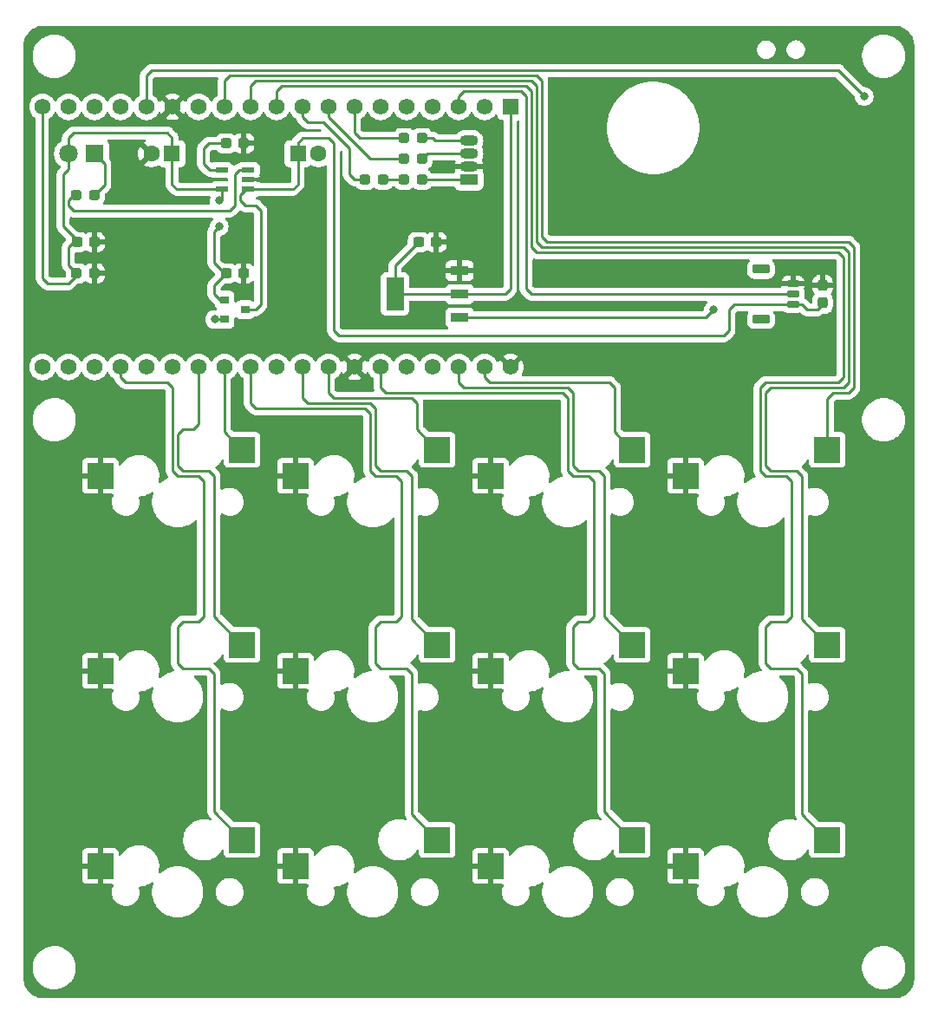
<source format=gbl>
G04 #@! TF.GenerationSoftware,KiCad,Pcbnew,(6.0.6)*
G04 #@! TF.CreationDate,2022-07-26T08:16:13+09:00*
G04 #@! TF.ProjectId,ble_macro_keyboard,626c655f-6d61-4637-926f-5f6b6579626f,rev?*
G04 #@! TF.SameCoordinates,Original*
G04 #@! TF.FileFunction,Copper,L2,Bot*
G04 #@! TF.FilePolarity,Positive*
%FSLAX46Y46*%
G04 Gerber Fmt 4.6, Leading zero omitted, Abs format (unit mm)*
G04 Created by KiCad (PCBNEW (6.0.6)) date 2022-07-26 08:16:13*
%MOMM*%
%LPD*%
G01*
G04 APERTURE LIST*
G04 Aperture macros list*
%AMRoundRect*
0 Rectangle with rounded corners*
0 $1 Rounding radius*
0 $2 $3 $4 $5 $6 $7 $8 $9 X,Y pos of 4 corners*
0 Add a 4 corners polygon primitive as box body*
4,1,4,$2,$3,$4,$5,$6,$7,$8,$9,$2,$3,0*
0 Add four circle primitives for the rounded corners*
1,1,$1+$1,$2,$3*
1,1,$1+$1,$4,$5*
1,1,$1+$1,$6,$7*
1,1,$1+$1,$8,$9*
0 Add four rect primitives between the rounded corners*
20,1,$1+$1,$2,$3,$4,$5,0*
20,1,$1+$1,$4,$5,$6,$7,0*
20,1,$1+$1,$6,$7,$8,$9,0*
20,1,$1+$1,$8,$9,$2,$3,0*%
G04 Aperture macros list end*
G04 #@! TA.AperFunction,SMDPad,CuDef*
%ADD10R,2.550000X2.500000*%
G04 #@! TD*
G04 #@! TA.AperFunction,ComponentPad*
%ADD11C,1.560000*%
G04 #@! TD*
G04 #@! TA.AperFunction,ComponentPad*
%ADD12R,1.560000X1.560000*%
G04 #@! TD*
G04 #@! TA.AperFunction,SMDPad,CuDef*
%ADD13RoundRect,0.237500X-0.287500X-0.237500X0.287500X-0.237500X0.287500X0.237500X-0.287500X0.237500X0*%
G04 #@! TD*
G04 #@! TA.AperFunction,SMDPad,CuDef*
%ADD14RoundRect,0.237500X-0.300000X-0.237500X0.300000X-0.237500X0.300000X0.237500X-0.300000X0.237500X0*%
G04 #@! TD*
G04 #@! TA.AperFunction,ComponentPad*
%ADD15C,1.600000*%
G04 #@! TD*
G04 #@! TA.AperFunction,ComponentPad*
%ADD16R,1.600000X1.600000*%
G04 #@! TD*
G04 #@! TA.AperFunction,SMDPad,CuDef*
%ADD17RoundRect,0.237500X0.287500X0.237500X-0.287500X0.237500X-0.287500X-0.237500X0.287500X-0.237500X0*%
G04 #@! TD*
G04 #@! TA.AperFunction,ComponentPad*
%ADD18C,1.800000*%
G04 #@! TD*
G04 #@! TA.AperFunction,ComponentPad*
%ADD19R,1.800000X1.800000*%
G04 #@! TD*
G04 #@! TA.AperFunction,SMDPad,CuDef*
%ADD20R,0.900000X0.800000*%
G04 #@! TD*
G04 #@! TA.AperFunction,ComponentPad*
%ADD21O,1.800000X1.070000*%
G04 #@! TD*
G04 #@! TA.AperFunction,ComponentPad*
%ADD22R,1.800000X1.070000*%
G04 #@! TD*
G04 #@! TA.AperFunction,SMDPad,CuDef*
%ADD23R,1.270000X0.558800*%
G04 #@! TD*
G04 #@! TA.AperFunction,SMDPad,CuDef*
%ADD24RoundRect,0.237500X0.237500X-0.300000X0.237500X0.300000X-0.237500X0.300000X-0.237500X-0.300000X0*%
G04 #@! TD*
G04 #@! TA.AperFunction,SMDPad,CuDef*
%ADD25R,1.750000X0.950000*%
G04 #@! TD*
G04 #@! TA.AperFunction,SMDPad,CuDef*
%ADD26R,1.750000X3.200000*%
G04 #@! TD*
G04 #@! TA.AperFunction,SMDPad,CuDef*
%ADD27RoundRect,0.150000X0.475000X-0.150000X0.475000X0.150000X-0.475000X0.150000X-0.475000X-0.150000X0*%
G04 #@! TD*
G04 #@! TA.AperFunction,SMDPad,CuDef*
%ADD28RoundRect,0.225000X0.625000X-0.225000X0.625000X0.225000X-0.625000X0.225000X-0.625000X-0.225000X0*%
G04 #@! TD*
G04 #@! TA.AperFunction,ViaPad*
%ADD29C,0.800000*%
G04 #@! TD*
G04 #@! TA.AperFunction,Conductor*
%ADD30C,0.250000*%
G04 #@! TD*
G04 APERTURE END LIST*
D10*
X28492000Y-61960000D03*
X42342000Y-59420000D03*
X85642000Y-81010000D03*
X99492000Y-78470000D03*
X47542000Y-61960000D03*
X61392000Y-59420000D03*
X47542000Y-81010000D03*
X61392000Y-78470000D03*
X85642000Y-61960000D03*
X99492000Y-59420000D03*
X66592000Y-81010000D03*
X80442000Y-78470000D03*
X66592000Y-61960000D03*
X80442000Y-59420000D03*
X28492000Y-81010000D03*
X42342000Y-78470000D03*
X47542000Y-100060000D03*
X61392000Y-97520000D03*
X28492000Y-100060000D03*
X42342000Y-97520000D03*
X85642000Y-100060000D03*
X99492000Y-97520000D03*
X66592000Y-100060000D03*
X80442000Y-97520000D03*
D11*
X22844000Y-51340000D03*
X25384000Y-51340000D03*
X27924000Y-51340000D03*
X30464000Y-51340000D03*
X33004000Y-51340000D03*
X35544000Y-51340000D03*
X38084000Y-51340000D03*
X40624000Y-51340000D03*
X43164000Y-51340000D03*
X45704000Y-51340000D03*
X48244000Y-51340000D03*
X50784000Y-51340000D03*
X53324000Y-51340000D03*
X55864000Y-51340000D03*
X58404000Y-51340000D03*
X60944000Y-51340000D03*
X63484000Y-51340000D03*
X66024000Y-51340000D03*
X68564000Y-51340000D03*
X22844000Y-25940000D03*
X25384000Y-25940000D03*
X27924000Y-25940000D03*
X30464000Y-25940000D03*
X33004000Y-25940000D03*
X35544000Y-25940000D03*
X38084000Y-25940000D03*
X40624000Y-25940000D03*
X43164000Y-25940000D03*
X45704000Y-25940000D03*
X48244000Y-25940000D03*
X50784000Y-25940000D03*
X53324000Y-25940000D03*
X55864000Y-25940000D03*
X58404000Y-25940000D03*
X60944000Y-25940000D03*
X63484000Y-25940000D03*
X66024000Y-25940000D03*
D12*
X68564000Y-25940000D03*
D13*
X58178000Y-28988000D03*
X59928000Y-28988000D03*
D14*
X59573500Y-39148000D03*
X61298500Y-39148000D03*
D15*
X49796888Y-30512000D03*
D16*
X47796888Y-30512000D03*
D13*
X54368000Y-33052000D03*
X56118000Y-33052000D03*
X58178000Y-33052000D03*
X59928000Y-33052000D03*
D17*
X27924000Y-34576000D03*
X26174000Y-34576000D03*
D18*
X25384000Y-30512000D03*
D19*
X27924000Y-30512000D03*
D13*
X26174000Y-42196000D03*
X27924000Y-42196000D03*
X58178000Y-31020000D03*
X59928000Y-31020000D03*
D15*
X33483113Y-30512000D03*
D16*
X35483113Y-30512000D03*
D20*
X40640000Y-46702000D03*
X40640000Y-44802000D03*
X42640000Y-45752000D03*
D13*
X40765000Y-29496000D03*
X42515000Y-29496000D03*
D21*
X64500000Y-29242000D03*
X64500000Y-30512000D03*
X64500000Y-31782000D03*
D22*
X64500000Y-33052000D03*
D23*
X42935400Y-32112200D03*
X42935400Y-33052000D03*
X42935400Y-33991800D03*
X40344600Y-33991800D03*
X40344600Y-32112200D03*
D14*
X40777500Y-42196000D03*
X42502500Y-42196000D03*
D24*
X99044000Y-45090500D03*
X99044000Y-43365500D03*
D25*
X63586000Y-41928000D03*
X63586000Y-44228000D03*
X63586000Y-46528000D03*
D26*
X57286000Y-44228000D03*
D27*
X96147000Y-45228000D03*
X96147000Y-44228000D03*
X96147000Y-43228000D03*
D28*
X93022000Y-46678000D03*
X93022000Y-41778000D03*
D14*
X26199000Y-39148000D03*
X27924000Y-39148000D03*
D29*
X32750000Y-67850000D03*
X89900000Y-31020000D03*
X51800000Y-86900000D03*
X70850000Y-105950000D03*
X42148000Y-39656000D03*
X32750000Y-42450000D03*
X89900000Y-86900000D03*
X32750000Y-105950000D03*
X89900000Y-105950000D03*
X51800000Y-67850000D03*
X74660000Y-31020000D03*
X64500000Y-36100000D03*
X70850000Y-67850000D03*
X89900000Y-67850000D03*
X54340000Y-41180000D03*
X105140000Y-86900000D03*
X39100000Y-20860000D03*
X32750000Y-86900000D03*
X64500000Y-20860000D03*
X70850000Y-86900000D03*
X51800000Y-105950000D03*
X88376000Y-45752000D03*
X103108000Y-24924000D03*
X40116000Y-35084000D03*
X39674000Y-46702000D03*
X40116000Y-37624000D03*
D30*
X28940000Y-33560000D02*
X28940000Y-31528000D01*
X28940000Y-31528000D02*
X27924000Y-30512000D01*
X27924000Y-34576000D02*
X28940000Y-33560000D01*
X64500000Y-29242000D02*
X61198000Y-29242000D01*
X60944000Y-28988000D02*
X59928000Y-28988000D01*
X61198000Y-29242000D02*
X60944000Y-28988000D01*
X60436000Y-30512000D02*
X59928000Y-31020000D01*
X64500000Y-30512000D02*
X60436000Y-30512000D01*
X59928000Y-33052000D02*
X64500000Y-33052000D01*
X87600000Y-46528000D02*
X87868000Y-46260000D01*
X87868000Y-46260000D02*
X88376000Y-45752000D01*
X63586000Y-46528000D02*
X87600000Y-46528000D01*
X47304200Y-33991800D02*
X47796888Y-33499112D01*
X42640000Y-45752000D02*
X43672000Y-45752000D01*
X99044000Y-45090500D02*
X99044000Y-45244000D01*
X99044000Y-45244000D02*
X98536000Y-45752000D01*
X43672000Y-45752000D02*
X44180000Y-45244000D01*
X89392000Y-48292000D02*
X89900000Y-47784000D01*
X47796888Y-30512000D02*
X47796888Y-29435112D01*
X90424000Y-45228000D02*
X96147000Y-45228000D01*
X98536000Y-45752000D02*
X97520000Y-45752000D01*
X51800000Y-48292000D02*
X89392000Y-48292000D01*
X42148000Y-35084000D02*
X42656000Y-35592000D01*
X47796888Y-29435112D02*
X48244000Y-28988000D01*
X89900000Y-45752000D02*
X90424000Y-45228000D01*
X89900000Y-47784000D02*
X89900000Y-45752000D01*
X42148000Y-34576000D02*
X42148000Y-35084000D01*
X42656000Y-35592000D02*
X43672000Y-35592000D01*
X97520000Y-45752000D02*
X96996000Y-45228000D01*
X51292000Y-47784000D02*
X51800000Y-48292000D01*
X44180000Y-36100000D02*
X44180000Y-45244000D01*
X51292000Y-29496000D02*
X51292000Y-47784000D01*
X47796888Y-33499112D02*
X47796888Y-30512000D01*
X42935400Y-33991800D02*
X42732200Y-33991800D01*
X43672000Y-35592000D02*
X44180000Y-36100000D01*
X42935400Y-33991800D02*
X47304200Y-33991800D01*
X42732200Y-33991800D02*
X42148000Y-34576000D01*
X48244000Y-28988000D02*
X50784000Y-28988000D01*
X96996000Y-45228000D02*
X96147000Y-45228000D01*
X50784000Y-28988000D02*
X51292000Y-29496000D01*
X58178000Y-33052000D02*
X56118000Y-33052000D01*
X25384000Y-35592000D02*
X25892000Y-36100000D01*
X25384000Y-35084000D02*
X25384000Y-35592000D01*
X42071800Y-32112200D02*
X42935400Y-32112200D01*
X41132000Y-36100000D02*
X41640000Y-35592000D01*
X41640000Y-32544000D02*
X42071800Y-32112200D01*
X25892000Y-36100000D02*
X41132000Y-36100000D01*
X41640000Y-35592000D02*
X41640000Y-32544000D01*
X25892000Y-34576000D02*
X25384000Y-35084000D01*
X26174000Y-34576000D02*
X25892000Y-34576000D01*
X53324000Y-28480000D02*
X53832000Y-28988000D01*
X53324000Y-25940000D02*
X53324000Y-28480000D01*
X53832000Y-28988000D02*
X58178000Y-28988000D01*
X50784000Y-26956000D02*
X50784000Y-25940000D01*
X50784000Y-26956000D02*
X54848000Y-31020000D01*
X54848000Y-31020000D02*
X58178000Y-31020000D01*
X53324000Y-33052000D02*
X52816000Y-32544000D01*
X52816000Y-32544000D02*
X52816000Y-30004000D01*
X52816000Y-30004000D02*
X50276000Y-27464000D01*
X48752000Y-27464000D02*
X50276000Y-27464000D01*
X48244000Y-26956000D02*
X48244000Y-25940000D01*
X48244000Y-26956000D02*
X48752000Y-27464000D01*
X54368000Y-33052000D02*
X53324000Y-33052000D01*
X100568000Y-22384000D02*
X103108000Y-24924000D01*
X33512000Y-22384000D02*
X100568000Y-22384000D01*
X33004000Y-22892000D02*
X33512000Y-22384000D01*
X33004000Y-25940000D02*
X33004000Y-22892000D01*
X40624000Y-57702000D02*
X42342000Y-59420000D01*
X40624000Y-57702000D02*
X40624000Y-51340000D01*
X50784000Y-51340000D02*
X50784000Y-53880000D01*
X50784000Y-53880000D02*
X51292000Y-54388000D01*
X58912000Y-54388000D02*
X59420000Y-54896000D01*
X51292000Y-54388000D02*
X58912000Y-54388000D01*
X59420000Y-54896000D02*
X59420000Y-57448000D01*
X59420000Y-57448000D02*
X61392000Y-59420000D01*
X66532000Y-52864000D02*
X78216000Y-52864000D01*
X66024000Y-52356000D02*
X66532000Y-52864000D01*
X78724000Y-57702000D02*
X80442000Y-59420000D01*
X78216000Y-52864000D02*
X78724000Y-53372000D01*
X66024000Y-51340000D02*
X66024000Y-52356000D01*
X78724000Y-53372000D02*
X78724000Y-57702000D01*
X41132000Y-22892000D02*
X71104000Y-22892000D01*
X102092000Y-39656000D02*
X102092000Y-53372000D01*
X101584000Y-53880000D02*
X100060000Y-53880000D01*
X100060000Y-53880000D02*
X99492000Y-54448000D01*
X71612000Y-23400000D02*
X71612000Y-38640000D01*
X71612000Y-38640000D02*
X72120000Y-39148000D01*
X99492000Y-54448000D02*
X99492000Y-59420000D01*
X101584000Y-39148000D02*
X102092000Y-39656000D01*
X72120000Y-39148000D02*
X101584000Y-39148000D01*
X102092000Y-53372000D02*
X101584000Y-53880000D01*
X40624000Y-23400000D02*
X41132000Y-22892000D01*
X40624000Y-25940000D02*
X40624000Y-23400000D01*
X71104000Y-22892000D02*
X71612000Y-23400000D01*
X36560000Y-61500000D02*
X39100000Y-61500000D01*
X36052000Y-57944000D02*
X36052000Y-60992000D01*
X37576000Y-57436000D02*
X36560000Y-57436000D01*
X38084000Y-51340000D02*
X38084000Y-56928000D01*
X36560000Y-57436000D02*
X36052000Y-57944000D01*
X39100000Y-61500000D02*
X39608000Y-62008000D01*
X39608000Y-62008000D02*
X39608000Y-75736000D01*
X39608000Y-75736000D02*
X42342000Y-78470000D01*
X38084000Y-56928000D02*
X37576000Y-57436000D01*
X36052000Y-60992000D02*
X36560000Y-61500000D01*
X48244000Y-51340000D02*
X48244000Y-54388000D01*
X55356000Y-60992000D02*
X55864000Y-61500000D01*
X58912000Y-75990000D02*
X61392000Y-78470000D01*
X55864000Y-61500000D02*
X58404000Y-61500000D01*
X58912000Y-62008000D02*
X58912000Y-75990000D01*
X48752000Y-54896000D02*
X54848000Y-54896000D01*
X48244000Y-54388000D02*
X48752000Y-54896000D01*
X55356000Y-55404000D02*
X55356000Y-60992000D01*
X54848000Y-54896000D02*
X55356000Y-55404000D01*
X58404000Y-61500000D02*
X58912000Y-62008000D01*
X77200000Y-61500000D02*
X77708000Y-62008000D01*
X77708000Y-62008000D02*
X77708000Y-75736000D01*
X74660000Y-53880000D02*
X74660000Y-60992000D01*
X63484000Y-51340000D02*
X63484000Y-52864000D01*
X63992000Y-53372000D02*
X74152000Y-53372000D01*
X74660000Y-60992000D02*
X75168000Y-61500000D01*
X74152000Y-53372000D02*
X74660000Y-53880000D01*
X77708000Y-75736000D02*
X80442000Y-78470000D01*
X75168000Y-61500000D02*
X77200000Y-61500000D01*
X63484000Y-52864000D02*
X63992000Y-53372000D01*
X43164000Y-23908000D02*
X43164000Y-25940000D01*
X43672000Y-23400000D02*
X43164000Y-23908000D01*
X93964000Y-61500000D02*
X96504000Y-61500000D01*
X101584000Y-40164000D02*
X101584000Y-52864000D01*
X93964000Y-53372000D02*
X93456000Y-53880000D01*
X101584000Y-52864000D02*
X101076000Y-53372000D01*
X97012000Y-62008000D02*
X97012000Y-75990000D01*
X97012000Y-75990000D02*
X99492000Y-78470000D01*
X101076000Y-39656000D02*
X101584000Y-40164000D01*
X93456000Y-53880000D02*
X93456000Y-60992000D01*
X70596000Y-23400000D02*
X71104000Y-23908000D01*
X43672000Y-23400000D02*
X70596000Y-23400000D01*
X101076000Y-53372000D02*
X93964000Y-53372000D01*
X71104000Y-39148000D02*
X71612000Y-39656000D01*
X71612000Y-39656000D02*
X101076000Y-39656000D01*
X96504000Y-61500000D02*
X97012000Y-62008000D01*
X71104000Y-23908000D02*
X71104000Y-39148000D01*
X93456000Y-60992000D02*
X93964000Y-61500000D01*
X25892000Y-39148000D02*
X25384000Y-39656000D01*
X35975800Y-33991800D02*
X35483113Y-33499113D01*
X25384000Y-39656000D02*
X25384000Y-41406000D01*
X22844000Y-25940000D02*
X22844000Y-42704000D01*
X26199000Y-39148000D02*
X26199000Y-38947000D01*
X40344600Y-33991800D02*
X35975800Y-33991800D01*
X26174000Y-42422000D02*
X26174000Y-42196000D01*
X40640000Y-46702000D02*
X39674000Y-46702000D01*
X24876000Y-32544000D02*
X25384000Y-32036000D01*
X40344600Y-34855400D02*
X40116000Y-35084000D01*
X26199000Y-39148000D02*
X25892000Y-39148000D01*
X25384000Y-41406000D02*
X26174000Y-42196000D01*
X35036000Y-28480000D02*
X25892000Y-28480000D01*
X35483113Y-33499113D02*
X35483113Y-30512000D01*
X24876000Y-37624000D02*
X24876000Y-32544000D01*
X25384000Y-28988000D02*
X25384000Y-30512000D01*
X26199000Y-38947000D02*
X24876000Y-37624000D01*
X25892000Y-28480000D02*
X25384000Y-28988000D01*
X35483113Y-30512000D02*
X35483113Y-28927113D01*
X23352000Y-43212000D02*
X25384000Y-43212000D01*
X25384000Y-32036000D02*
X25384000Y-30512000D01*
X35483113Y-28927113D02*
X35036000Y-28480000D01*
X22844000Y-42704000D02*
X23352000Y-43212000D01*
X40344600Y-33991800D02*
X40344600Y-34855400D01*
X25384000Y-43212000D02*
X26174000Y-42422000D01*
X40777500Y-42196000D02*
X39608000Y-43365500D01*
X40182000Y-44802000D02*
X39608000Y-44228000D01*
X40640000Y-44802000D02*
X40182000Y-44802000D01*
X40777500Y-42196000D02*
X40624000Y-42196000D01*
X40116000Y-37624000D02*
X39608000Y-38132000D01*
X39608000Y-38132000D02*
X39608000Y-40672000D01*
X39608000Y-41180000D02*
X39608000Y-40672000D01*
X40624000Y-42196000D02*
X39608000Y-41180000D01*
X39608000Y-43365500D02*
X39608000Y-44228000D01*
X39100000Y-29496000D02*
X40765000Y-29496000D01*
X39176200Y-32112200D02*
X38592000Y-31528000D01*
X38592000Y-30004000D02*
X39100000Y-29496000D01*
X40344600Y-32112200D02*
X39176200Y-32112200D01*
X38592000Y-31528000D02*
X38592000Y-30004000D01*
X63586000Y-44228000D02*
X57286000Y-44228000D01*
X68564000Y-43720000D02*
X68056000Y-44228000D01*
X68056000Y-44228000D02*
X63586000Y-44228000D01*
X57286000Y-41435500D02*
X57286000Y-44228000D01*
X68564000Y-25940000D02*
X68564000Y-43720000D01*
X59573500Y-39148000D02*
X57286000Y-41435500D01*
X63484000Y-25940000D02*
X63484000Y-24924000D01*
X63992000Y-24416000D02*
X69580000Y-24416000D01*
X70088000Y-43720000D02*
X70596000Y-44228000D01*
X70596000Y-44228000D02*
X96147000Y-44228000D01*
X70088000Y-24924000D02*
X70088000Y-43720000D01*
X63484000Y-24924000D02*
X63992000Y-24416000D01*
X69580000Y-24416000D02*
X70088000Y-24924000D01*
X35544000Y-53372000D02*
X35544000Y-61500000D01*
X36560000Y-80804000D02*
X39100000Y-80804000D01*
X39608000Y-81312000D02*
X39608000Y-94786000D01*
X30464000Y-52356000D02*
X30972000Y-52864000D01*
X36052000Y-80296000D02*
X36560000Y-80804000D01*
X36052000Y-76740000D02*
X36052000Y-80296000D01*
X39100000Y-80804000D02*
X39608000Y-81312000D01*
X39608000Y-94786000D02*
X42342000Y-97520000D01*
X36560000Y-76232000D02*
X36052000Y-76740000D01*
X38592000Y-75724000D02*
X38084000Y-76232000D01*
X36052000Y-62008000D02*
X38084000Y-62008000D01*
X38592000Y-62516000D02*
X38592000Y-75724000D01*
X35544000Y-61500000D02*
X36052000Y-62008000D01*
X38084000Y-62008000D02*
X38592000Y-62516000D01*
X38084000Y-76232000D02*
X36560000Y-76232000D01*
X35036000Y-52864000D02*
X35544000Y-53372000D01*
X30972000Y-52864000D02*
X35036000Y-52864000D01*
X30464000Y-51340000D02*
X30464000Y-52356000D01*
X58912000Y-81312000D02*
X58912000Y-95040000D01*
X58912000Y-95040000D02*
X61392000Y-97520000D01*
X58404000Y-80804000D02*
X58912000Y-81312000D01*
X43164000Y-54896000D02*
X43672000Y-55404000D01*
X54848000Y-55912000D02*
X54848000Y-61500000D01*
X55356000Y-62008000D02*
X57388000Y-62008000D01*
X55864000Y-80804000D02*
X58404000Y-80804000D01*
X57896000Y-62516000D02*
X57896000Y-75724000D01*
X57388000Y-62008000D02*
X57896000Y-62516000D01*
X57388000Y-76232000D02*
X55864000Y-76232000D01*
X54848000Y-61500000D02*
X55356000Y-62008000D01*
X57896000Y-75724000D02*
X57388000Y-76232000D01*
X48244000Y-55404000D02*
X54340000Y-55404000D01*
X55864000Y-76232000D02*
X55356000Y-76740000D01*
X54340000Y-55404000D02*
X54848000Y-55912000D01*
X43672000Y-55404000D02*
X48244000Y-55404000D01*
X55356000Y-76740000D02*
X55356000Y-80296000D01*
X55356000Y-80296000D02*
X55864000Y-80804000D01*
X43164000Y-51340000D02*
X43164000Y-54896000D01*
X76692000Y-62516000D02*
X76692000Y-75724000D01*
X74152000Y-54388000D02*
X74152000Y-61500000D01*
X75168000Y-76232000D02*
X74660000Y-76740000D01*
X55864000Y-53372000D02*
X56372000Y-53880000D01*
X76692000Y-75724000D02*
X76184000Y-76232000D01*
X74660000Y-76740000D02*
X74660000Y-80296000D01*
X74660000Y-62008000D02*
X76184000Y-62008000D01*
X75168000Y-80804000D02*
X77200000Y-80804000D01*
X77708000Y-94786000D02*
X80442000Y-97520000D01*
X76184000Y-76232000D02*
X75168000Y-76232000D01*
X74152000Y-61500000D02*
X74660000Y-62008000D01*
X56372000Y-53880000D02*
X73644000Y-53880000D01*
X74660000Y-80296000D02*
X75168000Y-80804000D01*
X76184000Y-62008000D02*
X76692000Y-62516000D01*
X55864000Y-51340000D02*
X55864000Y-53372000D01*
X73644000Y-53880000D02*
X74152000Y-54388000D01*
X77200000Y-80804000D02*
X77708000Y-81312000D01*
X77708000Y-81312000D02*
X77708000Y-94786000D01*
X97012000Y-95040000D02*
X99492000Y-97520000D01*
X96504000Y-80804000D02*
X97012000Y-81312000D01*
X70596000Y-24416000D02*
X70596000Y-39656000D01*
X100568000Y-52864000D02*
X93456000Y-52864000D01*
X92948000Y-53372000D02*
X92948000Y-61500000D01*
X95488000Y-62008000D02*
X95996000Y-62516000D01*
X95996000Y-62516000D02*
X95996000Y-75724000D01*
X97012000Y-81312000D02*
X97012000Y-95040000D01*
X70596000Y-39656000D02*
X71104000Y-40164000D01*
X45704000Y-24416000D02*
X46212000Y-23908000D01*
X93964000Y-80804000D02*
X96504000Y-80804000D01*
X93456000Y-62008000D02*
X95488000Y-62008000D01*
X93964000Y-76232000D02*
X93456000Y-76740000D01*
X71104000Y-40164000D02*
X100568000Y-40164000D01*
X92948000Y-61500000D02*
X93456000Y-62008000D01*
X70088000Y-23908000D02*
X70596000Y-24416000D01*
X95996000Y-75724000D02*
X95488000Y-76232000D01*
X95488000Y-76232000D02*
X93964000Y-76232000D01*
X100568000Y-40164000D02*
X101076000Y-40672000D01*
X46212000Y-23908000D02*
X70088000Y-23908000D01*
X101076000Y-40672000D02*
X101076000Y-52356000D01*
X45704000Y-24416000D02*
X45704000Y-25940000D01*
X93456000Y-52864000D02*
X92948000Y-53372000D01*
X93456000Y-76740000D02*
X93456000Y-80296000D01*
X93456000Y-80296000D02*
X93964000Y-80804000D01*
X101076000Y-52356000D02*
X100568000Y-52864000D01*
G04 #@! TA.AperFunction,Conductor*
G36*
X106123347Y-18008822D02*
G01*
X106156947Y-18011225D01*
X106275650Y-18019715D01*
X106293433Y-18022272D01*
X106554658Y-18079098D01*
X106571900Y-18084160D01*
X106822393Y-18177589D01*
X106838740Y-18185055D01*
X107073375Y-18313176D01*
X107088498Y-18322895D01*
X107302510Y-18483103D01*
X107316096Y-18494876D01*
X107505124Y-18683904D01*
X107516897Y-18697490D01*
X107677105Y-18911502D01*
X107686824Y-18926625D01*
X107814945Y-19161260D01*
X107822411Y-19177607D01*
X107895858Y-19374527D01*
X107915839Y-19428097D01*
X107920902Y-19445342D01*
X107977728Y-19706567D01*
X107980285Y-19724350D01*
X107985016Y-19790492D01*
X107991178Y-19876653D01*
X107991499Y-19885641D01*
X107991500Y-111114346D01*
X107991179Y-111123334D01*
X107984222Y-111220614D01*
X107980286Y-111275645D01*
X107977728Y-111293433D01*
X107948632Y-111427186D01*
X107920903Y-111554654D01*
X107915840Y-111571900D01*
X107822411Y-111822393D01*
X107814945Y-111838740D01*
X107686824Y-112073375D01*
X107677105Y-112088498D01*
X107516897Y-112302510D01*
X107505124Y-112316096D01*
X107316096Y-112505124D01*
X107302510Y-112516897D01*
X107088498Y-112677105D01*
X107073375Y-112686824D01*
X106838740Y-112814945D01*
X106822393Y-112822411D01*
X106571900Y-112915840D01*
X106554658Y-112920902D01*
X106293433Y-112977728D01*
X106275650Y-112980285D01*
X106157247Y-112988754D01*
X106123333Y-112991179D01*
X106114345Y-112991500D01*
X22885655Y-112991500D01*
X22876667Y-112991179D01*
X22842753Y-112988754D01*
X22724350Y-112980285D01*
X22706567Y-112977728D01*
X22445342Y-112920902D01*
X22428100Y-112915840D01*
X22177607Y-112822411D01*
X22161260Y-112814945D01*
X21926625Y-112686824D01*
X21911502Y-112677105D01*
X21697490Y-112516897D01*
X21683904Y-112505124D01*
X21494876Y-112316096D01*
X21483103Y-112302510D01*
X21322895Y-112088498D01*
X21313176Y-112073375D01*
X21185055Y-111838740D01*
X21177589Y-111822393D01*
X21084160Y-111571900D01*
X21079097Y-111554654D01*
X21051368Y-111427186D01*
X21022272Y-111293433D01*
X21019714Y-111275645D01*
X21015779Y-111220614D01*
X21008821Y-111123334D01*
X21008500Y-111114346D01*
X21008500Y-110132703D01*
X21890743Y-110132703D01*
X21928268Y-110417734D01*
X22004129Y-110695036D01*
X22116923Y-110959476D01*
X22264561Y-111206161D01*
X22444313Y-111430528D01*
X22652851Y-111628423D01*
X22886317Y-111796186D01*
X22890112Y-111798195D01*
X22890113Y-111798196D01*
X22911869Y-111809715D01*
X23140392Y-111930712D01*
X23410373Y-112029511D01*
X23691264Y-112090755D01*
X23719841Y-112093004D01*
X23914282Y-112108307D01*
X23914291Y-112108307D01*
X23916739Y-112108500D01*
X24072271Y-112108500D01*
X24074407Y-112108354D01*
X24074418Y-112108354D01*
X24282548Y-112094165D01*
X24282554Y-112094164D01*
X24286825Y-112093873D01*
X24291020Y-112093004D01*
X24291022Y-112093004D01*
X24427584Y-112064723D01*
X24568342Y-112035574D01*
X24839343Y-111939607D01*
X25094812Y-111807750D01*
X25098313Y-111805289D01*
X25098317Y-111805287D01*
X25212418Y-111725095D01*
X25330023Y-111642441D01*
X25540622Y-111446740D01*
X25722713Y-111224268D01*
X25872927Y-110979142D01*
X25988483Y-110715898D01*
X26067244Y-110439406D01*
X26107751Y-110154784D01*
X26107845Y-110136951D01*
X26107867Y-110132703D01*
X102890743Y-110132703D01*
X102928268Y-110417734D01*
X103004129Y-110695036D01*
X103116923Y-110959476D01*
X103264561Y-111206161D01*
X103444313Y-111430528D01*
X103652851Y-111628423D01*
X103886317Y-111796186D01*
X103890112Y-111798195D01*
X103890113Y-111798196D01*
X103911869Y-111809715D01*
X104140392Y-111930712D01*
X104410373Y-112029511D01*
X104691264Y-112090755D01*
X104719841Y-112093004D01*
X104914282Y-112108307D01*
X104914291Y-112108307D01*
X104916739Y-112108500D01*
X105072271Y-112108500D01*
X105074407Y-112108354D01*
X105074418Y-112108354D01*
X105282548Y-112094165D01*
X105282554Y-112094164D01*
X105286825Y-112093873D01*
X105291020Y-112093004D01*
X105291022Y-112093004D01*
X105427584Y-112064723D01*
X105568342Y-112035574D01*
X105839343Y-111939607D01*
X106094812Y-111807750D01*
X106098313Y-111805289D01*
X106098317Y-111805287D01*
X106212418Y-111725095D01*
X106330023Y-111642441D01*
X106540622Y-111446740D01*
X106722713Y-111224268D01*
X106872927Y-110979142D01*
X106988483Y-110715898D01*
X107067244Y-110439406D01*
X107107751Y-110154784D01*
X107107845Y-110136951D01*
X107109235Y-109871583D01*
X107109235Y-109871576D01*
X107109257Y-109867297D01*
X107071732Y-109582266D01*
X106995871Y-109304964D01*
X106883077Y-109040524D01*
X106735439Y-108793839D01*
X106555687Y-108569472D01*
X106347149Y-108371577D01*
X106113683Y-108203814D01*
X106091843Y-108192250D01*
X106068654Y-108179972D01*
X105859608Y-108069288D01*
X105589627Y-107970489D01*
X105308736Y-107909245D01*
X105277685Y-107906801D01*
X105085718Y-107891693D01*
X105085709Y-107891693D01*
X105083261Y-107891500D01*
X104927729Y-107891500D01*
X104925593Y-107891646D01*
X104925582Y-107891646D01*
X104717452Y-107905835D01*
X104717446Y-107905836D01*
X104713175Y-107906127D01*
X104708980Y-107906996D01*
X104708978Y-107906996D01*
X104572417Y-107935276D01*
X104431658Y-107964426D01*
X104160657Y-108060393D01*
X103905188Y-108192250D01*
X103901687Y-108194711D01*
X103901683Y-108194713D01*
X103891594Y-108201804D01*
X103669977Y-108357559D01*
X103459378Y-108553260D01*
X103277287Y-108775732D01*
X103127073Y-109020858D01*
X103011517Y-109284102D01*
X102932756Y-109560594D01*
X102892249Y-109845216D01*
X102892227Y-109849505D01*
X102892226Y-109849512D01*
X102890765Y-110128417D01*
X102890743Y-110132703D01*
X26107867Y-110132703D01*
X26109235Y-109871583D01*
X26109235Y-109871576D01*
X26109257Y-109867297D01*
X26071732Y-109582266D01*
X25995871Y-109304964D01*
X25883077Y-109040524D01*
X25735439Y-108793839D01*
X25555687Y-108569472D01*
X25347149Y-108371577D01*
X25113683Y-108203814D01*
X25091843Y-108192250D01*
X25068654Y-108179972D01*
X24859608Y-108069288D01*
X24589627Y-107970489D01*
X24308736Y-107909245D01*
X24277685Y-107906801D01*
X24085718Y-107891693D01*
X24085709Y-107891693D01*
X24083261Y-107891500D01*
X23927729Y-107891500D01*
X23925593Y-107891646D01*
X23925582Y-107891646D01*
X23717452Y-107905835D01*
X23717446Y-107905836D01*
X23713175Y-107906127D01*
X23708980Y-107906996D01*
X23708978Y-107906996D01*
X23572417Y-107935276D01*
X23431658Y-107964426D01*
X23160657Y-108060393D01*
X22905188Y-108192250D01*
X22901687Y-108194711D01*
X22901683Y-108194713D01*
X22891594Y-108201804D01*
X22669977Y-108357559D01*
X22459378Y-108553260D01*
X22277287Y-108775732D01*
X22127073Y-109020858D01*
X22011517Y-109284102D01*
X21932756Y-109560594D01*
X21892249Y-109845216D01*
X21892227Y-109849505D01*
X21892226Y-109849512D01*
X21890765Y-110128417D01*
X21890743Y-110132703D01*
X21008500Y-110132703D01*
X21008500Y-101354669D01*
X26709001Y-101354669D01*
X26709371Y-101361490D01*
X26714895Y-101412352D01*
X26718521Y-101427604D01*
X26763676Y-101548054D01*
X26772214Y-101563649D01*
X26848715Y-101665724D01*
X26861276Y-101678285D01*
X26963351Y-101754786D01*
X26978946Y-101763324D01*
X27099394Y-101808478D01*
X27114649Y-101812105D01*
X27165514Y-101817631D01*
X27172328Y-101818000D01*
X28219885Y-101818000D01*
X28235124Y-101813525D01*
X28236329Y-101812135D01*
X28238000Y-101804452D01*
X28238000Y-101799884D01*
X28746000Y-101799884D01*
X28750475Y-101815123D01*
X28751865Y-101816328D01*
X28759548Y-101817999D01*
X29639131Y-101817999D01*
X29707252Y-101838001D01*
X29753745Y-101891657D01*
X29763849Y-101961931D01*
X29751448Y-102001103D01*
X29710344Y-102081949D01*
X29710342Y-102081954D01*
X29707923Y-102086712D01*
X29695620Y-102126335D01*
X29641095Y-102301930D01*
X29641094Y-102301936D01*
X29639511Y-102307033D01*
X29609200Y-102535732D01*
X29617854Y-102766268D01*
X29665228Y-102992050D01*
X29667186Y-102997009D01*
X29667187Y-102997011D01*
X29695945Y-103069830D01*
X29749967Y-103206622D01*
X29869647Y-103403849D01*
X29873144Y-103407879D01*
X29959768Y-103507704D01*
X30020847Y-103578092D01*
X30024978Y-103581479D01*
X30195115Y-103720984D01*
X30195121Y-103720988D01*
X30199243Y-103724368D01*
X30399735Y-103838494D01*
X30404751Y-103840315D01*
X30404756Y-103840317D01*
X30611575Y-103915389D01*
X30611579Y-103915390D01*
X30616590Y-103917209D01*
X30621839Y-103918158D01*
X30621842Y-103918159D01*
X30839523Y-103957522D01*
X30839530Y-103957523D01*
X30843607Y-103958260D01*
X30861344Y-103959096D01*
X30866292Y-103959330D01*
X30866299Y-103959330D01*
X30867780Y-103959400D01*
X31029925Y-103959400D01*
X31096881Y-103953719D01*
X31196562Y-103945261D01*
X31196566Y-103945260D01*
X31201873Y-103944810D01*
X31207028Y-103943472D01*
X31207034Y-103943471D01*
X31420003Y-103888195D01*
X31420007Y-103888194D01*
X31425172Y-103886853D01*
X31430038Y-103884661D01*
X31430041Y-103884660D01*
X31630649Y-103794293D01*
X31635515Y-103792101D01*
X31639935Y-103789125D01*
X31639939Y-103789123D01*
X31815333Y-103671039D01*
X31826885Y-103663262D01*
X31993812Y-103504022D01*
X32071738Y-103399286D01*
X32128337Y-103323214D01*
X32128339Y-103323211D01*
X32131521Y-103318934D01*
X32186305Y-103211183D01*
X32233658Y-103118046D01*
X32233658Y-103118045D01*
X32236077Y-103113288D01*
X32275343Y-102986831D01*
X32302905Y-102898070D01*
X32302906Y-102898064D01*
X32304489Y-102892967D01*
X32334800Y-102664268D01*
X32326146Y-102433732D01*
X32280104Y-102214298D01*
X32285691Y-102143523D01*
X32328656Y-102087003D01*
X32394629Y-102062732D01*
X32439257Y-102059612D01*
X32517828Y-102054118D01*
X32517834Y-102054117D01*
X32522212Y-102053811D01*
X32796970Y-101995409D01*
X32801099Y-101993906D01*
X32801103Y-101993905D01*
X33056781Y-101900846D01*
X33056785Y-101900844D01*
X33060926Y-101899337D01*
X33308942Y-101767464D01*
X33314641Y-101763324D01*
X33493327Y-101633501D01*
X33560195Y-101609642D01*
X33629347Y-101625723D01*
X33678827Y-101676637D01*
X33692926Y-101746220D01*
X33684540Y-101781820D01*
X33667370Y-101825187D01*
X33589064Y-102130170D01*
X33549600Y-102442562D01*
X33549600Y-102757438D01*
X33589064Y-103069830D01*
X33667370Y-103374813D01*
X33783284Y-103667577D01*
X33785186Y-103671036D01*
X33785187Y-103671039D01*
X33919520Y-103915389D01*
X33934976Y-103943504D01*
X34120055Y-104198244D01*
X34335602Y-104427778D01*
X34578218Y-104628487D01*
X34844076Y-104797206D01*
X34847655Y-104798890D01*
X34847662Y-104798894D01*
X35125394Y-104929584D01*
X35125398Y-104929586D01*
X35128984Y-104931273D01*
X35428448Y-105028575D01*
X35737746Y-105087577D01*
X35831300Y-105093463D01*
X35971358Y-105102275D01*
X35971374Y-105102276D01*
X35973353Y-105102400D01*
X36130647Y-105102400D01*
X36132626Y-105102276D01*
X36132642Y-105102275D01*
X36272700Y-105093463D01*
X36366254Y-105087577D01*
X36675552Y-105028575D01*
X36975016Y-104931273D01*
X36978602Y-104929586D01*
X36978606Y-104929584D01*
X37256338Y-104798894D01*
X37256345Y-104798890D01*
X37259924Y-104797206D01*
X37525782Y-104628487D01*
X37768398Y-104427778D01*
X37983945Y-104198244D01*
X38169024Y-103943504D01*
X38184481Y-103915389D01*
X38318813Y-103671039D01*
X38318814Y-103671036D01*
X38320716Y-103667577D01*
X38436630Y-103374813D01*
X38514936Y-103069830D01*
X38554400Y-102757438D01*
X38554400Y-102535732D01*
X39769200Y-102535732D01*
X39777854Y-102766268D01*
X39825228Y-102992050D01*
X39827186Y-102997009D01*
X39827187Y-102997011D01*
X39855945Y-103069830D01*
X39909967Y-103206622D01*
X40029647Y-103403849D01*
X40033144Y-103407879D01*
X40119768Y-103507704D01*
X40180847Y-103578092D01*
X40184978Y-103581479D01*
X40355115Y-103720984D01*
X40355121Y-103720988D01*
X40359243Y-103724368D01*
X40559735Y-103838494D01*
X40564751Y-103840315D01*
X40564756Y-103840317D01*
X40771575Y-103915389D01*
X40771579Y-103915390D01*
X40776590Y-103917209D01*
X40781839Y-103918158D01*
X40781842Y-103918159D01*
X40999523Y-103957522D01*
X40999530Y-103957523D01*
X41003607Y-103958260D01*
X41021344Y-103959096D01*
X41026292Y-103959330D01*
X41026299Y-103959330D01*
X41027780Y-103959400D01*
X41189925Y-103959400D01*
X41256881Y-103953719D01*
X41356562Y-103945261D01*
X41356566Y-103945260D01*
X41361873Y-103944810D01*
X41367028Y-103943472D01*
X41367034Y-103943471D01*
X41580003Y-103888195D01*
X41580007Y-103888194D01*
X41585172Y-103886853D01*
X41590038Y-103884661D01*
X41590041Y-103884660D01*
X41790649Y-103794293D01*
X41795515Y-103792101D01*
X41799935Y-103789125D01*
X41799939Y-103789123D01*
X41975333Y-103671039D01*
X41986885Y-103663262D01*
X42153812Y-103504022D01*
X42231738Y-103399286D01*
X42288337Y-103323214D01*
X42288339Y-103323211D01*
X42291521Y-103318934D01*
X42346305Y-103211183D01*
X42393658Y-103118046D01*
X42393658Y-103118045D01*
X42396077Y-103113288D01*
X42435343Y-102986831D01*
X42462905Y-102898070D01*
X42462906Y-102898064D01*
X42464489Y-102892967D01*
X42494800Y-102664268D01*
X42486146Y-102433732D01*
X42438772Y-102207950D01*
X42413329Y-102143523D01*
X42390893Y-102086712D01*
X42354033Y-101993378D01*
X42246597Y-101816328D01*
X42237122Y-101800714D01*
X42237121Y-101800713D01*
X42234353Y-101796151D01*
X42147428Y-101695978D01*
X42086653Y-101625941D01*
X42086651Y-101625939D01*
X42083153Y-101621908D01*
X41993082Y-101548054D01*
X41908885Y-101479016D01*
X41908879Y-101479012D01*
X41904757Y-101475632D01*
X41704265Y-101361506D01*
X41699249Y-101359685D01*
X41699244Y-101359683D01*
X41685431Y-101354669D01*
X45759001Y-101354669D01*
X45759371Y-101361490D01*
X45764895Y-101412352D01*
X45768521Y-101427604D01*
X45813676Y-101548054D01*
X45822214Y-101563649D01*
X45898715Y-101665724D01*
X45911276Y-101678285D01*
X46013351Y-101754786D01*
X46028946Y-101763324D01*
X46149394Y-101808478D01*
X46164649Y-101812105D01*
X46215514Y-101817631D01*
X46222328Y-101818000D01*
X47269885Y-101818000D01*
X47285124Y-101813525D01*
X47286329Y-101812135D01*
X47288000Y-101804452D01*
X47288000Y-101799884D01*
X47796000Y-101799884D01*
X47800475Y-101815123D01*
X47801865Y-101816328D01*
X47809548Y-101817999D01*
X48689131Y-101817999D01*
X48757252Y-101838001D01*
X48803745Y-101891657D01*
X48813849Y-101961931D01*
X48801448Y-102001103D01*
X48760344Y-102081949D01*
X48760342Y-102081954D01*
X48757923Y-102086712D01*
X48745620Y-102126335D01*
X48691095Y-102301930D01*
X48691094Y-102301936D01*
X48689511Y-102307033D01*
X48659200Y-102535732D01*
X48667854Y-102766268D01*
X48715228Y-102992050D01*
X48717186Y-102997009D01*
X48717187Y-102997011D01*
X48745945Y-103069830D01*
X48799967Y-103206622D01*
X48919647Y-103403849D01*
X48923144Y-103407879D01*
X49009768Y-103507704D01*
X49070847Y-103578092D01*
X49074978Y-103581479D01*
X49245115Y-103720984D01*
X49245121Y-103720988D01*
X49249243Y-103724368D01*
X49449735Y-103838494D01*
X49454751Y-103840315D01*
X49454756Y-103840317D01*
X49661575Y-103915389D01*
X49661579Y-103915390D01*
X49666590Y-103917209D01*
X49671839Y-103918158D01*
X49671842Y-103918159D01*
X49889523Y-103957522D01*
X49889530Y-103957523D01*
X49893607Y-103958260D01*
X49911344Y-103959096D01*
X49916292Y-103959330D01*
X49916299Y-103959330D01*
X49917780Y-103959400D01*
X50079925Y-103959400D01*
X50146881Y-103953719D01*
X50246562Y-103945261D01*
X50246566Y-103945260D01*
X50251873Y-103944810D01*
X50257028Y-103943472D01*
X50257034Y-103943471D01*
X50470003Y-103888195D01*
X50470007Y-103888194D01*
X50475172Y-103886853D01*
X50480038Y-103884661D01*
X50480041Y-103884660D01*
X50680649Y-103794293D01*
X50685515Y-103792101D01*
X50689935Y-103789125D01*
X50689939Y-103789123D01*
X50865333Y-103671039D01*
X50876885Y-103663262D01*
X51043812Y-103504022D01*
X51121738Y-103399286D01*
X51178337Y-103323214D01*
X51178339Y-103323211D01*
X51181521Y-103318934D01*
X51236305Y-103211183D01*
X51283658Y-103118046D01*
X51283658Y-103118045D01*
X51286077Y-103113288D01*
X51325343Y-102986831D01*
X51352905Y-102898070D01*
X51352906Y-102898064D01*
X51354489Y-102892967D01*
X51384800Y-102664268D01*
X51376146Y-102433732D01*
X51330104Y-102214298D01*
X51335691Y-102143523D01*
X51378656Y-102087003D01*
X51444629Y-102062732D01*
X51489257Y-102059612D01*
X51567828Y-102054118D01*
X51567834Y-102054117D01*
X51572212Y-102053811D01*
X51846970Y-101995409D01*
X51851099Y-101993906D01*
X51851103Y-101993905D01*
X52106781Y-101900846D01*
X52106785Y-101900844D01*
X52110926Y-101899337D01*
X52358942Y-101767464D01*
X52364641Y-101763324D01*
X52543327Y-101633501D01*
X52610195Y-101609642D01*
X52679347Y-101625723D01*
X52728827Y-101676637D01*
X52742926Y-101746220D01*
X52734540Y-101781820D01*
X52717370Y-101825187D01*
X52639064Y-102130170D01*
X52599600Y-102442562D01*
X52599600Y-102757438D01*
X52639064Y-103069830D01*
X52717370Y-103374813D01*
X52833284Y-103667577D01*
X52835186Y-103671036D01*
X52835187Y-103671039D01*
X52969520Y-103915389D01*
X52984976Y-103943504D01*
X53170055Y-104198244D01*
X53385602Y-104427778D01*
X53628218Y-104628487D01*
X53894076Y-104797206D01*
X53897655Y-104798890D01*
X53897662Y-104798894D01*
X54175394Y-104929584D01*
X54175398Y-104929586D01*
X54178984Y-104931273D01*
X54478448Y-105028575D01*
X54787746Y-105087577D01*
X54881300Y-105093463D01*
X55021358Y-105102275D01*
X55021374Y-105102276D01*
X55023353Y-105102400D01*
X55180647Y-105102400D01*
X55182626Y-105102276D01*
X55182642Y-105102275D01*
X55322700Y-105093463D01*
X55416254Y-105087577D01*
X55725552Y-105028575D01*
X56025016Y-104931273D01*
X56028602Y-104929586D01*
X56028606Y-104929584D01*
X56306338Y-104798894D01*
X56306345Y-104798890D01*
X56309924Y-104797206D01*
X56575782Y-104628487D01*
X56818398Y-104427778D01*
X57033945Y-104198244D01*
X57219024Y-103943504D01*
X57234481Y-103915389D01*
X57368813Y-103671039D01*
X57368814Y-103671036D01*
X57370716Y-103667577D01*
X57486630Y-103374813D01*
X57564936Y-103069830D01*
X57604400Y-102757438D01*
X57604400Y-102535732D01*
X58819200Y-102535732D01*
X58827854Y-102766268D01*
X58875228Y-102992050D01*
X58877186Y-102997009D01*
X58877187Y-102997011D01*
X58905945Y-103069830D01*
X58959967Y-103206622D01*
X59079647Y-103403849D01*
X59083144Y-103407879D01*
X59169768Y-103507704D01*
X59230847Y-103578092D01*
X59234978Y-103581479D01*
X59405115Y-103720984D01*
X59405121Y-103720988D01*
X59409243Y-103724368D01*
X59609735Y-103838494D01*
X59614751Y-103840315D01*
X59614756Y-103840317D01*
X59821575Y-103915389D01*
X59821579Y-103915390D01*
X59826590Y-103917209D01*
X59831839Y-103918158D01*
X59831842Y-103918159D01*
X60049523Y-103957522D01*
X60049530Y-103957523D01*
X60053607Y-103958260D01*
X60071344Y-103959096D01*
X60076292Y-103959330D01*
X60076299Y-103959330D01*
X60077780Y-103959400D01*
X60239925Y-103959400D01*
X60306881Y-103953719D01*
X60406562Y-103945261D01*
X60406566Y-103945260D01*
X60411873Y-103944810D01*
X60417028Y-103943472D01*
X60417034Y-103943471D01*
X60630003Y-103888195D01*
X60630007Y-103888194D01*
X60635172Y-103886853D01*
X60640038Y-103884661D01*
X60640041Y-103884660D01*
X60840649Y-103794293D01*
X60845515Y-103792101D01*
X60849935Y-103789125D01*
X60849939Y-103789123D01*
X61025333Y-103671039D01*
X61036885Y-103663262D01*
X61203812Y-103504022D01*
X61281738Y-103399286D01*
X61338337Y-103323214D01*
X61338339Y-103323211D01*
X61341521Y-103318934D01*
X61396305Y-103211183D01*
X61443658Y-103118046D01*
X61443658Y-103118045D01*
X61446077Y-103113288D01*
X61485343Y-102986831D01*
X61512905Y-102898070D01*
X61512906Y-102898064D01*
X61514489Y-102892967D01*
X61544800Y-102664268D01*
X61536146Y-102433732D01*
X61488772Y-102207950D01*
X61463329Y-102143523D01*
X61440893Y-102086712D01*
X61404033Y-101993378D01*
X61296597Y-101816328D01*
X61287122Y-101800714D01*
X61287121Y-101800713D01*
X61284353Y-101796151D01*
X61197428Y-101695978D01*
X61136653Y-101625941D01*
X61136651Y-101625939D01*
X61133153Y-101621908D01*
X61043082Y-101548054D01*
X60958885Y-101479016D01*
X60958879Y-101479012D01*
X60954757Y-101475632D01*
X60754265Y-101361506D01*
X60749249Y-101359685D01*
X60749244Y-101359683D01*
X60735431Y-101354669D01*
X64809001Y-101354669D01*
X64809371Y-101361490D01*
X64814895Y-101412352D01*
X64818521Y-101427604D01*
X64863676Y-101548054D01*
X64872214Y-101563649D01*
X64948715Y-101665724D01*
X64961276Y-101678285D01*
X65063351Y-101754786D01*
X65078946Y-101763324D01*
X65199394Y-101808478D01*
X65214649Y-101812105D01*
X65265514Y-101817631D01*
X65272328Y-101818000D01*
X66319885Y-101818000D01*
X66335124Y-101813525D01*
X66336329Y-101812135D01*
X66338000Y-101804452D01*
X66338000Y-101799884D01*
X66846000Y-101799884D01*
X66850475Y-101815123D01*
X66851865Y-101816328D01*
X66859548Y-101817999D01*
X67739131Y-101817999D01*
X67807252Y-101838001D01*
X67853745Y-101891657D01*
X67863849Y-101961931D01*
X67851448Y-102001103D01*
X67810344Y-102081949D01*
X67810342Y-102081954D01*
X67807923Y-102086712D01*
X67795620Y-102126335D01*
X67741095Y-102301930D01*
X67741094Y-102301936D01*
X67739511Y-102307033D01*
X67709200Y-102535732D01*
X67717854Y-102766268D01*
X67765228Y-102992050D01*
X67767186Y-102997009D01*
X67767187Y-102997011D01*
X67795945Y-103069830D01*
X67849967Y-103206622D01*
X67969647Y-103403849D01*
X67973144Y-103407879D01*
X68059768Y-103507704D01*
X68120847Y-103578092D01*
X68124978Y-103581479D01*
X68295115Y-103720984D01*
X68295121Y-103720988D01*
X68299243Y-103724368D01*
X68499735Y-103838494D01*
X68504751Y-103840315D01*
X68504756Y-103840317D01*
X68711575Y-103915389D01*
X68711579Y-103915390D01*
X68716590Y-103917209D01*
X68721839Y-103918158D01*
X68721842Y-103918159D01*
X68939523Y-103957522D01*
X68939530Y-103957523D01*
X68943607Y-103958260D01*
X68961344Y-103959096D01*
X68966292Y-103959330D01*
X68966299Y-103959330D01*
X68967780Y-103959400D01*
X69129925Y-103959400D01*
X69196881Y-103953719D01*
X69296562Y-103945261D01*
X69296566Y-103945260D01*
X69301873Y-103944810D01*
X69307028Y-103943472D01*
X69307034Y-103943471D01*
X69520003Y-103888195D01*
X69520007Y-103888194D01*
X69525172Y-103886853D01*
X69530038Y-103884661D01*
X69530041Y-103884660D01*
X69730649Y-103794293D01*
X69735515Y-103792101D01*
X69739935Y-103789125D01*
X69739939Y-103789123D01*
X69915333Y-103671039D01*
X69926885Y-103663262D01*
X70093812Y-103504022D01*
X70171738Y-103399286D01*
X70228337Y-103323214D01*
X70228339Y-103323211D01*
X70231521Y-103318934D01*
X70286305Y-103211183D01*
X70333658Y-103118046D01*
X70333658Y-103118045D01*
X70336077Y-103113288D01*
X70375343Y-102986831D01*
X70402905Y-102898070D01*
X70402906Y-102898064D01*
X70404489Y-102892967D01*
X70434800Y-102664268D01*
X70426146Y-102433732D01*
X70380104Y-102214298D01*
X70385691Y-102143523D01*
X70428656Y-102087003D01*
X70494629Y-102062732D01*
X70539257Y-102059612D01*
X70617828Y-102054118D01*
X70617834Y-102054117D01*
X70622212Y-102053811D01*
X70896970Y-101995409D01*
X70901099Y-101993906D01*
X70901103Y-101993905D01*
X71156781Y-101900846D01*
X71156785Y-101900844D01*
X71160926Y-101899337D01*
X71408942Y-101767464D01*
X71414641Y-101763324D01*
X71593327Y-101633501D01*
X71660195Y-101609642D01*
X71729347Y-101625723D01*
X71778827Y-101676637D01*
X71792926Y-101746220D01*
X71784540Y-101781820D01*
X71767370Y-101825187D01*
X71689064Y-102130170D01*
X71649600Y-102442562D01*
X71649600Y-102757438D01*
X71689064Y-103069830D01*
X71767370Y-103374813D01*
X71883284Y-103667577D01*
X71885186Y-103671036D01*
X71885187Y-103671039D01*
X72019520Y-103915389D01*
X72034976Y-103943504D01*
X72220055Y-104198244D01*
X72435602Y-104427778D01*
X72678218Y-104628487D01*
X72944076Y-104797206D01*
X72947655Y-104798890D01*
X72947662Y-104798894D01*
X73225394Y-104929584D01*
X73225398Y-104929586D01*
X73228984Y-104931273D01*
X73528448Y-105028575D01*
X73837746Y-105087577D01*
X73931300Y-105093463D01*
X74071358Y-105102275D01*
X74071374Y-105102276D01*
X74073353Y-105102400D01*
X74230647Y-105102400D01*
X74232626Y-105102276D01*
X74232642Y-105102275D01*
X74372700Y-105093463D01*
X74466254Y-105087577D01*
X74775552Y-105028575D01*
X75075016Y-104931273D01*
X75078602Y-104929586D01*
X75078606Y-104929584D01*
X75356338Y-104798894D01*
X75356345Y-104798890D01*
X75359924Y-104797206D01*
X75625782Y-104628487D01*
X75868398Y-104427778D01*
X76083945Y-104198244D01*
X76269024Y-103943504D01*
X76284481Y-103915389D01*
X76418813Y-103671039D01*
X76418814Y-103671036D01*
X76420716Y-103667577D01*
X76536630Y-103374813D01*
X76614936Y-103069830D01*
X76654400Y-102757438D01*
X76654400Y-102535732D01*
X77869200Y-102535732D01*
X77877854Y-102766268D01*
X77925228Y-102992050D01*
X77927186Y-102997009D01*
X77927187Y-102997011D01*
X77955945Y-103069830D01*
X78009967Y-103206622D01*
X78129647Y-103403849D01*
X78133144Y-103407879D01*
X78219768Y-103507704D01*
X78280847Y-103578092D01*
X78284978Y-103581479D01*
X78455115Y-103720984D01*
X78455121Y-103720988D01*
X78459243Y-103724368D01*
X78659735Y-103838494D01*
X78664751Y-103840315D01*
X78664756Y-103840317D01*
X78871575Y-103915389D01*
X78871579Y-103915390D01*
X78876590Y-103917209D01*
X78881839Y-103918158D01*
X78881842Y-103918159D01*
X79099523Y-103957522D01*
X79099530Y-103957523D01*
X79103607Y-103958260D01*
X79121344Y-103959096D01*
X79126292Y-103959330D01*
X79126299Y-103959330D01*
X79127780Y-103959400D01*
X79289925Y-103959400D01*
X79356881Y-103953719D01*
X79456562Y-103945261D01*
X79456566Y-103945260D01*
X79461873Y-103944810D01*
X79467028Y-103943472D01*
X79467034Y-103943471D01*
X79680003Y-103888195D01*
X79680007Y-103888194D01*
X79685172Y-103886853D01*
X79690038Y-103884661D01*
X79690041Y-103884660D01*
X79890649Y-103794293D01*
X79895515Y-103792101D01*
X79899935Y-103789125D01*
X79899939Y-103789123D01*
X80075333Y-103671039D01*
X80086885Y-103663262D01*
X80253812Y-103504022D01*
X80331738Y-103399286D01*
X80388337Y-103323214D01*
X80388339Y-103323211D01*
X80391521Y-103318934D01*
X80446305Y-103211183D01*
X80493658Y-103118046D01*
X80493658Y-103118045D01*
X80496077Y-103113288D01*
X80535343Y-102986831D01*
X80562905Y-102898070D01*
X80562906Y-102898064D01*
X80564489Y-102892967D01*
X80594800Y-102664268D01*
X80586146Y-102433732D01*
X80538772Y-102207950D01*
X80513329Y-102143523D01*
X80490893Y-102086712D01*
X80454033Y-101993378D01*
X80346597Y-101816328D01*
X80337122Y-101800714D01*
X80337121Y-101800713D01*
X80334353Y-101796151D01*
X80247428Y-101695978D01*
X80186653Y-101625941D01*
X80186651Y-101625939D01*
X80183153Y-101621908D01*
X80093082Y-101548054D01*
X80008885Y-101479016D01*
X80008879Y-101479012D01*
X80004757Y-101475632D01*
X79804265Y-101361506D01*
X79799249Y-101359685D01*
X79799244Y-101359683D01*
X79785431Y-101354669D01*
X83859001Y-101354669D01*
X83859371Y-101361490D01*
X83864895Y-101412352D01*
X83868521Y-101427604D01*
X83913676Y-101548054D01*
X83922214Y-101563649D01*
X83998715Y-101665724D01*
X84011276Y-101678285D01*
X84113351Y-101754786D01*
X84128946Y-101763324D01*
X84249394Y-101808478D01*
X84264649Y-101812105D01*
X84315514Y-101817631D01*
X84322328Y-101818000D01*
X85369885Y-101818000D01*
X85385124Y-101813525D01*
X85386329Y-101812135D01*
X85388000Y-101804452D01*
X85388000Y-101799884D01*
X85896000Y-101799884D01*
X85900475Y-101815123D01*
X85901865Y-101816328D01*
X85909548Y-101817999D01*
X86789131Y-101817999D01*
X86857252Y-101838001D01*
X86903745Y-101891657D01*
X86913849Y-101961931D01*
X86901448Y-102001103D01*
X86860344Y-102081949D01*
X86860342Y-102081954D01*
X86857923Y-102086712D01*
X86845620Y-102126335D01*
X86791095Y-102301930D01*
X86791094Y-102301936D01*
X86789511Y-102307033D01*
X86759200Y-102535732D01*
X86767854Y-102766268D01*
X86815228Y-102992050D01*
X86817186Y-102997009D01*
X86817187Y-102997011D01*
X86845945Y-103069830D01*
X86899967Y-103206622D01*
X87019647Y-103403849D01*
X87023144Y-103407879D01*
X87109768Y-103507704D01*
X87170847Y-103578092D01*
X87174978Y-103581479D01*
X87345115Y-103720984D01*
X87345121Y-103720988D01*
X87349243Y-103724368D01*
X87549735Y-103838494D01*
X87554751Y-103840315D01*
X87554756Y-103840317D01*
X87761575Y-103915389D01*
X87761579Y-103915390D01*
X87766590Y-103917209D01*
X87771839Y-103918158D01*
X87771842Y-103918159D01*
X87989523Y-103957522D01*
X87989530Y-103957523D01*
X87993607Y-103958260D01*
X88011344Y-103959096D01*
X88016292Y-103959330D01*
X88016299Y-103959330D01*
X88017780Y-103959400D01*
X88179925Y-103959400D01*
X88246881Y-103953719D01*
X88346562Y-103945261D01*
X88346566Y-103945260D01*
X88351873Y-103944810D01*
X88357028Y-103943472D01*
X88357034Y-103943471D01*
X88570003Y-103888195D01*
X88570007Y-103888194D01*
X88575172Y-103886853D01*
X88580038Y-103884661D01*
X88580041Y-103884660D01*
X88780649Y-103794293D01*
X88785515Y-103792101D01*
X88789935Y-103789125D01*
X88789939Y-103789123D01*
X88965333Y-103671039D01*
X88976885Y-103663262D01*
X89143812Y-103504022D01*
X89221738Y-103399286D01*
X89278337Y-103323214D01*
X89278339Y-103323211D01*
X89281521Y-103318934D01*
X89336305Y-103211183D01*
X89383658Y-103118046D01*
X89383658Y-103118045D01*
X89386077Y-103113288D01*
X89425343Y-102986831D01*
X89452905Y-102898070D01*
X89452906Y-102898064D01*
X89454489Y-102892967D01*
X89484800Y-102664268D01*
X89476146Y-102433732D01*
X89430104Y-102214298D01*
X89435691Y-102143523D01*
X89478656Y-102087003D01*
X89544629Y-102062732D01*
X89589257Y-102059612D01*
X89667828Y-102054118D01*
X89667834Y-102054117D01*
X89672212Y-102053811D01*
X89946970Y-101995409D01*
X89951099Y-101993906D01*
X89951103Y-101993905D01*
X90206781Y-101900846D01*
X90206785Y-101900844D01*
X90210926Y-101899337D01*
X90458942Y-101767464D01*
X90464641Y-101763324D01*
X90643327Y-101633501D01*
X90710195Y-101609642D01*
X90779347Y-101625723D01*
X90828827Y-101676637D01*
X90842926Y-101746220D01*
X90834540Y-101781820D01*
X90817370Y-101825187D01*
X90739064Y-102130170D01*
X90699600Y-102442562D01*
X90699600Y-102757438D01*
X90739064Y-103069830D01*
X90817370Y-103374813D01*
X90933284Y-103667577D01*
X90935186Y-103671036D01*
X90935187Y-103671039D01*
X91069520Y-103915389D01*
X91084976Y-103943504D01*
X91270055Y-104198244D01*
X91485602Y-104427778D01*
X91728218Y-104628487D01*
X91994076Y-104797206D01*
X91997655Y-104798890D01*
X91997662Y-104798894D01*
X92275394Y-104929584D01*
X92275398Y-104929586D01*
X92278984Y-104931273D01*
X92578448Y-105028575D01*
X92887746Y-105087577D01*
X92981300Y-105093463D01*
X93121358Y-105102275D01*
X93121374Y-105102276D01*
X93123353Y-105102400D01*
X93280647Y-105102400D01*
X93282626Y-105102276D01*
X93282642Y-105102275D01*
X93422700Y-105093463D01*
X93516254Y-105087577D01*
X93825552Y-105028575D01*
X94125016Y-104931273D01*
X94128602Y-104929586D01*
X94128606Y-104929584D01*
X94406338Y-104798894D01*
X94406345Y-104798890D01*
X94409924Y-104797206D01*
X94675782Y-104628487D01*
X94918398Y-104427778D01*
X95133945Y-104198244D01*
X95319024Y-103943504D01*
X95334481Y-103915389D01*
X95468813Y-103671039D01*
X95468814Y-103671036D01*
X95470716Y-103667577D01*
X95586630Y-103374813D01*
X95664936Y-103069830D01*
X95704400Y-102757438D01*
X95704400Y-102535732D01*
X96919200Y-102535732D01*
X96927854Y-102766268D01*
X96975228Y-102992050D01*
X96977186Y-102997009D01*
X96977187Y-102997011D01*
X97005945Y-103069830D01*
X97059967Y-103206622D01*
X97179647Y-103403849D01*
X97183144Y-103407879D01*
X97269768Y-103507704D01*
X97330847Y-103578092D01*
X97334978Y-103581479D01*
X97505115Y-103720984D01*
X97505121Y-103720988D01*
X97509243Y-103724368D01*
X97709735Y-103838494D01*
X97714751Y-103840315D01*
X97714756Y-103840317D01*
X97921575Y-103915389D01*
X97921579Y-103915390D01*
X97926590Y-103917209D01*
X97931839Y-103918158D01*
X97931842Y-103918159D01*
X98149523Y-103957522D01*
X98149530Y-103957523D01*
X98153607Y-103958260D01*
X98171344Y-103959096D01*
X98176292Y-103959330D01*
X98176299Y-103959330D01*
X98177780Y-103959400D01*
X98339925Y-103959400D01*
X98406881Y-103953719D01*
X98506562Y-103945261D01*
X98506566Y-103945260D01*
X98511873Y-103944810D01*
X98517028Y-103943472D01*
X98517034Y-103943471D01*
X98730003Y-103888195D01*
X98730007Y-103888194D01*
X98735172Y-103886853D01*
X98740038Y-103884661D01*
X98740041Y-103884660D01*
X98940649Y-103794293D01*
X98945515Y-103792101D01*
X98949935Y-103789125D01*
X98949939Y-103789123D01*
X99125333Y-103671039D01*
X99136885Y-103663262D01*
X99303812Y-103504022D01*
X99381738Y-103399286D01*
X99438337Y-103323214D01*
X99438339Y-103323211D01*
X99441521Y-103318934D01*
X99496305Y-103211183D01*
X99543658Y-103118046D01*
X99543658Y-103118045D01*
X99546077Y-103113288D01*
X99585343Y-102986831D01*
X99612905Y-102898070D01*
X99612906Y-102898064D01*
X99614489Y-102892967D01*
X99644800Y-102664268D01*
X99636146Y-102433732D01*
X99588772Y-102207950D01*
X99563329Y-102143523D01*
X99540893Y-102086712D01*
X99504033Y-101993378D01*
X99396597Y-101816328D01*
X99387122Y-101800714D01*
X99387121Y-101800713D01*
X99384353Y-101796151D01*
X99297428Y-101695978D01*
X99236653Y-101625941D01*
X99236651Y-101625939D01*
X99233153Y-101621908D01*
X99143082Y-101548054D01*
X99058885Y-101479016D01*
X99058879Y-101479012D01*
X99054757Y-101475632D01*
X98854265Y-101361506D01*
X98849249Y-101359685D01*
X98849244Y-101359683D01*
X98642425Y-101284611D01*
X98642421Y-101284610D01*
X98637410Y-101282791D01*
X98632161Y-101281842D01*
X98632158Y-101281841D01*
X98414477Y-101242478D01*
X98414470Y-101242477D01*
X98410393Y-101241740D01*
X98392656Y-101240904D01*
X98387708Y-101240670D01*
X98387701Y-101240670D01*
X98386220Y-101240600D01*
X98224075Y-101240600D01*
X98157119Y-101246281D01*
X98057438Y-101254739D01*
X98057434Y-101254740D01*
X98052127Y-101255190D01*
X98046972Y-101256528D01*
X98046966Y-101256529D01*
X97833997Y-101311805D01*
X97833993Y-101311806D01*
X97828828Y-101313147D01*
X97823962Y-101315339D01*
X97823959Y-101315340D01*
X97721474Y-101361506D01*
X97618485Y-101407899D01*
X97614065Y-101410875D01*
X97614061Y-101410877D01*
X97589216Y-101427604D01*
X97427115Y-101536738D01*
X97260188Y-101695978D01*
X97257000Y-101700263D01*
X97166785Y-101821517D01*
X97122479Y-101881066D01*
X97120064Y-101885816D01*
X97065377Y-101993378D01*
X97017923Y-102086712D01*
X97005620Y-102126335D01*
X96951095Y-102301930D01*
X96951094Y-102301936D01*
X96949511Y-102307033D01*
X96919200Y-102535732D01*
X95704400Y-102535732D01*
X95704400Y-102442562D01*
X95664936Y-102130170D01*
X95586630Y-101825187D01*
X95583785Y-101818000D01*
X95510736Y-101633501D01*
X95470716Y-101532423D01*
X95468813Y-101528961D01*
X95320933Y-101259968D01*
X95320931Y-101259965D01*
X95319024Y-101256496D01*
X95133945Y-101001756D01*
X94918398Y-100772222D01*
X94675782Y-100571513D01*
X94409924Y-100402794D01*
X94406345Y-100401110D01*
X94406338Y-100401106D01*
X94128606Y-100270416D01*
X94128602Y-100270414D01*
X94125016Y-100268727D01*
X93825552Y-100171425D01*
X93516254Y-100112423D01*
X93422700Y-100106537D01*
X93282642Y-100097725D01*
X93282626Y-100097724D01*
X93280647Y-100097600D01*
X93123353Y-100097600D01*
X93121374Y-100097724D01*
X93121358Y-100097725D01*
X92981300Y-100106537D01*
X92887746Y-100112423D01*
X92578448Y-100171425D01*
X92278984Y-100268727D01*
X92275398Y-100270414D01*
X92275394Y-100270416D01*
X91997662Y-100401106D01*
X91997655Y-100401110D01*
X91994076Y-100402794D01*
X91728218Y-100571513D01*
X91648249Y-100637669D01*
X91527413Y-100737633D01*
X91462176Y-100765643D01*
X91392151Y-100753936D01*
X91339571Y-100706229D01*
X91321131Y-100637669D01*
X91324841Y-100610066D01*
X91373753Y-100413893D01*
X91373754Y-100413888D01*
X91374817Y-100409624D01*
X91375713Y-100401106D01*
X91403719Y-100134636D01*
X91403719Y-100134633D01*
X91404178Y-100130267D01*
X91403555Y-100112423D01*
X91394529Y-99853939D01*
X91394528Y-99853933D01*
X91394375Y-99849542D01*
X91386698Y-99806000D01*
X91346360Y-99577236D01*
X91345598Y-99572913D01*
X91258797Y-99305765D01*
X91255750Y-99299516D01*
X91196180Y-99177381D01*
X91135660Y-99053298D01*
X91133205Y-99049659D01*
X91133202Y-99049653D01*
X91023973Y-98887715D01*
X90978585Y-98820424D01*
X90973447Y-98814717D01*
X90793566Y-98614940D01*
X90790629Y-98611678D01*
X90575450Y-98431121D01*
X90337236Y-98282269D01*
X90080625Y-98168018D01*
X89810610Y-98090593D01*
X89806260Y-98089982D01*
X89806257Y-98089981D01*
X89703310Y-98075513D01*
X89532448Y-98051500D01*
X89321854Y-98051500D01*
X89319668Y-98051653D01*
X89319664Y-98051653D01*
X89116173Y-98065882D01*
X89116168Y-98065883D01*
X89111788Y-98066189D01*
X88837030Y-98124591D01*
X88832901Y-98126094D01*
X88832897Y-98126095D01*
X88577219Y-98219154D01*
X88577215Y-98219156D01*
X88573074Y-98220663D01*
X88325058Y-98352536D01*
X88321499Y-98355122D01*
X88321497Y-98355123D01*
X88216895Y-98431121D01*
X88097808Y-98517642D01*
X88094644Y-98520698D01*
X88094641Y-98520700D01*
X88005865Y-98606431D01*
X87895748Y-98712769D01*
X87722812Y-98934118D01*
X87720616Y-98937922D01*
X87720611Y-98937929D01*
X87660118Y-99042707D01*
X87608735Y-99091700D01*
X87539022Y-99105136D01*
X87473111Y-99078750D01*
X87431929Y-99020917D01*
X87424999Y-98979707D01*
X87424999Y-98765331D01*
X87424629Y-98758510D01*
X87419105Y-98707648D01*
X87415479Y-98692396D01*
X87370324Y-98571946D01*
X87361786Y-98556351D01*
X87285285Y-98454276D01*
X87272724Y-98441715D01*
X87170649Y-98365214D01*
X87155054Y-98356676D01*
X87034606Y-98311522D01*
X87019351Y-98307895D01*
X86968486Y-98302369D01*
X86961672Y-98302000D01*
X85914115Y-98302000D01*
X85898876Y-98306475D01*
X85897671Y-98307865D01*
X85896000Y-98315548D01*
X85896000Y-101799884D01*
X85388000Y-101799884D01*
X85388000Y-100332115D01*
X85383525Y-100316876D01*
X85382135Y-100315671D01*
X85374452Y-100314000D01*
X83877116Y-100314000D01*
X83861877Y-100318475D01*
X83860672Y-100319865D01*
X83859001Y-100327548D01*
X83859001Y-101354669D01*
X79785431Y-101354669D01*
X79592425Y-101284611D01*
X79592421Y-101284610D01*
X79587410Y-101282791D01*
X79582161Y-101281842D01*
X79582158Y-101281841D01*
X79364477Y-101242478D01*
X79364470Y-101242477D01*
X79360393Y-101241740D01*
X79342656Y-101240904D01*
X79337708Y-101240670D01*
X79337701Y-101240670D01*
X79336220Y-101240600D01*
X79174075Y-101240600D01*
X79107119Y-101246281D01*
X79007438Y-101254739D01*
X79007434Y-101254740D01*
X79002127Y-101255190D01*
X78996972Y-101256528D01*
X78996966Y-101256529D01*
X78783997Y-101311805D01*
X78783993Y-101311806D01*
X78778828Y-101313147D01*
X78773962Y-101315339D01*
X78773959Y-101315340D01*
X78671474Y-101361506D01*
X78568485Y-101407899D01*
X78564065Y-101410875D01*
X78564061Y-101410877D01*
X78539216Y-101427604D01*
X78377115Y-101536738D01*
X78210188Y-101695978D01*
X78207000Y-101700263D01*
X78116785Y-101821517D01*
X78072479Y-101881066D01*
X78070064Y-101885816D01*
X78015377Y-101993378D01*
X77967923Y-102086712D01*
X77955620Y-102126335D01*
X77901095Y-102301930D01*
X77901094Y-102301936D01*
X77899511Y-102307033D01*
X77869200Y-102535732D01*
X76654400Y-102535732D01*
X76654400Y-102442562D01*
X76614936Y-102130170D01*
X76536630Y-101825187D01*
X76533785Y-101818000D01*
X76460736Y-101633501D01*
X76420716Y-101532423D01*
X76418813Y-101528961D01*
X76270933Y-101259968D01*
X76270931Y-101259965D01*
X76269024Y-101256496D01*
X76083945Y-101001756D01*
X75868398Y-100772222D01*
X75625782Y-100571513D01*
X75359924Y-100402794D01*
X75356345Y-100401110D01*
X75356338Y-100401106D01*
X75078606Y-100270416D01*
X75078602Y-100270414D01*
X75075016Y-100268727D01*
X74775552Y-100171425D01*
X74466254Y-100112423D01*
X74372700Y-100106537D01*
X74232642Y-100097725D01*
X74232626Y-100097724D01*
X74230647Y-100097600D01*
X74073353Y-100097600D01*
X74071374Y-100097724D01*
X74071358Y-100097725D01*
X73931300Y-100106537D01*
X73837746Y-100112423D01*
X73528448Y-100171425D01*
X73228984Y-100268727D01*
X73225398Y-100270414D01*
X73225394Y-100270416D01*
X72947662Y-100401106D01*
X72947655Y-100401110D01*
X72944076Y-100402794D01*
X72678218Y-100571513D01*
X72598249Y-100637669D01*
X72477413Y-100737633D01*
X72412176Y-100765643D01*
X72342151Y-100753936D01*
X72289571Y-100706229D01*
X72271131Y-100637669D01*
X72274841Y-100610066D01*
X72323753Y-100413893D01*
X72323754Y-100413888D01*
X72324817Y-100409624D01*
X72325713Y-100401106D01*
X72353719Y-100134636D01*
X72353719Y-100134633D01*
X72354178Y-100130267D01*
X72353555Y-100112423D01*
X72344529Y-99853939D01*
X72344528Y-99853933D01*
X72344375Y-99849542D01*
X72336698Y-99806000D01*
X72333504Y-99787885D01*
X83859000Y-99787885D01*
X83863475Y-99803124D01*
X83864865Y-99804329D01*
X83872548Y-99806000D01*
X85369885Y-99806000D01*
X85385124Y-99801525D01*
X85386329Y-99800135D01*
X85388000Y-99792452D01*
X85388000Y-98320116D01*
X85383525Y-98304877D01*
X85382135Y-98303672D01*
X85374452Y-98302001D01*
X84322331Y-98302001D01*
X84315510Y-98302371D01*
X84264648Y-98307895D01*
X84249396Y-98311521D01*
X84128946Y-98356676D01*
X84113351Y-98365214D01*
X84011276Y-98441715D01*
X83998715Y-98454276D01*
X83922214Y-98556351D01*
X83913676Y-98571946D01*
X83868522Y-98692394D01*
X83864895Y-98707649D01*
X83859369Y-98758514D01*
X83859000Y-98765328D01*
X83859000Y-99787885D01*
X72333504Y-99787885D01*
X72296360Y-99577236D01*
X72295598Y-99572913D01*
X72208797Y-99305765D01*
X72205750Y-99299516D01*
X72146180Y-99177381D01*
X72085660Y-99053298D01*
X72083205Y-99049659D01*
X72083202Y-99049653D01*
X71973973Y-98887715D01*
X71928585Y-98820424D01*
X71923447Y-98814717D01*
X71743566Y-98614940D01*
X71740629Y-98611678D01*
X71525450Y-98431121D01*
X71287236Y-98282269D01*
X71030625Y-98168018D01*
X70760610Y-98090593D01*
X70756260Y-98089982D01*
X70756257Y-98089981D01*
X70653310Y-98075513D01*
X70482448Y-98051500D01*
X70271854Y-98051500D01*
X70269668Y-98051653D01*
X70269664Y-98051653D01*
X70066173Y-98065882D01*
X70066168Y-98065883D01*
X70061788Y-98066189D01*
X69787030Y-98124591D01*
X69782901Y-98126094D01*
X69782897Y-98126095D01*
X69527219Y-98219154D01*
X69527215Y-98219156D01*
X69523074Y-98220663D01*
X69275058Y-98352536D01*
X69271499Y-98355122D01*
X69271497Y-98355123D01*
X69166895Y-98431121D01*
X69047808Y-98517642D01*
X69044644Y-98520698D01*
X69044641Y-98520700D01*
X68955865Y-98606431D01*
X68845748Y-98712769D01*
X68672812Y-98934118D01*
X68670616Y-98937922D01*
X68670611Y-98937929D01*
X68610118Y-99042707D01*
X68558735Y-99091700D01*
X68489022Y-99105136D01*
X68423111Y-99078750D01*
X68381929Y-99020917D01*
X68374999Y-98979707D01*
X68374999Y-98765331D01*
X68374629Y-98758510D01*
X68369105Y-98707648D01*
X68365479Y-98692396D01*
X68320324Y-98571946D01*
X68311786Y-98556351D01*
X68235285Y-98454276D01*
X68222724Y-98441715D01*
X68120649Y-98365214D01*
X68105054Y-98356676D01*
X67984606Y-98311522D01*
X67969351Y-98307895D01*
X67918486Y-98302369D01*
X67911672Y-98302000D01*
X66864115Y-98302000D01*
X66848876Y-98306475D01*
X66847671Y-98307865D01*
X66846000Y-98315548D01*
X66846000Y-101799884D01*
X66338000Y-101799884D01*
X66338000Y-100332115D01*
X66333525Y-100316876D01*
X66332135Y-100315671D01*
X66324452Y-100314000D01*
X64827116Y-100314000D01*
X64811877Y-100318475D01*
X64810672Y-100319865D01*
X64809001Y-100327548D01*
X64809001Y-101354669D01*
X60735431Y-101354669D01*
X60542425Y-101284611D01*
X60542421Y-101284610D01*
X60537410Y-101282791D01*
X60532161Y-101281842D01*
X60532158Y-101281841D01*
X60314477Y-101242478D01*
X60314470Y-101242477D01*
X60310393Y-101241740D01*
X60292656Y-101240904D01*
X60287708Y-101240670D01*
X60287701Y-101240670D01*
X60286220Y-101240600D01*
X60124075Y-101240600D01*
X60057119Y-101246281D01*
X59957438Y-101254739D01*
X59957434Y-101254740D01*
X59952127Y-101255190D01*
X59946972Y-101256528D01*
X59946966Y-101256529D01*
X59733997Y-101311805D01*
X59733993Y-101311806D01*
X59728828Y-101313147D01*
X59723962Y-101315339D01*
X59723959Y-101315340D01*
X59621474Y-101361506D01*
X59518485Y-101407899D01*
X59514065Y-101410875D01*
X59514061Y-101410877D01*
X59489216Y-101427604D01*
X59327115Y-101536738D01*
X59160188Y-101695978D01*
X59157000Y-101700263D01*
X59066785Y-101821517D01*
X59022479Y-101881066D01*
X59020064Y-101885816D01*
X58965377Y-101993378D01*
X58917923Y-102086712D01*
X58905620Y-102126335D01*
X58851095Y-102301930D01*
X58851094Y-102301936D01*
X58849511Y-102307033D01*
X58819200Y-102535732D01*
X57604400Y-102535732D01*
X57604400Y-102442562D01*
X57564936Y-102130170D01*
X57486630Y-101825187D01*
X57483785Y-101818000D01*
X57410736Y-101633501D01*
X57370716Y-101532423D01*
X57368813Y-101528961D01*
X57220933Y-101259968D01*
X57220931Y-101259965D01*
X57219024Y-101256496D01*
X57033945Y-101001756D01*
X56818398Y-100772222D01*
X56575782Y-100571513D01*
X56309924Y-100402794D01*
X56306345Y-100401110D01*
X56306338Y-100401106D01*
X56028606Y-100270416D01*
X56028602Y-100270414D01*
X56025016Y-100268727D01*
X55725552Y-100171425D01*
X55416254Y-100112423D01*
X55322700Y-100106537D01*
X55182642Y-100097725D01*
X55182626Y-100097724D01*
X55180647Y-100097600D01*
X55023353Y-100097600D01*
X55021374Y-100097724D01*
X55021358Y-100097725D01*
X54881300Y-100106537D01*
X54787746Y-100112423D01*
X54478448Y-100171425D01*
X54178984Y-100268727D01*
X54175398Y-100270414D01*
X54175394Y-100270416D01*
X53897662Y-100401106D01*
X53897655Y-100401110D01*
X53894076Y-100402794D01*
X53628218Y-100571513D01*
X53548249Y-100637669D01*
X53427413Y-100737633D01*
X53362176Y-100765643D01*
X53292151Y-100753936D01*
X53239571Y-100706229D01*
X53221131Y-100637669D01*
X53224841Y-100610066D01*
X53273753Y-100413893D01*
X53273754Y-100413888D01*
X53274817Y-100409624D01*
X53275713Y-100401106D01*
X53303719Y-100134636D01*
X53303719Y-100134633D01*
X53304178Y-100130267D01*
X53303555Y-100112423D01*
X53294529Y-99853939D01*
X53294528Y-99853933D01*
X53294375Y-99849542D01*
X53286698Y-99806000D01*
X53283504Y-99787885D01*
X64809000Y-99787885D01*
X64813475Y-99803124D01*
X64814865Y-99804329D01*
X64822548Y-99806000D01*
X66319885Y-99806000D01*
X66335124Y-99801525D01*
X66336329Y-99800135D01*
X66338000Y-99792452D01*
X66338000Y-98320116D01*
X66333525Y-98304877D01*
X66332135Y-98303672D01*
X66324452Y-98302001D01*
X65272331Y-98302001D01*
X65265510Y-98302371D01*
X65214648Y-98307895D01*
X65199396Y-98311521D01*
X65078946Y-98356676D01*
X65063351Y-98365214D01*
X64961276Y-98441715D01*
X64948715Y-98454276D01*
X64872214Y-98556351D01*
X64863676Y-98571946D01*
X64818522Y-98692394D01*
X64814895Y-98707649D01*
X64809369Y-98758514D01*
X64809000Y-98765328D01*
X64809000Y-99787885D01*
X53283504Y-99787885D01*
X53246360Y-99577236D01*
X53245598Y-99572913D01*
X53158797Y-99305765D01*
X53155750Y-99299516D01*
X53096180Y-99177381D01*
X53035660Y-99053298D01*
X53033205Y-99049659D01*
X53033202Y-99049653D01*
X52923973Y-98887715D01*
X52878585Y-98820424D01*
X52873447Y-98814717D01*
X52693566Y-98614940D01*
X52690629Y-98611678D01*
X52475450Y-98431121D01*
X52237236Y-98282269D01*
X51980625Y-98168018D01*
X51710610Y-98090593D01*
X51706260Y-98089982D01*
X51706257Y-98089981D01*
X51603310Y-98075513D01*
X51432448Y-98051500D01*
X51221854Y-98051500D01*
X51219668Y-98051653D01*
X51219664Y-98051653D01*
X51016173Y-98065882D01*
X51016168Y-98065883D01*
X51011788Y-98066189D01*
X50737030Y-98124591D01*
X50732901Y-98126094D01*
X50732897Y-98126095D01*
X50477219Y-98219154D01*
X50477215Y-98219156D01*
X50473074Y-98220663D01*
X50225058Y-98352536D01*
X50221499Y-98355122D01*
X50221497Y-98355123D01*
X50116895Y-98431121D01*
X49997808Y-98517642D01*
X49994644Y-98520698D01*
X49994641Y-98520700D01*
X49905865Y-98606431D01*
X49795748Y-98712769D01*
X49622812Y-98934118D01*
X49620616Y-98937922D01*
X49620611Y-98937929D01*
X49560118Y-99042707D01*
X49508735Y-99091700D01*
X49439022Y-99105136D01*
X49373111Y-99078750D01*
X49331929Y-99020917D01*
X49324999Y-98979707D01*
X49324999Y-98765331D01*
X49324629Y-98758510D01*
X49319105Y-98707648D01*
X49315479Y-98692396D01*
X49270324Y-98571946D01*
X49261786Y-98556351D01*
X49185285Y-98454276D01*
X49172724Y-98441715D01*
X49070649Y-98365214D01*
X49055054Y-98356676D01*
X48934606Y-98311522D01*
X48919351Y-98307895D01*
X48868486Y-98302369D01*
X48861672Y-98302000D01*
X47814115Y-98302000D01*
X47798876Y-98306475D01*
X47797671Y-98307865D01*
X47796000Y-98315548D01*
X47796000Y-101799884D01*
X47288000Y-101799884D01*
X47288000Y-100332115D01*
X47283525Y-100316876D01*
X47282135Y-100315671D01*
X47274452Y-100314000D01*
X45777116Y-100314000D01*
X45761877Y-100318475D01*
X45760672Y-100319865D01*
X45759001Y-100327548D01*
X45759001Y-101354669D01*
X41685431Y-101354669D01*
X41492425Y-101284611D01*
X41492421Y-101284610D01*
X41487410Y-101282791D01*
X41482161Y-101281842D01*
X41482158Y-101281841D01*
X41264477Y-101242478D01*
X41264470Y-101242477D01*
X41260393Y-101241740D01*
X41242656Y-101240904D01*
X41237708Y-101240670D01*
X41237701Y-101240670D01*
X41236220Y-101240600D01*
X41074075Y-101240600D01*
X41007119Y-101246281D01*
X40907438Y-101254739D01*
X40907434Y-101254740D01*
X40902127Y-101255190D01*
X40896972Y-101256528D01*
X40896966Y-101256529D01*
X40683997Y-101311805D01*
X40683993Y-101311806D01*
X40678828Y-101313147D01*
X40673962Y-101315339D01*
X40673959Y-101315340D01*
X40571474Y-101361506D01*
X40468485Y-101407899D01*
X40464065Y-101410875D01*
X40464061Y-101410877D01*
X40439216Y-101427604D01*
X40277115Y-101536738D01*
X40110188Y-101695978D01*
X40107000Y-101700263D01*
X40016785Y-101821517D01*
X39972479Y-101881066D01*
X39970064Y-101885816D01*
X39915377Y-101993378D01*
X39867923Y-102086712D01*
X39855620Y-102126335D01*
X39801095Y-102301930D01*
X39801094Y-102301936D01*
X39799511Y-102307033D01*
X39769200Y-102535732D01*
X38554400Y-102535732D01*
X38554400Y-102442562D01*
X38514936Y-102130170D01*
X38436630Y-101825187D01*
X38433785Y-101818000D01*
X38360736Y-101633501D01*
X38320716Y-101532423D01*
X38318813Y-101528961D01*
X38170933Y-101259968D01*
X38170931Y-101259965D01*
X38169024Y-101256496D01*
X37983945Y-101001756D01*
X37768398Y-100772222D01*
X37525782Y-100571513D01*
X37259924Y-100402794D01*
X37256345Y-100401110D01*
X37256338Y-100401106D01*
X36978606Y-100270416D01*
X36978602Y-100270414D01*
X36975016Y-100268727D01*
X36675552Y-100171425D01*
X36366254Y-100112423D01*
X36272700Y-100106537D01*
X36132642Y-100097725D01*
X36132626Y-100097724D01*
X36130647Y-100097600D01*
X35973353Y-100097600D01*
X35971374Y-100097724D01*
X35971358Y-100097725D01*
X35831300Y-100106537D01*
X35737746Y-100112423D01*
X35428448Y-100171425D01*
X35128984Y-100268727D01*
X35125398Y-100270414D01*
X35125394Y-100270416D01*
X34847662Y-100401106D01*
X34847655Y-100401110D01*
X34844076Y-100402794D01*
X34578218Y-100571513D01*
X34498249Y-100637669D01*
X34377413Y-100737633D01*
X34312176Y-100765643D01*
X34242151Y-100753936D01*
X34189571Y-100706229D01*
X34171131Y-100637669D01*
X34174841Y-100610066D01*
X34223753Y-100413893D01*
X34223754Y-100413888D01*
X34224817Y-100409624D01*
X34225713Y-100401106D01*
X34253719Y-100134636D01*
X34253719Y-100134633D01*
X34254178Y-100130267D01*
X34253555Y-100112423D01*
X34244529Y-99853939D01*
X34244528Y-99853933D01*
X34244375Y-99849542D01*
X34236698Y-99806000D01*
X34233504Y-99787885D01*
X45759000Y-99787885D01*
X45763475Y-99803124D01*
X45764865Y-99804329D01*
X45772548Y-99806000D01*
X47269885Y-99806000D01*
X47285124Y-99801525D01*
X47286329Y-99800135D01*
X47288000Y-99792452D01*
X47288000Y-98320116D01*
X47283525Y-98304877D01*
X47282135Y-98303672D01*
X47274452Y-98302001D01*
X46222331Y-98302001D01*
X46215510Y-98302371D01*
X46164648Y-98307895D01*
X46149396Y-98311521D01*
X46028946Y-98356676D01*
X46013351Y-98365214D01*
X45911276Y-98441715D01*
X45898715Y-98454276D01*
X45822214Y-98556351D01*
X45813676Y-98571946D01*
X45768522Y-98692394D01*
X45764895Y-98707649D01*
X45759369Y-98758514D01*
X45759000Y-98765328D01*
X45759000Y-99787885D01*
X34233504Y-99787885D01*
X34196360Y-99577236D01*
X34195598Y-99572913D01*
X34108797Y-99305765D01*
X34105750Y-99299516D01*
X34046180Y-99177381D01*
X33985660Y-99053298D01*
X33983205Y-99049659D01*
X33983202Y-99049653D01*
X33873973Y-98887715D01*
X33828585Y-98820424D01*
X33823447Y-98814717D01*
X33643566Y-98614940D01*
X33640629Y-98611678D01*
X33425450Y-98431121D01*
X33187236Y-98282269D01*
X32930625Y-98168018D01*
X32660610Y-98090593D01*
X32656260Y-98089982D01*
X32656257Y-98089981D01*
X32553310Y-98075513D01*
X32382448Y-98051500D01*
X32171854Y-98051500D01*
X32169668Y-98051653D01*
X32169664Y-98051653D01*
X31966173Y-98065882D01*
X31966168Y-98065883D01*
X31961788Y-98066189D01*
X31687030Y-98124591D01*
X31682901Y-98126094D01*
X31682897Y-98126095D01*
X31427219Y-98219154D01*
X31427215Y-98219156D01*
X31423074Y-98220663D01*
X31175058Y-98352536D01*
X31171499Y-98355122D01*
X31171497Y-98355123D01*
X31066895Y-98431121D01*
X30947808Y-98517642D01*
X30944644Y-98520698D01*
X30944641Y-98520700D01*
X30855865Y-98606431D01*
X30745748Y-98712769D01*
X30572812Y-98934118D01*
X30570616Y-98937922D01*
X30570611Y-98937929D01*
X30510118Y-99042707D01*
X30458735Y-99091700D01*
X30389022Y-99105136D01*
X30323111Y-99078750D01*
X30281929Y-99020917D01*
X30274999Y-98979707D01*
X30274999Y-98765331D01*
X30274629Y-98758510D01*
X30269105Y-98707648D01*
X30265479Y-98692396D01*
X30220324Y-98571946D01*
X30211786Y-98556351D01*
X30135285Y-98454276D01*
X30122724Y-98441715D01*
X30020649Y-98365214D01*
X30005054Y-98356676D01*
X29884606Y-98311522D01*
X29869351Y-98307895D01*
X29818486Y-98302369D01*
X29811672Y-98302000D01*
X28764115Y-98302000D01*
X28748876Y-98306475D01*
X28747671Y-98307865D01*
X28746000Y-98315548D01*
X28746000Y-101799884D01*
X28238000Y-101799884D01*
X28238000Y-100332115D01*
X28233525Y-100316876D01*
X28232135Y-100315671D01*
X28224452Y-100314000D01*
X26727116Y-100314000D01*
X26711877Y-100318475D01*
X26710672Y-100319865D01*
X26709001Y-100327548D01*
X26709001Y-101354669D01*
X21008500Y-101354669D01*
X21008500Y-99787885D01*
X26709000Y-99787885D01*
X26713475Y-99803124D01*
X26714865Y-99804329D01*
X26722548Y-99806000D01*
X28219885Y-99806000D01*
X28235124Y-99801525D01*
X28236329Y-99800135D01*
X28238000Y-99792452D01*
X28238000Y-98320116D01*
X28233525Y-98304877D01*
X28232135Y-98303672D01*
X28224452Y-98302001D01*
X27172331Y-98302001D01*
X27165510Y-98302371D01*
X27114648Y-98307895D01*
X27099396Y-98311521D01*
X26978946Y-98356676D01*
X26963351Y-98365214D01*
X26861276Y-98441715D01*
X26848715Y-98454276D01*
X26772214Y-98556351D01*
X26763676Y-98571946D01*
X26718522Y-98692394D01*
X26714895Y-98707649D01*
X26709369Y-98758514D01*
X26709000Y-98765328D01*
X26709000Y-99787885D01*
X21008500Y-99787885D01*
X21008501Y-82304669D01*
X26709001Y-82304669D01*
X26709371Y-82311490D01*
X26714895Y-82362352D01*
X26718521Y-82377604D01*
X26763676Y-82498054D01*
X26772214Y-82513649D01*
X26848715Y-82615724D01*
X26861276Y-82628285D01*
X26963351Y-82704786D01*
X26978946Y-82713324D01*
X27099394Y-82758478D01*
X27114649Y-82762105D01*
X27165514Y-82767631D01*
X27172328Y-82768000D01*
X28219885Y-82768000D01*
X28235124Y-82763525D01*
X28236329Y-82762135D01*
X28238000Y-82754452D01*
X28238000Y-81282115D01*
X28233525Y-81266876D01*
X28232135Y-81265671D01*
X28224452Y-81264000D01*
X26727116Y-81264000D01*
X26711877Y-81268475D01*
X26710672Y-81269865D01*
X26709001Y-81277548D01*
X26709001Y-82304669D01*
X21008501Y-82304669D01*
X21008501Y-80737885D01*
X26709000Y-80737885D01*
X26713475Y-80753124D01*
X26714865Y-80754329D01*
X26722548Y-80756000D01*
X28219885Y-80756000D01*
X28235124Y-80751525D01*
X28236329Y-80750135D01*
X28238000Y-80742452D01*
X28238000Y-79270116D01*
X28233525Y-79254877D01*
X28232135Y-79253672D01*
X28224452Y-79252001D01*
X27172331Y-79252001D01*
X27165510Y-79252371D01*
X27114648Y-79257895D01*
X27099396Y-79261521D01*
X26978946Y-79306676D01*
X26963351Y-79315214D01*
X26861276Y-79391715D01*
X26848715Y-79404276D01*
X26772214Y-79506351D01*
X26763676Y-79521946D01*
X26718522Y-79642394D01*
X26714895Y-79657649D01*
X26709369Y-79708514D01*
X26709000Y-79715328D01*
X26709000Y-80737885D01*
X21008501Y-80737885D01*
X21008501Y-63254669D01*
X26709001Y-63254669D01*
X26709371Y-63261490D01*
X26714895Y-63312352D01*
X26718521Y-63327604D01*
X26763676Y-63448054D01*
X26772214Y-63463649D01*
X26848715Y-63565724D01*
X26861276Y-63578285D01*
X26963351Y-63654786D01*
X26978946Y-63663324D01*
X27099394Y-63708478D01*
X27114649Y-63712105D01*
X27165514Y-63717631D01*
X27172328Y-63718000D01*
X28219885Y-63718000D01*
X28235124Y-63713525D01*
X28236329Y-63712135D01*
X28238000Y-63704452D01*
X28238000Y-62232115D01*
X28233525Y-62216876D01*
X28232135Y-62215671D01*
X28224452Y-62214000D01*
X26727116Y-62214000D01*
X26711877Y-62218475D01*
X26710672Y-62219865D01*
X26709001Y-62227548D01*
X26709001Y-63254669D01*
X21008501Y-63254669D01*
X21008501Y-61687885D01*
X26709000Y-61687885D01*
X26713475Y-61703124D01*
X26714865Y-61704329D01*
X26722548Y-61706000D01*
X28219885Y-61706000D01*
X28235124Y-61701525D01*
X28236329Y-61700135D01*
X28238000Y-61692452D01*
X28238000Y-60220116D01*
X28233525Y-60204877D01*
X28232135Y-60203672D01*
X28224452Y-60202001D01*
X27172331Y-60202001D01*
X27165510Y-60202371D01*
X27114648Y-60207895D01*
X27099396Y-60211521D01*
X26978946Y-60256676D01*
X26963351Y-60265214D01*
X26861276Y-60341715D01*
X26848715Y-60354276D01*
X26772214Y-60456351D01*
X26763676Y-60471946D01*
X26718522Y-60592394D01*
X26714895Y-60607649D01*
X26709369Y-60658514D01*
X26709000Y-60665328D01*
X26709000Y-61687885D01*
X21008501Y-61687885D01*
X21008501Y-56632703D01*
X21890743Y-56632703D01*
X21891302Y-56636947D01*
X21891302Y-56636951D01*
X21899932Y-56702500D01*
X21928268Y-56917734D01*
X22004129Y-57195036D01*
X22005813Y-57198984D01*
X22097189Y-57413210D01*
X22116923Y-57459476D01*
X22163385Y-57537108D01*
X22241875Y-57668255D01*
X22264561Y-57706161D01*
X22444313Y-57930528D01*
X22535915Y-58017455D01*
X22642362Y-58118469D01*
X22652851Y-58128423D01*
X22886317Y-58296186D01*
X22890112Y-58298195D01*
X22890113Y-58298196D01*
X22911869Y-58309715D01*
X23140392Y-58430712D01*
X23410373Y-58529511D01*
X23691264Y-58590755D01*
X23719841Y-58593004D01*
X23914282Y-58608307D01*
X23914291Y-58608307D01*
X23916739Y-58608500D01*
X24072271Y-58608500D01*
X24074407Y-58608354D01*
X24074418Y-58608354D01*
X24282548Y-58594165D01*
X24282554Y-58594164D01*
X24286825Y-58593873D01*
X24291020Y-58593004D01*
X24291022Y-58593004D01*
X24559616Y-58537381D01*
X24568342Y-58535574D01*
X24839343Y-58439607D01*
X25094812Y-58307750D01*
X25098313Y-58305289D01*
X25098317Y-58305287D01*
X25270784Y-58184075D01*
X25330023Y-58142441D01*
X25464524Y-58017455D01*
X25537479Y-57949661D01*
X25537481Y-57949658D01*
X25540622Y-57946740D01*
X25722713Y-57724268D01*
X25872927Y-57479142D01*
X25896307Y-57425882D01*
X25986757Y-57219830D01*
X25988483Y-57215898D01*
X26004353Y-57160188D01*
X26047696Y-57008030D01*
X26067244Y-56939406D01*
X26103945Y-56681526D01*
X26107146Y-56659036D01*
X26107146Y-56659034D01*
X26107751Y-56654784D01*
X26107845Y-56636951D01*
X26109235Y-56371583D01*
X26109235Y-56371576D01*
X26109257Y-56367297D01*
X26071732Y-56082266D01*
X26069582Y-56074405D01*
X26035207Y-55948753D01*
X25995871Y-55804964D01*
X25883077Y-55540524D01*
X25777516Y-55364144D01*
X25737643Y-55297521D01*
X25737640Y-55297517D01*
X25735439Y-55293839D01*
X25555687Y-55069472D01*
X25347149Y-54871577D01*
X25113683Y-54703814D01*
X25091843Y-54692250D01*
X25012809Y-54650404D01*
X24859608Y-54569288D01*
X24683993Y-54505022D01*
X24593658Y-54471964D01*
X24593656Y-54471963D01*
X24589627Y-54470489D01*
X24308736Y-54409245D01*
X24277685Y-54406801D01*
X24085718Y-54391693D01*
X24085709Y-54391693D01*
X24083261Y-54391500D01*
X23927729Y-54391500D01*
X23925593Y-54391646D01*
X23925582Y-54391646D01*
X23717452Y-54405835D01*
X23717446Y-54405836D01*
X23713175Y-54406127D01*
X23708980Y-54406996D01*
X23708978Y-54406996D01*
X23574283Y-54434890D01*
X23431658Y-54464426D01*
X23160657Y-54560393D01*
X23156848Y-54562359D01*
X22941518Y-54673499D01*
X22905188Y-54692250D01*
X22901687Y-54694711D01*
X22901683Y-54694713D01*
X22795602Y-54769268D01*
X22669977Y-54857559D01*
X22639306Y-54886060D01*
X22493556Y-55021500D01*
X22459378Y-55053260D01*
X22277287Y-55275732D01*
X22127073Y-55520858D01*
X22011517Y-55784102D01*
X22010342Y-55788229D01*
X22010341Y-55788230D01*
X21974185Y-55915158D01*
X21932756Y-56060594D01*
X21892249Y-56345216D01*
X21892227Y-56349505D01*
X21892226Y-56349512D01*
X21890844Y-56613405D01*
X21890743Y-56632703D01*
X21008501Y-56632703D01*
X21008501Y-51340000D01*
X21550578Y-51340000D01*
X21570228Y-51564600D01*
X21571652Y-51569913D01*
X21571652Y-51569915D01*
X21609730Y-51712022D01*
X21628581Y-51782376D01*
X21630903Y-51787357D01*
X21630904Y-51787358D01*
X21721420Y-51981469D01*
X21723864Y-51986711D01*
X21853181Y-52171396D01*
X22012604Y-52330819D01*
X22197289Y-52460136D01*
X22202267Y-52462457D01*
X22202270Y-52462459D01*
X22330319Y-52522169D01*
X22401624Y-52555419D01*
X22406932Y-52556841D01*
X22406934Y-52556842D01*
X22614085Y-52612348D01*
X22614087Y-52612348D01*
X22619400Y-52613772D01*
X22844000Y-52633422D01*
X23068600Y-52613772D01*
X23073913Y-52612348D01*
X23073915Y-52612348D01*
X23281066Y-52556842D01*
X23281068Y-52556841D01*
X23286376Y-52555419D01*
X23357681Y-52522169D01*
X23485730Y-52462459D01*
X23485733Y-52462457D01*
X23490711Y-52460136D01*
X23675396Y-52330819D01*
X23834819Y-52171396D01*
X23964136Y-51986711D01*
X23966581Y-51981469D01*
X23999805Y-51910219D01*
X24046723Y-51856934D01*
X24115000Y-51837473D01*
X24182960Y-51858015D01*
X24228195Y-51910219D01*
X24261420Y-51981469D01*
X24263864Y-51986711D01*
X24393181Y-52171396D01*
X24552604Y-52330819D01*
X24737289Y-52460136D01*
X24742267Y-52462457D01*
X24742270Y-52462459D01*
X24870319Y-52522169D01*
X24941624Y-52555419D01*
X24946932Y-52556841D01*
X24946934Y-52556842D01*
X25154085Y-52612348D01*
X25154087Y-52612348D01*
X25159400Y-52613772D01*
X25384000Y-52633422D01*
X25608600Y-52613772D01*
X25613913Y-52612348D01*
X25613915Y-52612348D01*
X25821066Y-52556842D01*
X25821068Y-52556841D01*
X25826376Y-52555419D01*
X25897681Y-52522169D01*
X26025730Y-52462459D01*
X26025733Y-52462457D01*
X26030711Y-52460136D01*
X26215396Y-52330819D01*
X26374819Y-52171396D01*
X26504136Y-51986711D01*
X26506581Y-51981469D01*
X26539805Y-51910219D01*
X26586723Y-51856934D01*
X26655000Y-51837473D01*
X26722960Y-51858015D01*
X26768195Y-51910219D01*
X26801420Y-51981469D01*
X26803864Y-51986711D01*
X26933181Y-52171396D01*
X27092604Y-52330819D01*
X27277289Y-52460136D01*
X27282267Y-52462457D01*
X27282270Y-52462459D01*
X27410319Y-52522169D01*
X27481624Y-52555419D01*
X27486932Y-52556841D01*
X27486934Y-52556842D01*
X27694085Y-52612348D01*
X27694087Y-52612348D01*
X27699400Y-52613772D01*
X27924000Y-52633422D01*
X28148600Y-52613772D01*
X28153913Y-52612348D01*
X28153915Y-52612348D01*
X28361066Y-52556842D01*
X28361068Y-52556841D01*
X28366376Y-52555419D01*
X28437681Y-52522169D01*
X28565730Y-52462459D01*
X28565733Y-52462457D01*
X28570711Y-52460136D01*
X28755396Y-52330819D01*
X28914819Y-52171396D01*
X29044136Y-51986711D01*
X29046581Y-51981469D01*
X29079805Y-51910219D01*
X29126723Y-51856934D01*
X29195000Y-51837473D01*
X29262960Y-51858015D01*
X29308195Y-51910219D01*
X29341420Y-51981469D01*
X29343864Y-51986711D01*
X29473181Y-52171396D01*
X29632604Y-52330819D01*
X29797675Y-52446402D01*
X29842003Y-52501859D01*
X29845055Y-52511065D01*
X29845526Y-52514797D01*
X29848445Y-52522169D01*
X29861804Y-52555912D01*
X29865649Y-52567142D01*
X29877982Y-52609593D01*
X29882015Y-52616412D01*
X29882017Y-52616417D01*
X29888293Y-52627028D01*
X29896988Y-52644776D01*
X29904448Y-52663617D01*
X29909110Y-52670033D01*
X29909110Y-52670034D01*
X29930436Y-52699387D01*
X29936952Y-52709307D01*
X29945729Y-52724147D01*
X29959458Y-52747362D01*
X29973779Y-52761683D01*
X29986619Y-52776716D01*
X29998528Y-52793107D01*
X30032605Y-52821298D01*
X30041384Y-52829288D01*
X30468343Y-53256247D01*
X30475887Y-53264537D01*
X30480000Y-53271018D01*
X30485777Y-53276443D01*
X30529667Y-53317658D01*
X30532509Y-53320413D01*
X30552230Y-53340134D01*
X30555425Y-53342612D01*
X30564447Y-53350318D01*
X30596679Y-53380586D01*
X30603628Y-53384406D01*
X30614432Y-53390346D01*
X30630956Y-53401199D01*
X30646959Y-53413613D01*
X30687543Y-53431176D01*
X30698173Y-53436383D01*
X30736940Y-53457695D01*
X30744617Y-53459666D01*
X30744622Y-53459668D01*
X30756558Y-53462732D01*
X30775266Y-53469137D01*
X30793855Y-53477181D01*
X30801680Y-53478420D01*
X30801682Y-53478421D01*
X30837519Y-53484097D01*
X30849140Y-53486504D01*
X30884289Y-53495528D01*
X30891970Y-53497500D01*
X30912231Y-53497500D01*
X30931940Y-53499051D01*
X30951943Y-53502219D01*
X30959835Y-53501473D01*
X30965062Y-53500979D01*
X30995954Y-53498059D01*
X31007811Y-53497500D01*
X34721406Y-53497500D01*
X34789527Y-53517502D01*
X34810501Y-53534405D01*
X34873595Y-53597499D01*
X34907621Y-53659811D01*
X34910500Y-53686594D01*
X34910500Y-61421233D01*
X34909973Y-61432416D01*
X34908298Y-61439909D01*
X34908547Y-61447835D01*
X34908547Y-61447836D01*
X34910438Y-61507986D01*
X34910500Y-61511945D01*
X34910500Y-61539856D01*
X34910997Y-61543790D01*
X34910997Y-61543791D01*
X34911005Y-61543856D01*
X34911938Y-61555693D01*
X34913327Y-61599889D01*
X34918193Y-61616637D01*
X34918978Y-61619339D01*
X34922987Y-61638700D01*
X34925526Y-61658797D01*
X34928445Y-61666168D01*
X34928445Y-61666170D01*
X34941804Y-61699912D01*
X34945649Y-61711142D01*
X34950673Y-61728434D01*
X34957982Y-61753593D01*
X34962015Y-61760412D01*
X34962017Y-61760417D01*
X34968293Y-61771028D01*
X34976988Y-61788776D01*
X34984448Y-61807617D01*
X34989110Y-61814033D01*
X34989110Y-61814034D01*
X35010436Y-61843387D01*
X35016951Y-61853306D01*
X35039458Y-61891362D01*
X35053779Y-61905683D01*
X35066619Y-61920716D01*
X35078528Y-61937107D01*
X35104070Y-61958237D01*
X35112605Y-61965298D01*
X35121384Y-61973288D01*
X35129947Y-61981851D01*
X35163973Y-62044163D01*
X35158908Y-62114978D01*
X35116361Y-62171814D01*
X35094501Y-62184953D01*
X34844076Y-62302794D01*
X34578218Y-62471513D01*
X34498249Y-62537669D01*
X34377413Y-62637633D01*
X34312176Y-62665643D01*
X34242151Y-62653936D01*
X34189571Y-62606229D01*
X34171131Y-62537669D01*
X34174841Y-62510066D01*
X34223753Y-62313893D01*
X34223754Y-62313888D01*
X34224817Y-62309624D01*
X34225713Y-62301107D01*
X34253719Y-62034636D01*
X34253719Y-62034633D01*
X34254178Y-62030267D01*
X34254025Y-62025873D01*
X34244529Y-61753939D01*
X34244528Y-61753933D01*
X34244375Y-61749542D01*
X34242159Y-61736971D01*
X34206703Y-61535892D01*
X34195598Y-61472913D01*
X34108797Y-61205765D01*
X34092621Y-61172598D01*
X34021159Y-61026081D01*
X33985660Y-60953298D01*
X33983205Y-60949659D01*
X33983202Y-60949653D01*
X33902935Y-60830653D01*
X33828585Y-60720424D01*
X33823447Y-60714717D01*
X33643566Y-60514940D01*
X33640629Y-60511678D01*
X33425450Y-60331121D01*
X33187236Y-60182269D01*
X32930625Y-60068018D01*
X32660610Y-59990593D01*
X32656260Y-59989982D01*
X32656257Y-59989981D01*
X32553310Y-59975513D01*
X32382448Y-59951500D01*
X32171854Y-59951500D01*
X32169668Y-59951653D01*
X32169664Y-59951653D01*
X31966173Y-59965882D01*
X31966168Y-59965883D01*
X31961788Y-59966189D01*
X31687030Y-60024591D01*
X31682901Y-60026094D01*
X31682897Y-60026095D01*
X31427219Y-60119154D01*
X31427215Y-60119156D01*
X31423074Y-60120663D01*
X31175058Y-60252536D01*
X31171499Y-60255122D01*
X31171497Y-60255123D01*
X31066895Y-60331121D01*
X30947808Y-60417642D01*
X30944644Y-60420698D01*
X30944641Y-60420700D01*
X30860260Y-60502186D01*
X30745748Y-60612769D01*
X30572812Y-60834118D01*
X30570616Y-60837922D01*
X30570611Y-60837929D01*
X30510118Y-60942707D01*
X30458735Y-60991700D01*
X30389022Y-61005136D01*
X30323111Y-60978750D01*
X30281929Y-60920917D01*
X30274999Y-60879707D01*
X30274999Y-60665331D01*
X30274629Y-60658510D01*
X30269105Y-60607648D01*
X30265479Y-60592396D01*
X30220324Y-60471946D01*
X30211786Y-60456351D01*
X30135285Y-60354276D01*
X30122724Y-60341715D01*
X30020649Y-60265214D01*
X30005054Y-60256676D01*
X29884606Y-60211522D01*
X29869351Y-60207895D01*
X29818486Y-60202369D01*
X29811672Y-60202000D01*
X28764115Y-60202000D01*
X28748876Y-60206475D01*
X28747671Y-60207865D01*
X28746000Y-60215548D01*
X28746000Y-63699884D01*
X28750475Y-63715123D01*
X28751865Y-63716328D01*
X28759548Y-63717999D01*
X29639131Y-63717999D01*
X29707252Y-63738001D01*
X29753745Y-63791657D01*
X29763849Y-63861931D01*
X29751448Y-63901103D01*
X29710344Y-63981949D01*
X29710341Y-63981955D01*
X29707923Y-63986712D01*
X29695620Y-64026335D01*
X29641095Y-64201930D01*
X29641094Y-64201936D01*
X29639511Y-64207033D01*
X29609200Y-64435732D01*
X29617854Y-64666268D01*
X29665228Y-64892050D01*
X29667186Y-64897009D01*
X29667187Y-64897011D01*
X29695945Y-64969830D01*
X29749967Y-65106622D01*
X29869647Y-65303849D01*
X29873144Y-65307879D01*
X29959768Y-65407704D01*
X30020847Y-65478092D01*
X30024978Y-65481479D01*
X30195115Y-65620984D01*
X30195121Y-65620988D01*
X30199243Y-65624368D01*
X30399735Y-65738494D01*
X30404751Y-65740315D01*
X30404756Y-65740317D01*
X30611575Y-65815389D01*
X30611579Y-65815390D01*
X30616590Y-65817209D01*
X30621839Y-65818158D01*
X30621842Y-65818159D01*
X30839523Y-65857522D01*
X30839530Y-65857523D01*
X30843607Y-65858260D01*
X30861344Y-65859096D01*
X30866292Y-65859330D01*
X30866299Y-65859330D01*
X30867780Y-65859400D01*
X31029925Y-65859400D01*
X31096881Y-65853719D01*
X31196562Y-65845261D01*
X31196566Y-65845260D01*
X31201873Y-65844810D01*
X31207028Y-65843472D01*
X31207034Y-65843471D01*
X31420003Y-65788195D01*
X31420007Y-65788194D01*
X31425172Y-65786853D01*
X31430038Y-65784661D01*
X31430041Y-65784660D01*
X31630649Y-65694293D01*
X31635515Y-65692101D01*
X31639935Y-65689125D01*
X31639939Y-65689123D01*
X31815333Y-65571039D01*
X31826885Y-65563262D01*
X31993812Y-65404022D01*
X32071738Y-65299286D01*
X32128337Y-65223214D01*
X32128339Y-65223211D01*
X32131521Y-65218934D01*
X32186305Y-65111183D01*
X32233658Y-65018046D01*
X32233658Y-65018045D01*
X32236077Y-65013288D01*
X32275343Y-64886831D01*
X32302905Y-64798070D01*
X32302906Y-64798064D01*
X32304489Y-64792967D01*
X32334800Y-64564268D01*
X32326146Y-64333732D01*
X32280104Y-64114298D01*
X32285691Y-64043523D01*
X32328656Y-63987003D01*
X32394629Y-63962732D01*
X32439257Y-63959612D01*
X32517828Y-63954118D01*
X32517834Y-63954117D01*
X32522212Y-63953811D01*
X32796970Y-63895409D01*
X32801099Y-63893906D01*
X32801103Y-63893905D01*
X33056781Y-63800846D01*
X33056785Y-63800844D01*
X33060926Y-63799337D01*
X33308942Y-63667464D01*
X33314641Y-63663324D01*
X33493327Y-63533501D01*
X33560195Y-63509642D01*
X33629347Y-63525723D01*
X33678827Y-63576637D01*
X33692926Y-63646220D01*
X33684540Y-63681820D01*
X33667370Y-63725187D01*
X33589064Y-64030170D01*
X33549600Y-64342562D01*
X33549600Y-64657438D01*
X33589064Y-64969830D01*
X33667370Y-65274813D01*
X33783284Y-65567577D01*
X33785186Y-65571036D01*
X33785187Y-65571039D01*
X33919520Y-65815389D01*
X33934976Y-65843504D01*
X34120055Y-66098244D01*
X34335602Y-66327778D01*
X34578218Y-66528487D01*
X34844076Y-66697206D01*
X34847655Y-66698890D01*
X34847662Y-66698894D01*
X35125394Y-66829584D01*
X35125398Y-66829586D01*
X35128984Y-66831273D01*
X35428448Y-66928575D01*
X35737746Y-66987577D01*
X35831300Y-66993463D01*
X35971358Y-67002275D01*
X35971374Y-67002276D01*
X35973353Y-67002400D01*
X36130647Y-67002400D01*
X36132626Y-67002276D01*
X36132642Y-67002275D01*
X36272700Y-66993463D01*
X36366254Y-66987577D01*
X36675552Y-66928575D01*
X36975016Y-66831273D01*
X36978602Y-66829586D01*
X36978606Y-66829584D01*
X37256338Y-66698894D01*
X37256345Y-66698890D01*
X37259924Y-66697206D01*
X37525782Y-66528487D01*
X37659011Y-66418270D01*
X37752185Y-66341191D01*
X37817423Y-66313181D01*
X37887447Y-66324888D01*
X37940027Y-66372595D01*
X37958500Y-66438276D01*
X37958500Y-75409405D01*
X37938498Y-75477526D01*
X37921595Y-75498500D01*
X37858500Y-75561595D01*
X37796188Y-75595621D01*
X37769405Y-75598500D01*
X36638763Y-75598500D01*
X36627579Y-75597973D01*
X36620091Y-75596299D01*
X36612168Y-75596548D01*
X36552033Y-75598438D01*
X36548075Y-75598500D01*
X36520144Y-75598500D01*
X36516229Y-75598995D01*
X36516225Y-75598995D01*
X36516167Y-75599003D01*
X36516138Y-75599006D01*
X36504296Y-75599939D01*
X36460110Y-75601327D01*
X36442744Y-75606372D01*
X36440658Y-75606978D01*
X36421306Y-75610986D01*
X36409068Y-75612532D01*
X36409066Y-75612533D01*
X36401203Y-75613526D01*
X36360086Y-75629806D01*
X36348885Y-75633641D01*
X36306406Y-75645982D01*
X36299587Y-75650015D01*
X36299582Y-75650017D01*
X36288971Y-75656293D01*
X36271221Y-75664990D01*
X36252383Y-75672448D01*
X36245967Y-75677109D01*
X36245966Y-75677110D01*
X36216625Y-75698428D01*
X36206701Y-75704947D01*
X36175460Y-75723422D01*
X36175455Y-75723426D01*
X36168637Y-75727458D01*
X36154313Y-75741782D01*
X36139281Y-75754621D01*
X36122893Y-75766528D01*
X36094712Y-75800593D01*
X36086722Y-75809373D01*
X35659747Y-76236348D01*
X35651461Y-76243888D01*
X35644982Y-76248000D01*
X35639557Y-76253777D01*
X35598357Y-76297651D01*
X35595602Y-76300493D01*
X35575865Y-76320230D01*
X35573385Y-76323427D01*
X35565682Y-76332447D01*
X35535414Y-76364679D01*
X35531595Y-76371625D01*
X35531593Y-76371628D01*
X35525652Y-76382434D01*
X35514801Y-76398953D01*
X35502386Y-76414959D01*
X35499241Y-76422228D01*
X35499238Y-76422232D01*
X35484826Y-76455537D01*
X35479609Y-76466187D01*
X35458305Y-76504940D01*
X35456334Y-76512615D01*
X35456334Y-76512616D01*
X35453267Y-76524562D01*
X35446863Y-76543266D01*
X35438819Y-76561855D01*
X35437580Y-76569678D01*
X35437577Y-76569688D01*
X35431901Y-76605524D01*
X35429495Y-76617144D01*
X35418500Y-76659970D01*
X35418500Y-76680224D01*
X35416949Y-76699934D01*
X35413780Y-76719943D01*
X35414526Y-76727835D01*
X35417941Y-76763961D01*
X35418500Y-76775819D01*
X35418500Y-80217233D01*
X35417973Y-80228416D01*
X35416298Y-80235909D01*
X35416547Y-80243835D01*
X35416547Y-80243836D01*
X35418438Y-80303986D01*
X35418500Y-80307945D01*
X35418500Y-80335856D01*
X35418997Y-80339790D01*
X35418997Y-80339791D01*
X35419005Y-80339856D01*
X35419938Y-80351693D01*
X35421327Y-80395889D01*
X35426978Y-80415339D01*
X35430987Y-80434700D01*
X35433526Y-80454797D01*
X35436445Y-80462168D01*
X35436445Y-80462170D01*
X35449804Y-80495912D01*
X35453649Y-80507142D01*
X35465982Y-80549593D01*
X35470015Y-80556412D01*
X35470017Y-80556417D01*
X35476293Y-80567028D01*
X35484988Y-80584776D01*
X35492448Y-80603617D01*
X35497110Y-80610033D01*
X35497110Y-80610034D01*
X35518436Y-80639387D01*
X35524952Y-80649307D01*
X35547458Y-80687362D01*
X35561779Y-80701683D01*
X35574619Y-80716716D01*
X35586528Y-80733107D01*
X35610724Y-80753124D01*
X35620605Y-80761298D01*
X35629384Y-80769288D01*
X35724647Y-80864551D01*
X35758673Y-80926863D01*
X35753608Y-80997678D01*
X35711061Y-81054514D01*
X35659163Y-81077414D01*
X35428448Y-81121425D01*
X35424671Y-81122652D01*
X35424672Y-81122652D01*
X35172792Y-81204493D01*
X35128984Y-81218727D01*
X35125398Y-81220414D01*
X35125394Y-81220416D01*
X34847662Y-81351106D01*
X34847655Y-81351110D01*
X34844076Y-81352794D01*
X34840730Y-81354918D01*
X34840729Y-81354918D01*
X34784247Y-81390763D01*
X34578218Y-81521513D01*
X34514284Y-81574404D01*
X34377413Y-81687633D01*
X34312176Y-81715643D01*
X34242151Y-81703936D01*
X34189571Y-81656229D01*
X34171131Y-81587669D01*
X34174841Y-81560066D01*
X34223753Y-81363893D01*
X34223754Y-81363888D01*
X34224817Y-81359624D01*
X34225713Y-81351106D01*
X34253719Y-81084636D01*
X34253719Y-81084633D01*
X34254178Y-81080267D01*
X34254025Y-81075873D01*
X34244529Y-80803939D01*
X34244528Y-80803933D01*
X34244375Y-80799542D01*
X34239041Y-80769288D01*
X34209828Y-80603617D01*
X34195598Y-80522913D01*
X34108797Y-80255765D01*
X34098410Y-80234467D01*
X34021159Y-80076081D01*
X33985660Y-80003298D01*
X33983205Y-79999659D01*
X33983202Y-79999653D01*
X33873973Y-79837715D01*
X33828585Y-79770424D01*
X33823447Y-79764717D01*
X33643566Y-79564940D01*
X33640629Y-79561678D01*
X33425450Y-79381121D01*
X33187236Y-79232269D01*
X32930625Y-79118018D01*
X32660610Y-79040593D01*
X32656260Y-79039982D01*
X32656257Y-79039981D01*
X32553310Y-79025513D01*
X32382448Y-79001500D01*
X32171854Y-79001500D01*
X32169668Y-79001653D01*
X32169664Y-79001653D01*
X31966173Y-79015882D01*
X31966168Y-79015883D01*
X31961788Y-79016189D01*
X31687030Y-79074591D01*
X31682901Y-79076094D01*
X31682897Y-79076095D01*
X31427219Y-79169154D01*
X31427215Y-79169156D01*
X31423074Y-79170663D01*
X31175058Y-79302536D01*
X31171499Y-79305122D01*
X31171497Y-79305123D01*
X31066895Y-79381121D01*
X30947808Y-79467642D01*
X30944644Y-79470698D01*
X30944641Y-79470700D01*
X30860260Y-79552186D01*
X30745748Y-79662769D01*
X30572812Y-79884118D01*
X30570616Y-79887922D01*
X30570611Y-79887929D01*
X30510118Y-79992707D01*
X30458735Y-80041700D01*
X30389022Y-80055136D01*
X30323111Y-80028750D01*
X30281929Y-79970917D01*
X30274999Y-79929707D01*
X30274999Y-79715331D01*
X30274629Y-79708510D01*
X30269105Y-79657648D01*
X30265479Y-79642396D01*
X30220324Y-79521946D01*
X30211786Y-79506351D01*
X30135285Y-79404276D01*
X30122724Y-79391715D01*
X30020649Y-79315214D01*
X30005054Y-79306676D01*
X29884606Y-79261522D01*
X29869351Y-79257895D01*
X29818486Y-79252369D01*
X29811672Y-79252000D01*
X28764115Y-79252000D01*
X28748876Y-79256475D01*
X28747671Y-79257865D01*
X28746000Y-79265548D01*
X28746000Y-82749884D01*
X28750475Y-82765123D01*
X28751865Y-82766328D01*
X28759548Y-82767999D01*
X29639131Y-82767999D01*
X29707252Y-82788001D01*
X29753745Y-82841657D01*
X29763849Y-82911931D01*
X29751448Y-82951103D01*
X29710344Y-83031949D01*
X29710341Y-83031955D01*
X29707923Y-83036712D01*
X29695620Y-83076335D01*
X29641095Y-83251930D01*
X29641094Y-83251936D01*
X29639511Y-83257033D01*
X29609200Y-83485732D01*
X29617854Y-83716268D01*
X29665228Y-83942050D01*
X29667186Y-83947009D01*
X29667187Y-83947011D01*
X29695945Y-84019830D01*
X29749967Y-84156622D01*
X29869647Y-84353849D01*
X29873144Y-84357879D01*
X29959768Y-84457704D01*
X30020847Y-84528092D01*
X30024978Y-84531479D01*
X30195115Y-84670984D01*
X30195121Y-84670988D01*
X30199243Y-84674368D01*
X30399735Y-84788494D01*
X30404751Y-84790315D01*
X30404756Y-84790317D01*
X30611575Y-84865389D01*
X30611579Y-84865390D01*
X30616590Y-84867209D01*
X30621839Y-84868158D01*
X30621842Y-84868159D01*
X30839523Y-84907522D01*
X30839530Y-84907523D01*
X30843607Y-84908260D01*
X30861344Y-84909096D01*
X30866292Y-84909330D01*
X30866299Y-84909330D01*
X30867780Y-84909400D01*
X31029925Y-84909400D01*
X31096881Y-84903719D01*
X31196562Y-84895261D01*
X31196566Y-84895260D01*
X31201873Y-84894810D01*
X31207028Y-84893472D01*
X31207034Y-84893471D01*
X31420003Y-84838195D01*
X31420007Y-84838194D01*
X31425172Y-84836853D01*
X31430038Y-84834661D01*
X31430041Y-84834660D01*
X31630649Y-84744293D01*
X31635515Y-84742101D01*
X31639935Y-84739125D01*
X31639939Y-84739123D01*
X31815333Y-84621039D01*
X31826885Y-84613262D01*
X31993812Y-84454022D01*
X32071738Y-84349286D01*
X32128337Y-84273214D01*
X32128339Y-84273211D01*
X32131521Y-84268934D01*
X32186305Y-84161183D01*
X32233658Y-84068046D01*
X32233658Y-84068045D01*
X32236077Y-84063288D01*
X32275343Y-83936831D01*
X32302905Y-83848070D01*
X32302906Y-83848064D01*
X32304489Y-83842967D01*
X32334800Y-83614268D01*
X32326146Y-83383732D01*
X32280104Y-83164298D01*
X32285691Y-83093523D01*
X32328656Y-83037003D01*
X32394629Y-83012732D01*
X32439257Y-83009612D01*
X32517828Y-83004118D01*
X32517834Y-83004117D01*
X32522212Y-83003811D01*
X32796970Y-82945409D01*
X32801099Y-82943906D01*
X32801103Y-82943905D01*
X33056781Y-82850846D01*
X33056785Y-82850844D01*
X33060926Y-82849337D01*
X33308942Y-82717464D01*
X33314641Y-82713324D01*
X33493327Y-82583501D01*
X33560195Y-82559642D01*
X33629347Y-82575723D01*
X33678827Y-82626637D01*
X33692926Y-82696220D01*
X33684540Y-82731820D01*
X33667370Y-82775187D01*
X33589064Y-83080170D01*
X33549600Y-83392562D01*
X33549600Y-83707438D01*
X33589064Y-84019830D01*
X33667370Y-84324813D01*
X33783284Y-84617577D01*
X33785186Y-84621036D01*
X33785187Y-84621039D01*
X33919520Y-84865389D01*
X33934976Y-84893504D01*
X34120055Y-85148244D01*
X34335602Y-85377778D01*
X34578218Y-85578487D01*
X34844076Y-85747206D01*
X34847655Y-85748890D01*
X34847662Y-85748894D01*
X35125394Y-85879584D01*
X35125398Y-85879586D01*
X35128984Y-85881273D01*
X35428448Y-85978575D01*
X35737746Y-86037577D01*
X35831300Y-86043463D01*
X35971358Y-86052275D01*
X35971374Y-86052276D01*
X35973353Y-86052400D01*
X36130647Y-86052400D01*
X36132626Y-86052276D01*
X36132642Y-86052275D01*
X36272700Y-86043463D01*
X36366254Y-86037577D01*
X36675552Y-85978575D01*
X36975016Y-85881273D01*
X36978602Y-85879586D01*
X36978606Y-85879584D01*
X37256338Y-85748894D01*
X37256345Y-85748890D01*
X37259924Y-85747206D01*
X37525782Y-85578487D01*
X37768398Y-85377778D01*
X37983945Y-85148244D01*
X38169024Y-84893504D01*
X38184481Y-84865389D01*
X38318813Y-84621039D01*
X38318814Y-84621036D01*
X38320716Y-84617577D01*
X38436630Y-84324813D01*
X38514936Y-84019830D01*
X38554400Y-83707438D01*
X38554400Y-83392562D01*
X38514936Y-83080170D01*
X38436630Y-82775187D01*
X38433785Y-82768000D01*
X38360736Y-82583501D01*
X38320716Y-82482423D01*
X38318813Y-82478961D01*
X38170933Y-82209968D01*
X38170931Y-82209965D01*
X38169024Y-82206496D01*
X37983945Y-81951756D01*
X37768398Y-81722222D01*
X37765345Y-81719696D01*
X37693891Y-81660584D01*
X37654153Y-81601751D01*
X37652532Y-81530773D01*
X37689541Y-81470185D01*
X37753431Y-81439225D01*
X37774207Y-81437500D01*
X38785406Y-81437500D01*
X38853527Y-81457502D01*
X38874501Y-81474405D01*
X38937595Y-81537499D01*
X38971621Y-81599811D01*
X38974500Y-81626594D01*
X38974500Y-94707233D01*
X38973973Y-94718416D01*
X38972298Y-94725909D01*
X38972547Y-94733835D01*
X38972547Y-94733836D01*
X38974438Y-94793986D01*
X38974500Y-94797945D01*
X38974500Y-94825856D01*
X38974997Y-94829790D01*
X38974997Y-94829791D01*
X38975005Y-94829856D01*
X38975938Y-94841693D01*
X38977327Y-94885889D01*
X38982978Y-94905339D01*
X38986987Y-94924700D01*
X38989526Y-94944797D01*
X38992445Y-94952168D01*
X38992445Y-94952170D01*
X39005804Y-94985912D01*
X39009649Y-94997142D01*
X39021982Y-95039593D01*
X39026015Y-95046412D01*
X39026017Y-95046417D01*
X39032293Y-95057028D01*
X39040988Y-95074776D01*
X39048448Y-95093617D01*
X39053110Y-95100033D01*
X39053110Y-95100034D01*
X39074436Y-95129387D01*
X39080952Y-95139307D01*
X39103458Y-95177362D01*
X39117779Y-95191683D01*
X39130619Y-95206716D01*
X39142528Y-95223107D01*
X39148634Y-95228158D01*
X39176605Y-95251298D01*
X39185384Y-95259288D01*
X39319558Y-95393462D01*
X39353584Y-95455774D01*
X39348519Y-95526589D01*
X39305972Y-95583425D01*
X39239452Y-95608236D01*
X39195734Y-95603676D01*
X39010610Y-95550593D01*
X39006260Y-95549982D01*
X39006257Y-95549981D01*
X38903310Y-95535513D01*
X38732448Y-95511500D01*
X38521854Y-95511500D01*
X38519668Y-95511653D01*
X38519664Y-95511653D01*
X38316173Y-95525882D01*
X38316168Y-95525883D01*
X38311788Y-95526189D01*
X38037030Y-95584591D01*
X38032901Y-95586094D01*
X38032897Y-95586095D01*
X37777219Y-95679154D01*
X37777215Y-95679156D01*
X37773074Y-95680663D01*
X37525058Y-95812536D01*
X37521499Y-95815122D01*
X37521497Y-95815123D01*
X37385516Y-95913919D01*
X37297808Y-95977642D01*
X37095748Y-96172769D01*
X36922812Y-96394118D01*
X36920616Y-96397922D01*
X36920611Y-96397929D01*
X36854003Y-96513298D01*
X36782364Y-96637381D01*
X36677138Y-96897824D01*
X36609183Y-97170376D01*
X36579822Y-97449733D01*
X36589625Y-97730458D01*
X36638402Y-98007087D01*
X36725203Y-98274235D01*
X36727131Y-98278188D01*
X36727133Y-98278193D01*
X36762385Y-98350470D01*
X36848340Y-98526702D01*
X36850795Y-98530341D01*
X36850798Y-98530347D01*
X36878857Y-98571946D01*
X37005415Y-98759576D01*
X37193371Y-98968322D01*
X37408550Y-99148879D01*
X37646764Y-99297731D01*
X37903375Y-99411982D01*
X38173390Y-99489407D01*
X38177740Y-99490018D01*
X38177743Y-99490019D01*
X38280690Y-99504487D01*
X38451552Y-99528500D01*
X38662146Y-99528500D01*
X38664332Y-99528347D01*
X38664336Y-99528347D01*
X38867827Y-99514118D01*
X38867832Y-99514117D01*
X38872212Y-99513811D01*
X39146970Y-99455409D01*
X39151099Y-99453906D01*
X39151103Y-99453905D01*
X39406781Y-99360846D01*
X39406785Y-99360844D01*
X39410926Y-99359337D01*
X39658942Y-99227464D01*
X39763896Y-99151211D01*
X39882629Y-99064947D01*
X39882632Y-99064944D01*
X39886192Y-99062358D01*
X39891482Y-99057250D01*
X40018988Y-98934118D01*
X40088252Y-98867231D01*
X40261188Y-98645882D01*
X40263384Y-98642078D01*
X40263389Y-98642071D01*
X40323381Y-98538161D01*
X40374764Y-98489168D01*
X40444477Y-98475732D01*
X40510388Y-98502118D01*
X40551570Y-98559951D01*
X40558500Y-98601161D01*
X40558500Y-98818134D01*
X40565255Y-98880316D01*
X40616385Y-99016705D01*
X40703739Y-99133261D01*
X40820295Y-99220615D01*
X40956684Y-99271745D01*
X41018866Y-99278500D01*
X43665134Y-99278500D01*
X43727316Y-99271745D01*
X43863705Y-99220615D01*
X43980261Y-99133261D01*
X44067615Y-99016705D01*
X44118745Y-98880316D01*
X44125500Y-98818134D01*
X44125500Y-96221866D01*
X44118745Y-96159684D01*
X44067615Y-96023295D01*
X43980261Y-95906739D01*
X43863705Y-95819385D01*
X43727316Y-95768255D01*
X43665134Y-95761500D01*
X41531594Y-95761500D01*
X41463473Y-95741498D01*
X41442499Y-95724595D01*
X40278405Y-94560500D01*
X40244379Y-94498188D01*
X40241500Y-94471405D01*
X40241500Y-84824051D01*
X40261502Y-84755930D01*
X40315158Y-84709437D01*
X40385432Y-84699333D01*
X40429830Y-84714548D01*
X40559735Y-84788494D01*
X40564751Y-84790315D01*
X40564756Y-84790317D01*
X40771575Y-84865389D01*
X40771579Y-84865390D01*
X40776590Y-84867209D01*
X40781839Y-84868158D01*
X40781842Y-84868159D01*
X40999523Y-84907522D01*
X40999530Y-84907523D01*
X41003607Y-84908260D01*
X41021344Y-84909096D01*
X41026292Y-84909330D01*
X41026299Y-84909330D01*
X41027780Y-84909400D01*
X41189925Y-84909400D01*
X41256881Y-84903719D01*
X41356562Y-84895261D01*
X41356566Y-84895260D01*
X41361873Y-84894810D01*
X41367028Y-84893472D01*
X41367034Y-84893471D01*
X41580003Y-84838195D01*
X41580007Y-84838194D01*
X41585172Y-84836853D01*
X41590038Y-84834661D01*
X41590041Y-84834660D01*
X41790649Y-84744293D01*
X41795515Y-84742101D01*
X41799935Y-84739125D01*
X41799939Y-84739123D01*
X41975333Y-84621039D01*
X41986885Y-84613262D01*
X42153812Y-84454022D01*
X42231738Y-84349286D01*
X42288337Y-84273214D01*
X42288339Y-84273211D01*
X42291521Y-84268934D01*
X42346305Y-84161183D01*
X42393658Y-84068046D01*
X42393658Y-84068045D01*
X42396077Y-84063288D01*
X42435343Y-83936831D01*
X42462905Y-83848070D01*
X42462906Y-83848064D01*
X42464489Y-83842967D01*
X42494800Y-83614268D01*
X42486146Y-83383732D01*
X42438772Y-83157950D01*
X42413329Y-83093523D01*
X42381422Y-83012732D01*
X42354033Y-82943378D01*
X42246597Y-82766328D01*
X42237122Y-82750714D01*
X42237121Y-82750713D01*
X42234353Y-82746151D01*
X42147428Y-82645978D01*
X42086653Y-82575941D01*
X42086651Y-82575939D01*
X42083153Y-82571908D01*
X41978498Y-82486096D01*
X41908885Y-82429016D01*
X41908879Y-82429012D01*
X41904757Y-82425632D01*
X41704265Y-82311506D01*
X41699249Y-82309685D01*
X41699244Y-82309683D01*
X41685431Y-82304669D01*
X45759001Y-82304669D01*
X45759371Y-82311490D01*
X45764895Y-82362352D01*
X45768521Y-82377604D01*
X45813676Y-82498054D01*
X45822214Y-82513649D01*
X45898715Y-82615724D01*
X45911276Y-82628285D01*
X46013351Y-82704786D01*
X46028946Y-82713324D01*
X46149394Y-82758478D01*
X46164649Y-82762105D01*
X46215514Y-82767631D01*
X46222328Y-82768000D01*
X47269885Y-82768000D01*
X47285124Y-82763525D01*
X47286329Y-82762135D01*
X47288000Y-82754452D01*
X47288000Y-81282115D01*
X47283525Y-81266876D01*
X47282135Y-81265671D01*
X47274452Y-81264000D01*
X45777116Y-81264000D01*
X45761877Y-81268475D01*
X45760672Y-81269865D01*
X45759001Y-81277548D01*
X45759001Y-82304669D01*
X41685431Y-82304669D01*
X41492425Y-82234611D01*
X41492421Y-82234610D01*
X41487410Y-82232791D01*
X41482161Y-82231842D01*
X41482158Y-82231841D01*
X41264477Y-82192478D01*
X41264470Y-82192477D01*
X41260393Y-82191740D01*
X41242656Y-82190904D01*
X41237708Y-82190670D01*
X41237701Y-82190670D01*
X41236220Y-82190600D01*
X41074075Y-82190600D01*
X41007119Y-82196281D01*
X40907438Y-82204739D01*
X40907434Y-82204740D01*
X40902127Y-82205190D01*
X40896972Y-82206528D01*
X40896966Y-82206529D01*
X40683997Y-82261805D01*
X40683993Y-82261806D01*
X40678828Y-82263147D01*
X40673962Y-82265339D01*
X40673959Y-82265340D01*
X40495499Y-82345730D01*
X40468485Y-82357899D01*
X40464065Y-82360875D01*
X40464061Y-82360877D01*
X40447164Y-82372253D01*
X40439217Y-82377604D01*
X40437868Y-82378512D01*
X40370190Y-82399963D01*
X40301658Y-82381420D01*
X40254030Y-82328769D01*
X40241500Y-82273992D01*
X40241500Y-81390763D01*
X40242027Y-81379579D01*
X40243701Y-81372091D01*
X40241562Y-81304032D01*
X40241500Y-81300075D01*
X40241500Y-81272144D01*
X40240994Y-81268138D01*
X40240061Y-81256292D01*
X40238922Y-81220037D01*
X40238673Y-81212110D01*
X40233022Y-81192658D01*
X40229014Y-81173306D01*
X40227468Y-81161068D01*
X40227467Y-81161066D01*
X40226474Y-81153203D01*
X40210194Y-81112086D01*
X40206359Y-81100885D01*
X40194018Y-81058406D01*
X40189985Y-81051587D01*
X40189983Y-81051582D01*
X40183707Y-81040971D01*
X40175010Y-81023221D01*
X40167552Y-81004383D01*
X40141571Y-80968623D01*
X40135053Y-80958701D01*
X40116578Y-80927460D01*
X40116574Y-80927455D01*
X40112542Y-80920637D01*
X40098218Y-80906313D01*
X40085376Y-80891278D01*
X40073472Y-80874893D01*
X40039406Y-80846711D01*
X40030627Y-80838722D01*
X39929790Y-80737885D01*
X45759000Y-80737885D01*
X45763475Y-80753124D01*
X45764865Y-80754329D01*
X45772548Y-80756000D01*
X47269885Y-80756000D01*
X47285124Y-80751525D01*
X47286329Y-80750135D01*
X47288000Y-80742452D01*
X47288000Y-79270116D01*
X47283525Y-79254877D01*
X47282135Y-79253672D01*
X47274452Y-79252001D01*
X46222331Y-79252001D01*
X46215510Y-79252371D01*
X46164648Y-79257895D01*
X46149396Y-79261521D01*
X46028946Y-79306676D01*
X46013351Y-79315214D01*
X45911276Y-79391715D01*
X45898715Y-79404276D01*
X45822214Y-79506351D01*
X45813676Y-79521946D01*
X45768522Y-79642394D01*
X45764895Y-79657649D01*
X45759369Y-79708514D01*
X45759000Y-79715328D01*
X45759000Y-80737885D01*
X39929790Y-80737885D01*
X39603652Y-80411747D01*
X39596114Y-80403464D01*
X39592000Y-80396982D01*
X39586219Y-80391553D01*
X39583908Y-80388760D01*
X39555898Y-80323522D01*
X39567603Y-80253497D01*
X39615309Y-80200917D01*
X39621826Y-80197199D01*
X39658942Y-80177464D01*
X39755829Y-80107072D01*
X39882629Y-80014947D01*
X39882632Y-80014944D01*
X39886192Y-80012358D01*
X39890511Y-80008188D01*
X40018988Y-79884118D01*
X40088252Y-79817231D01*
X40261188Y-79595882D01*
X40263384Y-79592078D01*
X40263389Y-79592071D01*
X40323381Y-79488161D01*
X40374764Y-79439168D01*
X40444477Y-79425732D01*
X40510388Y-79452118D01*
X40551570Y-79509951D01*
X40558500Y-79551161D01*
X40558500Y-79768134D01*
X40565255Y-79830316D01*
X40616385Y-79966705D01*
X40703739Y-80083261D01*
X40820295Y-80170615D01*
X40956684Y-80221745D01*
X41018866Y-80228500D01*
X43665134Y-80228500D01*
X43727316Y-80221745D01*
X43863705Y-80170615D01*
X43980261Y-80083261D01*
X44067615Y-79966705D01*
X44118745Y-79830316D01*
X44125500Y-79768134D01*
X44125500Y-77171866D01*
X44118745Y-77109684D01*
X44067615Y-76973295D01*
X43980261Y-76856739D01*
X43863705Y-76769385D01*
X43727316Y-76718255D01*
X43665134Y-76711500D01*
X41531594Y-76711500D01*
X41463473Y-76691498D01*
X41442499Y-76674595D01*
X40278405Y-75510500D01*
X40244379Y-75448188D01*
X40241500Y-75421405D01*
X40241500Y-65774051D01*
X40261502Y-65705930D01*
X40315158Y-65659437D01*
X40385432Y-65649333D01*
X40429830Y-65664548D01*
X40559735Y-65738494D01*
X40564751Y-65740315D01*
X40564756Y-65740317D01*
X40771575Y-65815389D01*
X40771579Y-65815390D01*
X40776590Y-65817209D01*
X40781839Y-65818158D01*
X40781842Y-65818159D01*
X40999523Y-65857522D01*
X40999530Y-65857523D01*
X41003607Y-65858260D01*
X41021344Y-65859096D01*
X41026292Y-65859330D01*
X41026299Y-65859330D01*
X41027780Y-65859400D01*
X41189925Y-65859400D01*
X41256881Y-65853719D01*
X41356562Y-65845261D01*
X41356566Y-65845260D01*
X41361873Y-65844810D01*
X41367028Y-65843472D01*
X41367034Y-65843471D01*
X41580003Y-65788195D01*
X41580007Y-65788194D01*
X41585172Y-65786853D01*
X41590038Y-65784661D01*
X41590041Y-65784660D01*
X41790649Y-65694293D01*
X41795515Y-65692101D01*
X41799935Y-65689125D01*
X41799939Y-65689123D01*
X41975333Y-65571039D01*
X41986885Y-65563262D01*
X42153812Y-65404022D01*
X42231738Y-65299286D01*
X42288337Y-65223214D01*
X42288339Y-65223211D01*
X42291521Y-65218934D01*
X42346305Y-65111183D01*
X42393658Y-65018046D01*
X42393658Y-65018045D01*
X42396077Y-65013288D01*
X42435343Y-64886831D01*
X42462905Y-64798070D01*
X42462906Y-64798064D01*
X42464489Y-64792967D01*
X42494800Y-64564268D01*
X42486146Y-64333732D01*
X42438772Y-64107950D01*
X42413329Y-64043523D01*
X42381422Y-63962732D01*
X42354033Y-63893378D01*
X42246597Y-63716328D01*
X42237122Y-63700714D01*
X42237121Y-63700713D01*
X42234353Y-63696151D01*
X42147428Y-63595978D01*
X42086653Y-63525941D01*
X42086651Y-63525939D01*
X42083153Y-63521908D01*
X41979281Y-63436738D01*
X41908885Y-63379016D01*
X41908879Y-63379012D01*
X41904757Y-63375632D01*
X41704265Y-63261506D01*
X41699249Y-63259685D01*
X41699244Y-63259683D01*
X41685431Y-63254669D01*
X45759001Y-63254669D01*
X45759371Y-63261490D01*
X45764895Y-63312352D01*
X45768521Y-63327604D01*
X45813676Y-63448054D01*
X45822214Y-63463649D01*
X45898715Y-63565724D01*
X45911276Y-63578285D01*
X46013351Y-63654786D01*
X46028946Y-63663324D01*
X46149394Y-63708478D01*
X46164649Y-63712105D01*
X46215514Y-63717631D01*
X46222328Y-63718000D01*
X47269885Y-63718000D01*
X47285124Y-63713525D01*
X47286329Y-63712135D01*
X47288000Y-63704452D01*
X47288000Y-62232115D01*
X47283525Y-62216876D01*
X47282135Y-62215671D01*
X47274452Y-62214000D01*
X45777116Y-62214000D01*
X45761877Y-62218475D01*
X45760672Y-62219865D01*
X45759001Y-62227548D01*
X45759001Y-63254669D01*
X41685431Y-63254669D01*
X41492425Y-63184611D01*
X41492421Y-63184610D01*
X41487410Y-63182791D01*
X41482161Y-63181842D01*
X41482158Y-63181841D01*
X41264477Y-63142478D01*
X41264470Y-63142477D01*
X41260393Y-63141740D01*
X41242656Y-63140904D01*
X41237708Y-63140670D01*
X41237701Y-63140670D01*
X41236220Y-63140600D01*
X41074075Y-63140600D01*
X41007119Y-63146281D01*
X40907438Y-63154739D01*
X40907434Y-63154740D01*
X40902127Y-63155190D01*
X40896972Y-63156528D01*
X40896966Y-63156529D01*
X40683997Y-63211805D01*
X40683993Y-63211806D01*
X40678828Y-63213147D01*
X40673962Y-63215339D01*
X40673959Y-63215340D01*
X40495499Y-63295730D01*
X40468485Y-63307899D01*
X40464065Y-63310875D01*
X40464061Y-63310877D01*
X40447164Y-63322253D01*
X40439217Y-63327604D01*
X40437868Y-63328512D01*
X40370190Y-63349963D01*
X40301658Y-63331420D01*
X40254030Y-63278769D01*
X40241500Y-63223992D01*
X40241500Y-62086763D01*
X40242027Y-62075579D01*
X40243701Y-62068091D01*
X40241562Y-62000032D01*
X40241500Y-61996075D01*
X40241500Y-61968144D01*
X40240994Y-61964138D01*
X40240061Y-61952292D01*
X40239383Y-61930694D01*
X40238673Y-61908110D01*
X40233022Y-61888658D01*
X40229014Y-61869306D01*
X40227468Y-61857068D01*
X40227467Y-61857066D01*
X40226474Y-61849203D01*
X40210194Y-61808086D01*
X40206359Y-61796885D01*
X40194018Y-61754406D01*
X40189985Y-61747587D01*
X40189983Y-61747582D01*
X40183707Y-61736971D01*
X40175010Y-61719221D01*
X40167552Y-61700383D01*
X40158472Y-61687885D01*
X45759000Y-61687885D01*
X45763475Y-61703124D01*
X45764865Y-61704329D01*
X45772548Y-61706000D01*
X47269885Y-61706000D01*
X47285124Y-61701525D01*
X47286329Y-61700135D01*
X47288000Y-61692452D01*
X47288000Y-60220116D01*
X47283525Y-60204877D01*
X47282135Y-60203672D01*
X47274452Y-60202001D01*
X46222331Y-60202001D01*
X46215510Y-60202371D01*
X46164648Y-60207895D01*
X46149396Y-60211521D01*
X46028946Y-60256676D01*
X46013351Y-60265214D01*
X45911276Y-60341715D01*
X45898715Y-60354276D01*
X45822214Y-60456351D01*
X45813676Y-60471946D01*
X45768522Y-60592394D01*
X45764895Y-60607649D01*
X45759369Y-60658514D01*
X45759000Y-60665328D01*
X45759000Y-61687885D01*
X40158472Y-61687885D01*
X40141571Y-61664623D01*
X40135053Y-61654701D01*
X40116578Y-61623460D01*
X40116574Y-61623455D01*
X40112542Y-61616637D01*
X40098218Y-61602313D01*
X40085376Y-61587278D01*
X40073472Y-61570893D01*
X40039406Y-61542711D01*
X40030627Y-61534722D01*
X39742656Y-61246751D01*
X39708630Y-61184439D01*
X39713695Y-61113624D01*
X39757690Y-61055720D01*
X39882629Y-60964947D01*
X39882632Y-60964944D01*
X39886192Y-60962358D01*
X39891482Y-60957250D01*
X40002731Y-60849818D01*
X40088252Y-60767231D01*
X40261188Y-60545882D01*
X40263384Y-60542078D01*
X40263389Y-60542071D01*
X40323381Y-60438161D01*
X40374764Y-60389168D01*
X40444477Y-60375732D01*
X40510388Y-60402118D01*
X40551570Y-60459951D01*
X40558500Y-60501161D01*
X40558500Y-60718134D01*
X40565255Y-60780316D01*
X40616385Y-60916705D01*
X40703739Y-61033261D01*
X40820295Y-61120615D01*
X40956684Y-61171745D01*
X41018866Y-61178500D01*
X43665134Y-61178500D01*
X43727316Y-61171745D01*
X43863705Y-61120615D01*
X43980261Y-61033261D01*
X44067615Y-60916705D01*
X44118745Y-60780316D01*
X44125500Y-60718134D01*
X44125500Y-58121866D01*
X44118745Y-58059684D01*
X44067615Y-57923295D01*
X43980261Y-57806739D01*
X43863705Y-57719385D01*
X43727316Y-57668255D01*
X43665134Y-57661500D01*
X41531595Y-57661500D01*
X41463474Y-57641498D01*
X41442500Y-57624595D01*
X41294405Y-57476500D01*
X41260379Y-57414188D01*
X41257500Y-57387405D01*
X41257500Y-52534977D01*
X41277502Y-52466856D01*
X41311226Y-52431768D01*
X41455396Y-52330819D01*
X41614819Y-52171396D01*
X41744136Y-51986711D01*
X41746581Y-51981469D01*
X41779805Y-51910219D01*
X41826723Y-51856934D01*
X41895000Y-51837473D01*
X41962960Y-51858015D01*
X42008195Y-51910219D01*
X42041420Y-51981469D01*
X42043864Y-51986711D01*
X42173181Y-52171396D01*
X42332604Y-52330819D01*
X42476773Y-52431766D01*
X42521099Y-52487220D01*
X42530500Y-52534977D01*
X42530500Y-54817233D01*
X42529973Y-54828416D01*
X42528298Y-54835909D01*
X42528547Y-54843835D01*
X42528547Y-54843836D01*
X42530438Y-54903986D01*
X42530500Y-54907945D01*
X42530500Y-54935856D01*
X42530997Y-54939790D01*
X42530997Y-54939791D01*
X42531005Y-54939856D01*
X42531938Y-54951693D01*
X42533327Y-54995889D01*
X42538978Y-55015339D01*
X42542987Y-55034700D01*
X42545526Y-55054797D01*
X42548445Y-55062168D01*
X42548445Y-55062170D01*
X42561804Y-55095912D01*
X42565649Y-55107142D01*
X42577982Y-55149593D01*
X42582015Y-55156412D01*
X42582017Y-55156417D01*
X42588293Y-55167028D01*
X42596988Y-55184776D01*
X42604448Y-55203617D01*
X42609110Y-55210033D01*
X42609110Y-55210034D01*
X42630436Y-55239387D01*
X42636952Y-55249307D01*
X42654741Y-55279386D01*
X42659458Y-55287362D01*
X42673779Y-55301683D01*
X42686619Y-55316716D01*
X42698528Y-55333107D01*
X42724070Y-55354237D01*
X42732605Y-55361298D01*
X42741384Y-55369288D01*
X43168343Y-55796247D01*
X43175887Y-55804537D01*
X43180000Y-55811018D01*
X43185777Y-55816443D01*
X43229667Y-55857658D01*
X43232509Y-55860413D01*
X43252230Y-55880134D01*
X43255425Y-55882612D01*
X43264447Y-55890318D01*
X43296679Y-55920586D01*
X43303628Y-55924406D01*
X43314432Y-55930346D01*
X43330956Y-55941199D01*
X43346959Y-55953613D01*
X43387543Y-55971176D01*
X43398173Y-55976383D01*
X43436940Y-55997695D01*
X43444617Y-55999666D01*
X43444622Y-55999668D01*
X43456558Y-56002732D01*
X43475266Y-56009137D01*
X43493855Y-56017181D01*
X43501680Y-56018420D01*
X43501682Y-56018421D01*
X43537519Y-56024097D01*
X43549140Y-56026504D01*
X43584289Y-56035528D01*
X43591970Y-56037500D01*
X43612231Y-56037500D01*
X43631940Y-56039051D01*
X43651943Y-56042219D01*
X43659835Y-56041473D01*
X43665062Y-56040979D01*
X43695954Y-56038059D01*
X43707811Y-56037500D01*
X54025406Y-56037500D01*
X54093527Y-56057502D01*
X54114501Y-56074405D01*
X54177595Y-56137499D01*
X54211621Y-56199811D01*
X54214500Y-56226594D01*
X54214500Y-61421233D01*
X54213973Y-61432416D01*
X54212298Y-61439909D01*
X54212547Y-61447835D01*
X54212547Y-61447836D01*
X54214438Y-61507986D01*
X54214500Y-61511945D01*
X54214500Y-61539856D01*
X54214997Y-61543790D01*
X54214997Y-61543791D01*
X54215005Y-61543856D01*
X54215938Y-61555693D01*
X54217327Y-61599889D01*
X54222193Y-61616637D01*
X54222978Y-61619339D01*
X54226987Y-61638700D01*
X54229526Y-61658797D01*
X54232445Y-61666168D01*
X54232445Y-61666170D01*
X54245804Y-61699912D01*
X54249649Y-61711142D01*
X54254673Y-61728434D01*
X54261982Y-61753593D01*
X54266015Y-61760412D01*
X54266017Y-61760417D01*
X54272293Y-61771028D01*
X54280988Y-61788776D01*
X54288448Y-61807617D01*
X54293110Y-61814033D01*
X54293110Y-61814034D01*
X54314436Y-61843387D01*
X54320951Y-61853306D01*
X54343458Y-61891362D01*
X54357779Y-61905683D01*
X54370622Y-61920720D01*
X54377863Y-61930687D01*
X54401720Y-61997556D01*
X54385637Y-62066707D01*
X54334722Y-62116185D01*
X54314863Y-62124577D01*
X54178984Y-62168727D01*
X54175398Y-62170414D01*
X54175394Y-62170416D01*
X53897662Y-62301106D01*
X53897655Y-62301110D01*
X53894076Y-62302794D01*
X53628218Y-62471513D01*
X53548249Y-62537669D01*
X53427413Y-62637633D01*
X53362176Y-62665643D01*
X53292151Y-62653936D01*
X53239571Y-62606229D01*
X53221131Y-62537669D01*
X53224841Y-62510066D01*
X53273753Y-62313893D01*
X53273754Y-62313888D01*
X53274817Y-62309624D01*
X53275713Y-62301107D01*
X53303719Y-62034636D01*
X53303719Y-62034633D01*
X53304178Y-62030267D01*
X53304025Y-62025873D01*
X53294529Y-61753939D01*
X53294528Y-61753933D01*
X53294375Y-61749542D01*
X53292159Y-61736971D01*
X53256703Y-61535892D01*
X53245598Y-61472913D01*
X53158797Y-61205765D01*
X53142621Y-61172598D01*
X53071159Y-61026081D01*
X53035660Y-60953298D01*
X53033205Y-60949659D01*
X53033202Y-60949653D01*
X52952935Y-60830653D01*
X52878585Y-60720424D01*
X52873447Y-60714717D01*
X52693566Y-60514940D01*
X52690629Y-60511678D01*
X52475450Y-60331121D01*
X52237236Y-60182269D01*
X51980625Y-60068018D01*
X51710610Y-59990593D01*
X51706260Y-59989982D01*
X51706257Y-59989981D01*
X51603310Y-59975513D01*
X51432448Y-59951500D01*
X51221854Y-59951500D01*
X51219668Y-59951653D01*
X51219664Y-59951653D01*
X51016173Y-59965882D01*
X51016168Y-59965883D01*
X51011788Y-59966189D01*
X50737030Y-60024591D01*
X50732901Y-60026094D01*
X50732897Y-60026095D01*
X50477219Y-60119154D01*
X50477215Y-60119156D01*
X50473074Y-60120663D01*
X50225058Y-60252536D01*
X50221499Y-60255122D01*
X50221497Y-60255123D01*
X50116895Y-60331121D01*
X49997808Y-60417642D01*
X49994644Y-60420698D01*
X49994641Y-60420700D01*
X49910260Y-60502186D01*
X49795748Y-60612769D01*
X49622812Y-60834118D01*
X49620616Y-60837922D01*
X49620611Y-60837929D01*
X49560118Y-60942707D01*
X49508735Y-60991700D01*
X49439022Y-61005136D01*
X49373111Y-60978750D01*
X49331929Y-60920917D01*
X49324999Y-60879707D01*
X49324999Y-60665331D01*
X49324629Y-60658510D01*
X49319105Y-60607648D01*
X49315479Y-60592396D01*
X49270324Y-60471946D01*
X49261786Y-60456351D01*
X49185285Y-60354276D01*
X49172724Y-60341715D01*
X49070649Y-60265214D01*
X49055054Y-60256676D01*
X48934606Y-60211522D01*
X48919351Y-60207895D01*
X48868486Y-60202369D01*
X48861672Y-60202000D01*
X47814115Y-60202000D01*
X47798876Y-60206475D01*
X47797671Y-60207865D01*
X47796000Y-60215548D01*
X47796000Y-63699884D01*
X47800475Y-63715123D01*
X47801865Y-63716328D01*
X47809548Y-63717999D01*
X48689131Y-63717999D01*
X48757252Y-63738001D01*
X48803745Y-63791657D01*
X48813849Y-63861931D01*
X48801448Y-63901103D01*
X48760344Y-63981949D01*
X48760341Y-63981955D01*
X48757923Y-63986712D01*
X48745620Y-64026335D01*
X48691095Y-64201930D01*
X48691094Y-64201936D01*
X48689511Y-64207033D01*
X48659200Y-64435732D01*
X48667854Y-64666268D01*
X48715228Y-64892050D01*
X48717186Y-64897009D01*
X48717187Y-64897011D01*
X48745945Y-64969830D01*
X48799967Y-65106622D01*
X48919647Y-65303849D01*
X48923144Y-65307879D01*
X49009768Y-65407704D01*
X49070847Y-65478092D01*
X49074978Y-65481479D01*
X49245115Y-65620984D01*
X49245121Y-65620988D01*
X49249243Y-65624368D01*
X49449735Y-65738494D01*
X49454751Y-65740315D01*
X49454756Y-65740317D01*
X49661575Y-65815389D01*
X49661579Y-65815390D01*
X49666590Y-65817209D01*
X49671839Y-65818158D01*
X49671842Y-65818159D01*
X49889523Y-65857522D01*
X49889530Y-65857523D01*
X49893607Y-65858260D01*
X49911344Y-65859096D01*
X49916292Y-65859330D01*
X49916299Y-65859330D01*
X49917780Y-65859400D01*
X50079925Y-65859400D01*
X50146881Y-65853719D01*
X50246562Y-65845261D01*
X50246566Y-65845260D01*
X50251873Y-65844810D01*
X50257028Y-65843472D01*
X50257034Y-65843471D01*
X50470003Y-65788195D01*
X50470007Y-65788194D01*
X50475172Y-65786853D01*
X50480038Y-65784661D01*
X50480041Y-65784660D01*
X50680649Y-65694293D01*
X50685515Y-65692101D01*
X50689935Y-65689125D01*
X50689939Y-65689123D01*
X50865333Y-65571039D01*
X50876885Y-65563262D01*
X51043812Y-65404022D01*
X51121738Y-65299286D01*
X51178337Y-65223214D01*
X51178339Y-65223211D01*
X51181521Y-65218934D01*
X51236305Y-65111183D01*
X51283658Y-65018046D01*
X51283658Y-65018045D01*
X51286077Y-65013288D01*
X51325343Y-64886831D01*
X51352905Y-64798070D01*
X51352906Y-64798064D01*
X51354489Y-64792967D01*
X51384800Y-64564268D01*
X51376146Y-64333732D01*
X51330104Y-64114298D01*
X51335691Y-64043523D01*
X51378656Y-63987003D01*
X51444629Y-63962732D01*
X51489257Y-63959612D01*
X51567828Y-63954118D01*
X51567834Y-63954117D01*
X51572212Y-63953811D01*
X51846970Y-63895409D01*
X51851099Y-63893906D01*
X51851103Y-63893905D01*
X52106781Y-63800846D01*
X52106785Y-63800844D01*
X52110926Y-63799337D01*
X52358942Y-63667464D01*
X52364641Y-63663324D01*
X52543327Y-63533501D01*
X52610195Y-63509642D01*
X52679347Y-63525723D01*
X52728827Y-63576637D01*
X52742926Y-63646220D01*
X52734540Y-63681820D01*
X52717370Y-63725187D01*
X52639064Y-64030170D01*
X52599600Y-64342562D01*
X52599600Y-64657438D01*
X52639064Y-64969830D01*
X52717370Y-65274813D01*
X52833284Y-65567577D01*
X52835186Y-65571036D01*
X52835187Y-65571039D01*
X52969520Y-65815389D01*
X52984976Y-65843504D01*
X53170055Y-66098244D01*
X53385602Y-66327778D01*
X53628218Y-66528487D01*
X53894076Y-66697206D01*
X53897655Y-66698890D01*
X53897662Y-66698894D01*
X54175394Y-66829584D01*
X54175398Y-66829586D01*
X54178984Y-66831273D01*
X54478448Y-66928575D01*
X54787746Y-66987577D01*
X54881300Y-66993463D01*
X55021358Y-67002275D01*
X55021374Y-67002276D01*
X55023353Y-67002400D01*
X55180647Y-67002400D01*
X55182626Y-67002276D01*
X55182642Y-67002275D01*
X55322700Y-66993463D01*
X55416254Y-66987577D01*
X55725552Y-66928575D01*
X56025016Y-66831273D01*
X56028602Y-66829586D01*
X56028606Y-66829584D01*
X56306338Y-66698894D01*
X56306345Y-66698890D01*
X56309924Y-66697206D01*
X56575782Y-66528487D01*
X56818398Y-66327778D01*
X57033945Y-66098244D01*
X57036275Y-66095037D01*
X57038796Y-66091990D01*
X57040134Y-66093097D01*
X57090785Y-66054039D01*
X57161521Y-66047962D01*
X57224313Y-66081093D01*
X57259225Y-66142913D01*
X57262500Y-66171453D01*
X57262500Y-75409405D01*
X57242498Y-75477526D01*
X57225595Y-75498500D01*
X57162500Y-75561595D01*
X57100188Y-75595621D01*
X57073405Y-75598500D01*
X55942763Y-75598500D01*
X55931579Y-75597973D01*
X55924091Y-75596299D01*
X55916168Y-75596548D01*
X55856033Y-75598438D01*
X55852075Y-75598500D01*
X55824144Y-75598500D01*
X55820229Y-75598995D01*
X55820225Y-75598995D01*
X55820167Y-75599003D01*
X55820138Y-75599006D01*
X55808296Y-75599939D01*
X55764110Y-75601327D01*
X55746744Y-75606372D01*
X55744658Y-75606978D01*
X55725306Y-75610986D01*
X55713068Y-75612532D01*
X55713066Y-75612533D01*
X55705203Y-75613526D01*
X55664086Y-75629806D01*
X55652885Y-75633641D01*
X55610406Y-75645982D01*
X55603587Y-75650015D01*
X55603582Y-75650017D01*
X55592971Y-75656293D01*
X55575221Y-75664990D01*
X55556383Y-75672448D01*
X55549967Y-75677109D01*
X55549966Y-75677110D01*
X55520625Y-75698428D01*
X55510701Y-75704947D01*
X55479460Y-75723422D01*
X55479455Y-75723426D01*
X55472637Y-75727458D01*
X55458313Y-75741782D01*
X55443281Y-75754621D01*
X55426893Y-75766528D01*
X55398712Y-75800593D01*
X55390722Y-75809373D01*
X54963747Y-76236348D01*
X54955461Y-76243888D01*
X54948982Y-76248000D01*
X54943557Y-76253777D01*
X54902357Y-76297651D01*
X54899602Y-76300493D01*
X54879865Y-76320230D01*
X54877385Y-76323427D01*
X54869682Y-76332447D01*
X54839414Y-76364679D01*
X54835595Y-76371625D01*
X54835593Y-76371628D01*
X54829652Y-76382434D01*
X54818801Y-76398953D01*
X54806386Y-76414959D01*
X54803241Y-76422228D01*
X54803238Y-76422232D01*
X54788826Y-76455537D01*
X54783609Y-76466187D01*
X54762305Y-76504940D01*
X54760334Y-76512615D01*
X54760334Y-76512616D01*
X54757267Y-76524562D01*
X54750863Y-76543266D01*
X54742819Y-76561855D01*
X54741580Y-76569678D01*
X54741577Y-76569688D01*
X54735901Y-76605524D01*
X54733495Y-76617144D01*
X54722500Y-76659970D01*
X54722500Y-76680224D01*
X54720949Y-76699934D01*
X54717780Y-76719943D01*
X54718526Y-76727835D01*
X54721941Y-76763961D01*
X54722500Y-76775819D01*
X54722500Y-80217233D01*
X54721973Y-80228416D01*
X54720298Y-80235909D01*
X54720547Y-80243835D01*
X54720547Y-80243836D01*
X54722438Y-80303986D01*
X54722500Y-80307945D01*
X54722500Y-80335856D01*
X54722997Y-80339790D01*
X54722997Y-80339791D01*
X54723005Y-80339856D01*
X54723938Y-80351693D01*
X54725327Y-80395889D01*
X54730978Y-80415339D01*
X54734987Y-80434700D01*
X54737526Y-80454797D01*
X54740445Y-80462168D01*
X54740445Y-80462170D01*
X54753804Y-80495912D01*
X54757649Y-80507142D01*
X54769982Y-80549593D01*
X54774015Y-80556412D01*
X54774017Y-80556417D01*
X54780293Y-80567028D01*
X54788988Y-80584776D01*
X54796448Y-80603617D01*
X54801110Y-80610033D01*
X54801110Y-80610034D01*
X54822436Y-80639387D01*
X54828952Y-80649307D01*
X54851458Y-80687362D01*
X54865779Y-80701683D01*
X54878619Y-80716716D01*
X54890528Y-80733107D01*
X54914724Y-80753124D01*
X54924605Y-80761298D01*
X54933384Y-80769288D01*
X55003224Y-80839128D01*
X55037250Y-80901440D01*
X55032185Y-80972255D01*
X54989638Y-81029091D01*
X54922040Y-81053974D01*
X54787746Y-81062423D01*
X54478448Y-81121425D01*
X54474671Y-81122652D01*
X54474672Y-81122652D01*
X54222792Y-81204493D01*
X54178984Y-81218727D01*
X54175398Y-81220414D01*
X54175394Y-81220416D01*
X53897662Y-81351106D01*
X53897655Y-81351110D01*
X53894076Y-81352794D01*
X53890730Y-81354918D01*
X53890729Y-81354918D01*
X53834247Y-81390763D01*
X53628218Y-81521513D01*
X53564284Y-81574404D01*
X53427413Y-81687633D01*
X53362176Y-81715643D01*
X53292151Y-81703936D01*
X53239571Y-81656229D01*
X53221131Y-81587669D01*
X53224841Y-81560066D01*
X53273753Y-81363893D01*
X53273754Y-81363888D01*
X53274817Y-81359624D01*
X53275713Y-81351106D01*
X53303719Y-81084636D01*
X53303719Y-81084633D01*
X53304178Y-81080267D01*
X53304025Y-81075873D01*
X53294529Y-80803939D01*
X53294528Y-80803933D01*
X53294375Y-80799542D01*
X53289041Y-80769288D01*
X53259828Y-80603617D01*
X53245598Y-80522913D01*
X53158797Y-80255765D01*
X53148410Y-80234467D01*
X53071159Y-80076081D01*
X53035660Y-80003298D01*
X53033205Y-79999659D01*
X53033202Y-79999653D01*
X52923973Y-79837715D01*
X52878585Y-79770424D01*
X52873447Y-79764717D01*
X52693566Y-79564940D01*
X52690629Y-79561678D01*
X52475450Y-79381121D01*
X52237236Y-79232269D01*
X51980625Y-79118018D01*
X51710610Y-79040593D01*
X51706260Y-79039982D01*
X51706257Y-79039981D01*
X51603310Y-79025513D01*
X51432448Y-79001500D01*
X51221854Y-79001500D01*
X51219668Y-79001653D01*
X51219664Y-79001653D01*
X51016173Y-79015882D01*
X51016168Y-79015883D01*
X51011788Y-79016189D01*
X50737030Y-79074591D01*
X50732901Y-79076094D01*
X50732897Y-79076095D01*
X50477219Y-79169154D01*
X50477215Y-79169156D01*
X50473074Y-79170663D01*
X50225058Y-79302536D01*
X50221499Y-79305122D01*
X50221497Y-79305123D01*
X50116895Y-79381121D01*
X49997808Y-79467642D01*
X49994644Y-79470698D01*
X49994641Y-79470700D01*
X49910260Y-79552186D01*
X49795748Y-79662769D01*
X49622812Y-79884118D01*
X49620616Y-79887922D01*
X49620611Y-79887929D01*
X49560118Y-79992707D01*
X49508735Y-80041700D01*
X49439022Y-80055136D01*
X49373111Y-80028750D01*
X49331929Y-79970917D01*
X49324999Y-79929707D01*
X49324999Y-79715331D01*
X49324629Y-79708510D01*
X49319105Y-79657648D01*
X49315479Y-79642396D01*
X49270324Y-79521946D01*
X49261786Y-79506351D01*
X49185285Y-79404276D01*
X49172724Y-79391715D01*
X49070649Y-79315214D01*
X49055054Y-79306676D01*
X48934606Y-79261522D01*
X48919351Y-79257895D01*
X48868486Y-79252369D01*
X48861672Y-79252000D01*
X47814115Y-79252000D01*
X47798876Y-79256475D01*
X47797671Y-79257865D01*
X47796000Y-79265548D01*
X47796000Y-82749884D01*
X47800475Y-82765123D01*
X47801865Y-82766328D01*
X47809548Y-82767999D01*
X48689131Y-82767999D01*
X48757252Y-82788001D01*
X48803745Y-82841657D01*
X48813849Y-82911931D01*
X48801448Y-82951103D01*
X48760344Y-83031949D01*
X48760341Y-83031955D01*
X48757923Y-83036712D01*
X48745620Y-83076335D01*
X48691095Y-83251930D01*
X48691094Y-83251936D01*
X48689511Y-83257033D01*
X48659200Y-83485732D01*
X48667854Y-83716268D01*
X48715228Y-83942050D01*
X48717186Y-83947009D01*
X48717187Y-83947011D01*
X48745945Y-84019830D01*
X48799967Y-84156622D01*
X48919647Y-84353849D01*
X48923144Y-84357879D01*
X49009768Y-84457704D01*
X49070847Y-84528092D01*
X49074978Y-84531479D01*
X49245115Y-84670984D01*
X49245121Y-84670988D01*
X49249243Y-84674368D01*
X49449735Y-84788494D01*
X49454751Y-84790315D01*
X49454756Y-84790317D01*
X49661575Y-84865389D01*
X49661579Y-84865390D01*
X49666590Y-84867209D01*
X49671839Y-84868158D01*
X49671842Y-84868159D01*
X49889523Y-84907522D01*
X49889530Y-84907523D01*
X49893607Y-84908260D01*
X49911344Y-84909096D01*
X49916292Y-84909330D01*
X49916299Y-84909330D01*
X49917780Y-84909400D01*
X50079925Y-84909400D01*
X50146881Y-84903719D01*
X50246562Y-84895261D01*
X50246566Y-84895260D01*
X50251873Y-84894810D01*
X50257028Y-84893472D01*
X50257034Y-84893471D01*
X50470003Y-84838195D01*
X50470007Y-84838194D01*
X50475172Y-84836853D01*
X50480038Y-84834661D01*
X50480041Y-84834660D01*
X50680649Y-84744293D01*
X50685515Y-84742101D01*
X50689935Y-84739125D01*
X50689939Y-84739123D01*
X50865333Y-84621039D01*
X50876885Y-84613262D01*
X51043812Y-84454022D01*
X51121738Y-84349286D01*
X51178337Y-84273214D01*
X51178339Y-84273211D01*
X51181521Y-84268934D01*
X51236305Y-84161183D01*
X51283658Y-84068046D01*
X51283658Y-84068045D01*
X51286077Y-84063288D01*
X51325343Y-83936831D01*
X51352905Y-83848070D01*
X51352906Y-83848064D01*
X51354489Y-83842967D01*
X51384800Y-83614268D01*
X51376146Y-83383732D01*
X51330104Y-83164298D01*
X51335691Y-83093523D01*
X51378656Y-83037003D01*
X51444629Y-83012732D01*
X51489257Y-83009612D01*
X51567828Y-83004118D01*
X51567834Y-83004117D01*
X51572212Y-83003811D01*
X51846970Y-82945409D01*
X51851099Y-82943906D01*
X51851103Y-82943905D01*
X52106781Y-82850846D01*
X52106785Y-82850844D01*
X52110926Y-82849337D01*
X52358942Y-82717464D01*
X52364641Y-82713324D01*
X52543327Y-82583501D01*
X52610195Y-82559642D01*
X52679347Y-82575723D01*
X52728827Y-82626637D01*
X52742926Y-82696220D01*
X52734540Y-82731820D01*
X52717370Y-82775187D01*
X52639064Y-83080170D01*
X52599600Y-83392562D01*
X52599600Y-83707438D01*
X52639064Y-84019830D01*
X52717370Y-84324813D01*
X52833284Y-84617577D01*
X52835186Y-84621036D01*
X52835187Y-84621039D01*
X52969520Y-84865389D01*
X52984976Y-84893504D01*
X53170055Y-85148244D01*
X53385602Y-85377778D01*
X53628218Y-85578487D01*
X53894076Y-85747206D01*
X53897655Y-85748890D01*
X53897662Y-85748894D01*
X54175394Y-85879584D01*
X54175398Y-85879586D01*
X54178984Y-85881273D01*
X54478448Y-85978575D01*
X54787746Y-86037577D01*
X54881300Y-86043463D01*
X55021358Y-86052275D01*
X55021374Y-86052276D01*
X55023353Y-86052400D01*
X55180647Y-86052400D01*
X55182626Y-86052276D01*
X55182642Y-86052275D01*
X55322700Y-86043463D01*
X55416254Y-86037577D01*
X55725552Y-85978575D01*
X56025016Y-85881273D01*
X56028602Y-85879586D01*
X56028606Y-85879584D01*
X56306338Y-85748894D01*
X56306345Y-85748890D01*
X56309924Y-85747206D01*
X56575782Y-85578487D01*
X56818398Y-85377778D01*
X57033945Y-85148244D01*
X57219024Y-84893504D01*
X57234481Y-84865389D01*
X57368813Y-84621039D01*
X57368814Y-84621036D01*
X57370716Y-84617577D01*
X57486630Y-84324813D01*
X57564936Y-84019830D01*
X57604400Y-83707438D01*
X57604400Y-83392562D01*
X57564936Y-83080170D01*
X57486630Y-82775187D01*
X57483785Y-82768000D01*
X57410736Y-82583501D01*
X57370716Y-82482423D01*
X57368813Y-82478961D01*
X57220933Y-82209968D01*
X57220931Y-82209965D01*
X57219024Y-82206496D01*
X57033945Y-81951756D01*
X56818398Y-81722222D01*
X56815345Y-81719696D01*
X56743891Y-81660584D01*
X56704153Y-81601751D01*
X56702532Y-81530773D01*
X56739541Y-81470185D01*
X56803431Y-81439225D01*
X56824207Y-81437500D01*
X58089406Y-81437500D01*
X58157527Y-81457502D01*
X58178501Y-81474405D01*
X58241595Y-81537499D01*
X58275621Y-81599811D01*
X58278500Y-81626594D01*
X58278500Y-94961233D01*
X58277973Y-94972416D01*
X58276298Y-94979909D01*
X58276547Y-94987835D01*
X58276547Y-94987836D01*
X58278438Y-95047986D01*
X58278500Y-95051945D01*
X58278500Y-95079856D01*
X58278997Y-95083790D01*
X58278997Y-95083791D01*
X58279005Y-95083856D01*
X58279938Y-95095693D01*
X58281327Y-95139889D01*
X58286978Y-95159339D01*
X58290987Y-95178700D01*
X58293526Y-95198797D01*
X58296445Y-95206168D01*
X58296445Y-95206170D01*
X58309804Y-95239912D01*
X58313649Y-95251142D01*
X58325982Y-95293593D01*
X58330015Y-95300412D01*
X58330017Y-95300417D01*
X58336293Y-95311028D01*
X58344988Y-95328776D01*
X58352448Y-95347617D01*
X58357110Y-95354033D01*
X58357110Y-95354034D01*
X58378436Y-95383387D01*
X58384953Y-95393308D01*
X58402026Y-95422177D01*
X58419485Y-95490993D01*
X58396968Y-95558325D01*
X58341624Y-95602794D01*
X58271023Y-95610282D01*
X58258848Y-95607436D01*
X58060610Y-95550593D01*
X58056260Y-95549982D01*
X58056257Y-95549981D01*
X57953310Y-95535513D01*
X57782448Y-95511500D01*
X57571854Y-95511500D01*
X57569668Y-95511653D01*
X57569664Y-95511653D01*
X57366173Y-95525882D01*
X57366168Y-95525883D01*
X57361788Y-95526189D01*
X57087030Y-95584591D01*
X57082901Y-95586094D01*
X57082897Y-95586095D01*
X56827219Y-95679154D01*
X56827215Y-95679156D01*
X56823074Y-95680663D01*
X56575058Y-95812536D01*
X56571499Y-95815122D01*
X56571497Y-95815123D01*
X56435516Y-95913919D01*
X56347808Y-95977642D01*
X56145748Y-96172769D01*
X55972812Y-96394118D01*
X55970616Y-96397922D01*
X55970611Y-96397929D01*
X55904003Y-96513298D01*
X55832364Y-96637381D01*
X55727138Y-96897824D01*
X55659183Y-97170376D01*
X55629822Y-97449733D01*
X55639625Y-97730458D01*
X55688402Y-98007087D01*
X55775203Y-98274235D01*
X55777131Y-98278188D01*
X55777133Y-98278193D01*
X55812385Y-98350470D01*
X55898340Y-98526702D01*
X55900795Y-98530341D01*
X55900798Y-98530347D01*
X55928857Y-98571946D01*
X56055415Y-98759576D01*
X56243371Y-98968322D01*
X56458550Y-99148879D01*
X56696764Y-99297731D01*
X56953375Y-99411982D01*
X57223390Y-99489407D01*
X57227740Y-99490018D01*
X57227743Y-99490019D01*
X57330690Y-99504487D01*
X57501552Y-99528500D01*
X57712146Y-99528500D01*
X57714332Y-99528347D01*
X57714336Y-99528347D01*
X57917827Y-99514118D01*
X57917832Y-99514117D01*
X57922212Y-99513811D01*
X58196970Y-99455409D01*
X58201099Y-99453906D01*
X58201103Y-99453905D01*
X58456781Y-99360846D01*
X58456785Y-99360844D01*
X58460926Y-99359337D01*
X58708942Y-99227464D01*
X58813896Y-99151211D01*
X58932629Y-99064947D01*
X58932632Y-99064944D01*
X58936192Y-99062358D01*
X58941482Y-99057250D01*
X59068988Y-98934118D01*
X59138252Y-98867231D01*
X59311188Y-98645882D01*
X59313384Y-98642078D01*
X59313389Y-98642071D01*
X59373381Y-98538161D01*
X59424764Y-98489168D01*
X59494477Y-98475732D01*
X59560388Y-98502118D01*
X59601570Y-98559951D01*
X59608500Y-98601161D01*
X59608500Y-98818134D01*
X59615255Y-98880316D01*
X59666385Y-99016705D01*
X59753739Y-99133261D01*
X59870295Y-99220615D01*
X60006684Y-99271745D01*
X60068866Y-99278500D01*
X62715134Y-99278500D01*
X62777316Y-99271745D01*
X62913705Y-99220615D01*
X63030261Y-99133261D01*
X63117615Y-99016705D01*
X63168745Y-98880316D01*
X63175500Y-98818134D01*
X63175500Y-96221866D01*
X63168745Y-96159684D01*
X63117615Y-96023295D01*
X63030261Y-95906739D01*
X62913705Y-95819385D01*
X62777316Y-95768255D01*
X62715134Y-95761500D01*
X60581595Y-95761500D01*
X60513474Y-95741498D01*
X60492500Y-95724595D01*
X59582405Y-94814500D01*
X59548379Y-94752188D01*
X59545500Y-94725405D01*
X59545500Y-84944958D01*
X59565502Y-84876837D01*
X59619158Y-84830344D01*
X59689432Y-84820240D01*
X59714491Y-84826519D01*
X59739965Y-84835765D01*
X59826590Y-84867209D01*
X59831839Y-84868158D01*
X59831842Y-84868159D01*
X60049523Y-84907522D01*
X60049530Y-84907523D01*
X60053607Y-84908260D01*
X60071344Y-84909096D01*
X60076292Y-84909330D01*
X60076299Y-84909330D01*
X60077780Y-84909400D01*
X60239925Y-84909400D01*
X60306881Y-84903719D01*
X60406562Y-84895261D01*
X60406566Y-84895260D01*
X60411873Y-84894810D01*
X60417028Y-84893472D01*
X60417034Y-84893471D01*
X60630003Y-84838195D01*
X60630007Y-84838194D01*
X60635172Y-84836853D01*
X60640038Y-84834661D01*
X60640041Y-84834660D01*
X60840649Y-84744293D01*
X60845515Y-84742101D01*
X60849935Y-84739125D01*
X60849939Y-84739123D01*
X61025333Y-84621039D01*
X61036885Y-84613262D01*
X61203812Y-84454022D01*
X61281738Y-84349286D01*
X61338337Y-84273214D01*
X61338339Y-84273211D01*
X61341521Y-84268934D01*
X61396305Y-84161183D01*
X61443658Y-84068046D01*
X61443658Y-84068045D01*
X61446077Y-84063288D01*
X61485343Y-83936831D01*
X61512905Y-83848070D01*
X61512906Y-83848064D01*
X61514489Y-83842967D01*
X61544800Y-83614268D01*
X61536146Y-83383732D01*
X61488772Y-83157950D01*
X61463329Y-83093523D01*
X61431422Y-83012732D01*
X61404033Y-82943378D01*
X61296597Y-82766328D01*
X61287122Y-82750714D01*
X61287121Y-82750713D01*
X61284353Y-82746151D01*
X61197428Y-82645978D01*
X61136653Y-82575941D01*
X61136651Y-82575939D01*
X61133153Y-82571908D01*
X61028498Y-82486096D01*
X60958885Y-82429016D01*
X60958879Y-82429012D01*
X60954757Y-82425632D01*
X60754265Y-82311506D01*
X60749249Y-82309685D01*
X60749244Y-82309683D01*
X60735431Y-82304669D01*
X64809001Y-82304669D01*
X64809371Y-82311490D01*
X64814895Y-82362352D01*
X64818521Y-82377604D01*
X64863676Y-82498054D01*
X64872214Y-82513649D01*
X64948715Y-82615724D01*
X64961276Y-82628285D01*
X65063351Y-82704786D01*
X65078946Y-82713324D01*
X65199394Y-82758478D01*
X65214649Y-82762105D01*
X65265514Y-82767631D01*
X65272328Y-82768000D01*
X66319885Y-82768000D01*
X66335124Y-82763525D01*
X66336329Y-82762135D01*
X66338000Y-82754452D01*
X66338000Y-81282115D01*
X66333525Y-81266876D01*
X66332135Y-81265671D01*
X66324452Y-81264000D01*
X64827116Y-81264000D01*
X64811877Y-81268475D01*
X64810672Y-81269865D01*
X64809001Y-81277548D01*
X64809001Y-82304669D01*
X60735431Y-82304669D01*
X60542425Y-82234611D01*
X60542421Y-82234610D01*
X60537410Y-82232791D01*
X60532161Y-82231842D01*
X60532158Y-82231841D01*
X60314477Y-82192478D01*
X60314470Y-82192477D01*
X60310393Y-82191740D01*
X60292656Y-82190904D01*
X60287708Y-82190670D01*
X60287701Y-82190670D01*
X60286220Y-82190600D01*
X60124075Y-82190600D01*
X60057119Y-82196281D01*
X59957438Y-82204739D01*
X59957434Y-82204740D01*
X59952127Y-82205190D01*
X59946972Y-82206528D01*
X59946966Y-82206529D01*
X59733997Y-82261805D01*
X59733993Y-82261806D01*
X59728828Y-82263147D01*
X59723253Y-82265658D01*
X59722928Y-82265703D01*
X59718931Y-82267111D01*
X59718644Y-82266297D01*
X59652931Y-82275402D01*
X59588502Y-82245579D01*
X59550424Y-82185658D01*
X59545500Y-82150778D01*
X59545500Y-81390763D01*
X59546027Y-81379579D01*
X59547701Y-81372091D01*
X59545562Y-81304032D01*
X59545500Y-81300075D01*
X59545500Y-81272144D01*
X59544994Y-81268138D01*
X59544061Y-81256292D01*
X59542922Y-81220037D01*
X59542673Y-81212110D01*
X59537022Y-81192658D01*
X59533014Y-81173306D01*
X59531468Y-81161068D01*
X59531467Y-81161066D01*
X59530474Y-81153203D01*
X59514194Y-81112086D01*
X59510359Y-81100885D01*
X59498018Y-81058406D01*
X59493985Y-81051587D01*
X59493983Y-81051582D01*
X59487707Y-81040971D01*
X59479010Y-81023221D01*
X59471552Y-81004383D01*
X59445571Y-80968623D01*
X59439053Y-80958701D01*
X59420578Y-80927460D01*
X59420574Y-80927455D01*
X59416542Y-80920637D01*
X59402218Y-80906313D01*
X59389376Y-80891278D01*
X59377472Y-80874893D01*
X59343406Y-80846711D01*
X59334627Y-80838722D01*
X59233790Y-80737885D01*
X64809000Y-80737885D01*
X64813475Y-80753124D01*
X64814865Y-80754329D01*
X64822548Y-80756000D01*
X66319885Y-80756000D01*
X66335124Y-80751525D01*
X66336329Y-80750135D01*
X66338000Y-80742452D01*
X66338000Y-79270116D01*
X66333525Y-79254877D01*
X66332135Y-79253672D01*
X66324452Y-79252001D01*
X65272331Y-79252001D01*
X65265510Y-79252371D01*
X65214648Y-79257895D01*
X65199396Y-79261521D01*
X65078946Y-79306676D01*
X65063351Y-79315214D01*
X64961276Y-79391715D01*
X64948715Y-79404276D01*
X64872214Y-79506351D01*
X64863676Y-79521946D01*
X64818522Y-79642394D01*
X64814895Y-79657649D01*
X64809369Y-79708514D01*
X64809000Y-79715328D01*
X64809000Y-80737885D01*
X59233790Y-80737885D01*
X58907652Y-80411747D01*
X58900112Y-80403461D01*
X58896000Y-80396982D01*
X58846348Y-80350356D01*
X58843507Y-80347602D01*
X58823770Y-80327865D01*
X58820573Y-80325385D01*
X58811552Y-80317681D01*
X58796968Y-80303986D01*
X58793637Y-80300858D01*
X58757672Y-80239647D01*
X58760509Y-80168707D01*
X58805829Y-80107072D01*
X58932629Y-80014947D01*
X58932632Y-80014944D01*
X58936192Y-80012358D01*
X58940511Y-80008188D01*
X59068988Y-79884118D01*
X59138252Y-79817231D01*
X59311188Y-79595882D01*
X59313384Y-79592078D01*
X59313389Y-79592071D01*
X59373381Y-79488161D01*
X59424764Y-79439168D01*
X59494477Y-79425732D01*
X59560388Y-79452118D01*
X59601570Y-79509951D01*
X59608500Y-79551161D01*
X59608500Y-79768134D01*
X59615255Y-79830316D01*
X59666385Y-79966705D01*
X59753739Y-80083261D01*
X59870295Y-80170615D01*
X60006684Y-80221745D01*
X60068866Y-80228500D01*
X62715134Y-80228500D01*
X62777316Y-80221745D01*
X62913705Y-80170615D01*
X63030261Y-80083261D01*
X63117615Y-79966705D01*
X63168745Y-79830316D01*
X63175500Y-79768134D01*
X63175500Y-77171866D01*
X63168745Y-77109684D01*
X63117615Y-76973295D01*
X63030261Y-76856739D01*
X62913705Y-76769385D01*
X62777316Y-76718255D01*
X62715134Y-76711500D01*
X60581595Y-76711500D01*
X60513474Y-76691498D01*
X60492500Y-76674595D01*
X59582405Y-75764500D01*
X59548379Y-75702188D01*
X59545500Y-75675405D01*
X59545500Y-65894958D01*
X59565502Y-65826837D01*
X59619158Y-65780344D01*
X59689432Y-65770240D01*
X59714491Y-65776519D01*
X59739965Y-65785765D01*
X59826590Y-65817209D01*
X59831839Y-65818158D01*
X59831842Y-65818159D01*
X60049523Y-65857522D01*
X60049530Y-65857523D01*
X60053607Y-65858260D01*
X60071344Y-65859096D01*
X60076292Y-65859330D01*
X60076299Y-65859330D01*
X60077780Y-65859400D01*
X60239925Y-65859400D01*
X60306881Y-65853719D01*
X60406562Y-65845261D01*
X60406566Y-65845260D01*
X60411873Y-65844810D01*
X60417028Y-65843472D01*
X60417034Y-65843471D01*
X60630003Y-65788195D01*
X60630007Y-65788194D01*
X60635172Y-65786853D01*
X60640038Y-65784661D01*
X60640041Y-65784660D01*
X60840649Y-65694293D01*
X60845515Y-65692101D01*
X60849935Y-65689125D01*
X60849939Y-65689123D01*
X61025333Y-65571039D01*
X61036885Y-65563262D01*
X61203812Y-65404022D01*
X61281738Y-65299286D01*
X61338337Y-65223214D01*
X61338339Y-65223211D01*
X61341521Y-65218934D01*
X61396305Y-65111183D01*
X61443658Y-65018046D01*
X61443658Y-65018045D01*
X61446077Y-65013288D01*
X61485343Y-64886831D01*
X61512905Y-64798070D01*
X61512906Y-64798064D01*
X61514489Y-64792967D01*
X61544800Y-64564268D01*
X61536146Y-64333732D01*
X61488772Y-64107950D01*
X61463329Y-64043523D01*
X61431422Y-63962732D01*
X61404033Y-63893378D01*
X61296597Y-63716328D01*
X61287122Y-63700714D01*
X61287121Y-63700713D01*
X61284353Y-63696151D01*
X61197428Y-63595978D01*
X61136653Y-63525941D01*
X61136651Y-63525939D01*
X61133153Y-63521908D01*
X61029281Y-63436738D01*
X60958885Y-63379016D01*
X60958879Y-63379012D01*
X60954757Y-63375632D01*
X60754265Y-63261506D01*
X60749249Y-63259685D01*
X60749244Y-63259683D01*
X60735431Y-63254669D01*
X64809001Y-63254669D01*
X64809371Y-63261490D01*
X64814895Y-63312352D01*
X64818521Y-63327604D01*
X64863676Y-63448054D01*
X64872214Y-63463649D01*
X64948715Y-63565724D01*
X64961276Y-63578285D01*
X65063351Y-63654786D01*
X65078946Y-63663324D01*
X65199394Y-63708478D01*
X65214649Y-63712105D01*
X65265514Y-63717631D01*
X65272328Y-63718000D01*
X66319885Y-63718000D01*
X66335124Y-63713525D01*
X66336329Y-63712135D01*
X66338000Y-63704452D01*
X66338000Y-62232115D01*
X66333525Y-62216876D01*
X66332135Y-62215671D01*
X66324452Y-62214000D01*
X64827116Y-62214000D01*
X64811877Y-62218475D01*
X64810672Y-62219865D01*
X64809001Y-62227548D01*
X64809001Y-63254669D01*
X60735431Y-63254669D01*
X60542425Y-63184611D01*
X60542421Y-63184610D01*
X60537410Y-63182791D01*
X60532161Y-63181842D01*
X60532158Y-63181841D01*
X60314477Y-63142478D01*
X60314470Y-63142477D01*
X60310393Y-63141740D01*
X60292656Y-63140904D01*
X60287708Y-63140670D01*
X60287701Y-63140670D01*
X60286220Y-63140600D01*
X60124075Y-63140600D01*
X60057119Y-63146281D01*
X59957438Y-63154739D01*
X59957434Y-63154740D01*
X59952127Y-63155190D01*
X59946972Y-63156528D01*
X59946966Y-63156529D01*
X59733997Y-63211805D01*
X59733993Y-63211806D01*
X59728828Y-63213147D01*
X59723253Y-63215658D01*
X59722928Y-63215703D01*
X59718931Y-63217111D01*
X59718644Y-63216297D01*
X59652931Y-63225402D01*
X59588502Y-63195579D01*
X59550424Y-63135658D01*
X59545500Y-63100778D01*
X59545500Y-62086763D01*
X59546027Y-62075579D01*
X59547701Y-62068091D01*
X59545562Y-62000032D01*
X59545500Y-61996075D01*
X59545500Y-61968144D01*
X59544994Y-61964138D01*
X59544061Y-61952292D01*
X59543383Y-61930694D01*
X59542673Y-61908110D01*
X59537022Y-61888658D01*
X59533014Y-61869306D01*
X59531468Y-61857068D01*
X59531467Y-61857066D01*
X59530474Y-61849203D01*
X59514194Y-61808086D01*
X59510359Y-61796885D01*
X59498018Y-61754406D01*
X59493985Y-61747587D01*
X59493983Y-61747582D01*
X59487707Y-61736971D01*
X59479010Y-61719221D01*
X59471552Y-61700383D01*
X59462472Y-61687885D01*
X64809000Y-61687885D01*
X64813475Y-61703124D01*
X64814865Y-61704329D01*
X64822548Y-61706000D01*
X66319885Y-61706000D01*
X66335124Y-61701525D01*
X66336329Y-61700135D01*
X66338000Y-61692452D01*
X66338000Y-60220116D01*
X66333525Y-60204877D01*
X66332135Y-60203672D01*
X66324452Y-60202001D01*
X65272331Y-60202001D01*
X65265510Y-60202371D01*
X65214648Y-60207895D01*
X65199396Y-60211521D01*
X65078946Y-60256676D01*
X65063351Y-60265214D01*
X64961276Y-60341715D01*
X64948715Y-60354276D01*
X64872214Y-60456351D01*
X64863676Y-60471946D01*
X64818522Y-60592394D01*
X64814895Y-60607649D01*
X64809369Y-60658514D01*
X64809000Y-60665328D01*
X64809000Y-61687885D01*
X59462472Y-61687885D01*
X59445571Y-61664623D01*
X59439053Y-61654701D01*
X59420578Y-61623460D01*
X59420574Y-61623455D01*
X59416542Y-61616637D01*
X59402218Y-61602313D01*
X59389376Y-61587278D01*
X59377472Y-61570893D01*
X59343406Y-61542711D01*
X59334627Y-61534722D01*
X58938374Y-61138469D01*
X58904348Y-61076157D01*
X58909413Y-61005342D01*
X58939942Y-60958737D01*
X59135087Y-60770288D01*
X59135091Y-60770283D01*
X59138252Y-60767231D01*
X59311188Y-60545882D01*
X59313384Y-60542078D01*
X59313389Y-60542071D01*
X59373381Y-60438161D01*
X59424764Y-60389168D01*
X59494477Y-60375732D01*
X59560388Y-60402118D01*
X59601570Y-60459951D01*
X59608500Y-60501161D01*
X59608500Y-60718134D01*
X59615255Y-60780316D01*
X59666385Y-60916705D01*
X59753739Y-61033261D01*
X59870295Y-61120615D01*
X60006684Y-61171745D01*
X60068866Y-61178500D01*
X62715134Y-61178500D01*
X62777316Y-61171745D01*
X62913705Y-61120615D01*
X63030261Y-61033261D01*
X63117615Y-60916705D01*
X63168745Y-60780316D01*
X63175500Y-60718134D01*
X63175500Y-58121866D01*
X63168745Y-58059684D01*
X63117615Y-57923295D01*
X63030261Y-57806739D01*
X62913705Y-57719385D01*
X62777316Y-57668255D01*
X62715134Y-57661500D01*
X60581595Y-57661500D01*
X60513474Y-57641498D01*
X60492500Y-57624595D01*
X60090405Y-57222500D01*
X60056379Y-57160188D01*
X60053500Y-57133405D01*
X60053500Y-54974763D01*
X60054027Y-54963579D01*
X60055701Y-54956091D01*
X60053562Y-54888032D01*
X60053500Y-54884075D01*
X60053500Y-54856144D01*
X60052994Y-54852138D01*
X60052061Y-54840292D01*
X60050922Y-54804037D01*
X60050673Y-54796110D01*
X60045022Y-54776658D01*
X60041014Y-54757306D01*
X60039468Y-54745068D01*
X60039467Y-54745066D01*
X60038474Y-54737203D01*
X60022194Y-54696086D01*
X60018352Y-54684862D01*
X60015385Y-54674648D01*
X60015590Y-54603652D01*
X60054147Y-54544037D01*
X60118813Y-54514731D01*
X60136383Y-54513500D01*
X73329406Y-54513500D01*
X73397527Y-54533502D01*
X73418501Y-54550405D01*
X73481595Y-54613499D01*
X73515621Y-54675811D01*
X73518500Y-54702594D01*
X73518500Y-61421233D01*
X73517973Y-61432416D01*
X73516298Y-61439909D01*
X73516547Y-61447835D01*
X73516547Y-61447836D01*
X73518438Y-61507986D01*
X73518500Y-61511945D01*
X73518500Y-61539856D01*
X73518997Y-61543790D01*
X73518997Y-61543791D01*
X73519005Y-61543856D01*
X73519938Y-61555693D01*
X73521327Y-61599889D01*
X73526193Y-61616637D01*
X73526978Y-61619339D01*
X73530987Y-61638700D01*
X73533526Y-61658797D01*
X73536445Y-61666168D01*
X73536445Y-61666170D01*
X73549804Y-61699912D01*
X73553649Y-61711142D01*
X73558673Y-61728434D01*
X73565982Y-61753593D01*
X73570015Y-61760412D01*
X73570017Y-61760417D01*
X73576293Y-61771028D01*
X73584988Y-61788776D01*
X73592448Y-61807617D01*
X73597110Y-61814033D01*
X73597110Y-61814034D01*
X73618436Y-61843387D01*
X73624946Y-61853298D01*
X73639826Y-61878457D01*
X73657285Y-61947270D01*
X73634769Y-62014602D01*
X73579426Y-62059072D01*
X73554985Y-62066363D01*
X73528448Y-62071425D01*
X73228984Y-62168727D01*
X73225398Y-62170414D01*
X73225394Y-62170416D01*
X72947662Y-62301106D01*
X72947655Y-62301110D01*
X72944076Y-62302794D01*
X72678218Y-62471513D01*
X72598249Y-62537669D01*
X72477413Y-62637633D01*
X72412176Y-62665643D01*
X72342151Y-62653936D01*
X72289571Y-62606229D01*
X72271131Y-62537669D01*
X72274841Y-62510066D01*
X72323753Y-62313893D01*
X72323754Y-62313888D01*
X72324817Y-62309624D01*
X72325713Y-62301107D01*
X72353719Y-62034636D01*
X72353719Y-62034633D01*
X72354178Y-62030267D01*
X72354025Y-62025873D01*
X72344529Y-61753939D01*
X72344528Y-61753933D01*
X72344375Y-61749542D01*
X72342159Y-61736971D01*
X72306703Y-61535892D01*
X72295598Y-61472913D01*
X72208797Y-61205765D01*
X72192621Y-61172598D01*
X72121159Y-61026081D01*
X72085660Y-60953298D01*
X72083205Y-60949659D01*
X72083202Y-60949653D01*
X72002935Y-60830653D01*
X71928585Y-60720424D01*
X71923447Y-60714717D01*
X71743566Y-60514940D01*
X71740629Y-60511678D01*
X71525450Y-60331121D01*
X71287236Y-60182269D01*
X71030625Y-60068018D01*
X70760610Y-59990593D01*
X70756260Y-59989982D01*
X70756257Y-59989981D01*
X70653310Y-59975513D01*
X70482448Y-59951500D01*
X70271854Y-59951500D01*
X70269668Y-59951653D01*
X70269664Y-59951653D01*
X70066173Y-59965882D01*
X70066168Y-59965883D01*
X70061788Y-59966189D01*
X69787030Y-60024591D01*
X69782901Y-60026094D01*
X69782897Y-60026095D01*
X69527219Y-60119154D01*
X69527215Y-60119156D01*
X69523074Y-60120663D01*
X69275058Y-60252536D01*
X69271499Y-60255122D01*
X69271497Y-60255123D01*
X69166895Y-60331121D01*
X69047808Y-60417642D01*
X69044644Y-60420698D01*
X69044641Y-60420700D01*
X68960260Y-60502186D01*
X68845748Y-60612769D01*
X68672812Y-60834118D01*
X68670616Y-60837922D01*
X68670611Y-60837929D01*
X68610118Y-60942707D01*
X68558735Y-60991700D01*
X68489022Y-61005136D01*
X68423111Y-60978750D01*
X68381929Y-60920917D01*
X68374999Y-60879707D01*
X68374999Y-60665331D01*
X68374629Y-60658510D01*
X68369105Y-60607648D01*
X68365479Y-60592396D01*
X68320324Y-60471946D01*
X68311786Y-60456351D01*
X68235285Y-60354276D01*
X68222724Y-60341715D01*
X68120649Y-60265214D01*
X68105054Y-60256676D01*
X67984606Y-60211522D01*
X67969351Y-60207895D01*
X67918486Y-60202369D01*
X67911672Y-60202000D01*
X66864115Y-60202000D01*
X66848876Y-60206475D01*
X66847671Y-60207865D01*
X66846000Y-60215548D01*
X66846000Y-63699884D01*
X66850475Y-63715123D01*
X66851865Y-63716328D01*
X66859548Y-63717999D01*
X67739131Y-63717999D01*
X67807252Y-63738001D01*
X67853745Y-63791657D01*
X67863849Y-63861931D01*
X67851448Y-63901103D01*
X67810344Y-63981949D01*
X67810341Y-63981955D01*
X67807923Y-63986712D01*
X67795620Y-64026335D01*
X67741095Y-64201930D01*
X67741094Y-64201936D01*
X67739511Y-64207033D01*
X67709200Y-64435732D01*
X67717854Y-64666268D01*
X67765228Y-64892050D01*
X67767186Y-64897009D01*
X67767187Y-64897011D01*
X67795945Y-64969830D01*
X67849967Y-65106622D01*
X67969647Y-65303849D01*
X67973144Y-65307879D01*
X68059768Y-65407704D01*
X68120847Y-65478092D01*
X68124978Y-65481479D01*
X68295115Y-65620984D01*
X68295121Y-65620988D01*
X68299243Y-65624368D01*
X68499735Y-65738494D01*
X68504751Y-65740315D01*
X68504756Y-65740317D01*
X68711575Y-65815389D01*
X68711579Y-65815390D01*
X68716590Y-65817209D01*
X68721839Y-65818158D01*
X68721842Y-65818159D01*
X68939523Y-65857522D01*
X68939530Y-65857523D01*
X68943607Y-65858260D01*
X68961344Y-65859096D01*
X68966292Y-65859330D01*
X68966299Y-65859330D01*
X68967780Y-65859400D01*
X69129925Y-65859400D01*
X69196881Y-65853719D01*
X69296562Y-65845261D01*
X69296566Y-65845260D01*
X69301873Y-65844810D01*
X69307028Y-65843472D01*
X69307034Y-65843471D01*
X69520003Y-65788195D01*
X69520007Y-65788194D01*
X69525172Y-65786853D01*
X69530038Y-65784661D01*
X69530041Y-65784660D01*
X69730649Y-65694293D01*
X69735515Y-65692101D01*
X69739935Y-65689125D01*
X69739939Y-65689123D01*
X69915333Y-65571039D01*
X69926885Y-65563262D01*
X70093812Y-65404022D01*
X70171738Y-65299286D01*
X70228337Y-65223214D01*
X70228339Y-65223211D01*
X70231521Y-65218934D01*
X70286305Y-65111183D01*
X70333658Y-65018046D01*
X70333658Y-65018045D01*
X70336077Y-65013288D01*
X70375343Y-64886831D01*
X70402905Y-64798070D01*
X70402906Y-64798064D01*
X70404489Y-64792967D01*
X70434800Y-64564268D01*
X70426146Y-64333732D01*
X70380104Y-64114298D01*
X70385691Y-64043523D01*
X70428656Y-63987003D01*
X70494629Y-63962732D01*
X70539257Y-63959612D01*
X70617828Y-63954118D01*
X70617834Y-63954117D01*
X70622212Y-63953811D01*
X70896970Y-63895409D01*
X70901099Y-63893906D01*
X70901103Y-63893905D01*
X71156781Y-63800846D01*
X71156785Y-63800844D01*
X71160926Y-63799337D01*
X71408942Y-63667464D01*
X71414641Y-63663324D01*
X71593327Y-63533501D01*
X71660195Y-63509642D01*
X71729347Y-63525723D01*
X71778827Y-63576637D01*
X71792926Y-63646220D01*
X71784540Y-63681820D01*
X71767370Y-63725187D01*
X71689064Y-64030170D01*
X71649600Y-64342562D01*
X71649600Y-64657438D01*
X71689064Y-64969830D01*
X71767370Y-65274813D01*
X71883284Y-65567577D01*
X71885186Y-65571036D01*
X71885187Y-65571039D01*
X72019520Y-65815389D01*
X72034976Y-65843504D01*
X72220055Y-66098244D01*
X72435602Y-66327778D01*
X72678218Y-66528487D01*
X72944076Y-66697206D01*
X72947655Y-66698890D01*
X72947662Y-66698894D01*
X73225394Y-66829584D01*
X73225398Y-66829586D01*
X73228984Y-66831273D01*
X73528448Y-66928575D01*
X73837746Y-66987577D01*
X73931300Y-66993463D01*
X74071358Y-67002275D01*
X74071374Y-67002276D01*
X74073353Y-67002400D01*
X74230647Y-67002400D01*
X74232626Y-67002276D01*
X74232642Y-67002275D01*
X74372700Y-66993463D01*
X74466254Y-66987577D01*
X74775552Y-66928575D01*
X75075016Y-66831273D01*
X75078602Y-66829586D01*
X75078606Y-66829584D01*
X75356338Y-66698894D01*
X75356345Y-66698890D01*
X75359924Y-66697206D01*
X75625782Y-66528487D01*
X75759011Y-66418270D01*
X75852185Y-66341191D01*
X75917423Y-66313181D01*
X75987447Y-66324888D01*
X76040027Y-66372595D01*
X76058500Y-66438276D01*
X76058500Y-75409405D01*
X76038498Y-75477526D01*
X76021595Y-75498500D01*
X75958500Y-75561595D01*
X75896188Y-75595621D01*
X75869405Y-75598500D01*
X75246763Y-75598500D01*
X75235579Y-75597973D01*
X75228091Y-75596299D01*
X75220168Y-75596548D01*
X75160033Y-75598438D01*
X75156075Y-75598500D01*
X75128144Y-75598500D01*
X75124229Y-75598995D01*
X75124225Y-75598995D01*
X75124167Y-75599003D01*
X75124138Y-75599006D01*
X75112296Y-75599939D01*
X75068110Y-75601327D01*
X75050744Y-75606372D01*
X75048658Y-75606978D01*
X75029306Y-75610986D01*
X75017068Y-75612532D01*
X75017066Y-75612533D01*
X75009203Y-75613526D01*
X74968086Y-75629806D01*
X74956885Y-75633641D01*
X74914406Y-75645982D01*
X74907587Y-75650015D01*
X74907582Y-75650017D01*
X74896971Y-75656293D01*
X74879221Y-75664990D01*
X74860383Y-75672448D01*
X74853967Y-75677109D01*
X74853966Y-75677110D01*
X74824625Y-75698428D01*
X74814701Y-75704947D01*
X74783460Y-75723422D01*
X74783455Y-75723426D01*
X74776637Y-75727458D01*
X74762313Y-75741782D01*
X74747281Y-75754621D01*
X74730893Y-75766528D01*
X74702712Y-75800593D01*
X74694722Y-75809373D01*
X74267747Y-76236348D01*
X74259461Y-76243888D01*
X74252982Y-76248000D01*
X74247557Y-76253777D01*
X74206357Y-76297651D01*
X74203602Y-76300493D01*
X74183865Y-76320230D01*
X74181385Y-76323427D01*
X74173682Y-76332447D01*
X74143414Y-76364679D01*
X74139595Y-76371625D01*
X74139593Y-76371628D01*
X74133652Y-76382434D01*
X74122801Y-76398953D01*
X74110386Y-76414959D01*
X74107241Y-76422228D01*
X74107238Y-76422232D01*
X74092826Y-76455537D01*
X74087609Y-76466187D01*
X74066305Y-76504940D01*
X74064334Y-76512615D01*
X74064334Y-76512616D01*
X74061267Y-76524562D01*
X74054863Y-76543266D01*
X74046819Y-76561855D01*
X74045580Y-76569678D01*
X74045577Y-76569688D01*
X74039901Y-76605524D01*
X74037495Y-76617144D01*
X74026500Y-76659970D01*
X74026500Y-76680224D01*
X74024949Y-76699934D01*
X74021780Y-76719943D01*
X74022526Y-76727835D01*
X74025941Y-76763961D01*
X74026500Y-76775819D01*
X74026500Y-80217233D01*
X74025973Y-80228416D01*
X74024298Y-80235909D01*
X74024547Y-80243835D01*
X74024547Y-80243836D01*
X74026438Y-80303986D01*
X74026500Y-80307945D01*
X74026500Y-80335856D01*
X74026997Y-80339790D01*
X74026997Y-80339791D01*
X74027005Y-80339856D01*
X74027938Y-80351693D01*
X74029327Y-80395889D01*
X74034978Y-80415339D01*
X74038987Y-80434700D01*
X74041526Y-80454797D01*
X74044445Y-80462168D01*
X74044445Y-80462170D01*
X74057804Y-80495912D01*
X74061649Y-80507142D01*
X74073982Y-80549593D01*
X74078015Y-80556412D01*
X74078017Y-80556417D01*
X74084293Y-80567028D01*
X74092988Y-80584776D01*
X74100448Y-80603617D01*
X74105110Y-80610033D01*
X74105110Y-80610034D01*
X74126436Y-80639387D01*
X74132952Y-80649307D01*
X74155458Y-80687362D01*
X74169779Y-80701683D01*
X74182619Y-80716716D01*
X74194528Y-80733107D01*
X74218724Y-80753124D01*
X74228605Y-80761298D01*
X74237384Y-80769288D01*
X74300601Y-80832505D01*
X74334627Y-80894817D01*
X74329562Y-80965632D01*
X74287015Y-81022468D01*
X74220495Y-81047279D01*
X74211506Y-81047600D01*
X74073353Y-81047600D01*
X74071374Y-81047724D01*
X74071358Y-81047725D01*
X73931300Y-81056537D01*
X73837746Y-81062423D01*
X73528448Y-81121425D01*
X73524671Y-81122652D01*
X73524672Y-81122652D01*
X73272792Y-81204493D01*
X73228984Y-81218727D01*
X73225398Y-81220414D01*
X73225394Y-81220416D01*
X72947662Y-81351106D01*
X72947655Y-81351110D01*
X72944076Y-81352794D01*
X72940730Y-81354918D01*
X72940729Y-81354918D01*
X72884247Y-81390763D01*
X72678218Y-81521513D01*
X72614284Y-81574404D01*
X72477413Y-81687633D01*
X72412176Y-81715643D01*
X72342151Y-81703936D01*
X72289571Y-81656229D01*
X72271131Y-81587669D01*
X72274841Y-81560066D01*
X72323753Y-81363893D01*
X72323754Y-81363888D01*
X72324817Y-81359624D01*
X72325713Y-81351106D01*
X72353719Y-81084636D01*
X72353719Y-81084633D01*
X72354178Y-81080267D01*
X72354025Y-81075873D01*
X72344529Y-80803939D01*
X72344528Y-80803933D01*
X72344375Y-80799542D01*
X72339041Y-80769288D01*
X72309828Y-80603617D01*
X72295598Y-80522913D01*
X72208797Y-80255765D01*
X72198410Y-80234467D01*
X72121159Y-80076081D01*
X72085660Y-80003298D01*
X72083205Y-79999659D01*
X72083202Y-79999653D01*
X71973973Y-79837715D01*
X71928585Y-79770424D01*
X71923447Y-79764717D01*
X71743566Y-79564940D01*
X71740629Y-79561678D01*
X71525450Y-79381121D01*
X71287236Y-79232269D01*
X71030625Y-79118018D01*
X70760610Y-79040593D01*
X70756260Y-79039982D01*
X70756257Y-79039981D01*
X70653310Y-79025513D01*
X70482448Y-79001500D01*
X70271854Y-79001500D01*
X70269668Y-79001653D01*
X70269664Y-79001653D01*
X70066173Y-79015882D01*
X70066168Y-79015883D01*
X70061788Y-79016189D01*
X69787030Y-79074591D01*
X69782901Y-79076094D01*
X69782897Y-79076095D01*
X69527219Y-79169154D01*
X69527215Y-79169156D01*
X69523074Y-79170663D01*
X69275058Y-79302536D01*
X69271499Y-79305122D01*
X69271497Y-79305123D01*
X69166895Y-79381121D01*
X69047808Y-79467642D01*
X69044644Y-79470698D01*
X69044641Y-79470700D01*
X68960260Y-79552186D01*
X68845748Y-79662769D01*
X68672812Y-79884118D01*
X68670616Y-79887922D01*
X68670611Y-79887929D01*
X68610118Y-79992707D01*
X68558735Y-80041700D01*
X68489022Y-80055136D01*
X68423111Y-80028750D01*
X68381929Y-79970917D01*
X68374999Y-79929707D01*
X68374999Y-79715331D01*
X68374629Y-79708510D01*
X68369105Y-79657648D01*
X68365479Y-79642396D01*
X68320324Y-79521946D01*
X68311786Y-79506351D01*
X68235285Y-79404276D01*
X68222724Y-79391715D01*
X68120649Y-79315214D01*
X68105054Y-79306676D01*
X67984606Y-79261522D01*
X67969351Y-79257895D01*
X67918486Y-79252369D01*
X67911672Y-79252000D01*
X66864115Y-79252000D01*
X66848876Y-79256475D01*
X66847671Y-79257865D01*
X66846000Y-79265548D01*
X66846000Y-82749884D01*
X66850475Y-82765123D01*
X66851865Y-82766328D01*
X66859548Y-82767999D01*
X67739131Y-82767999D01*
X67807252Y-82788001D01*
X67853745Y-82841657D01*
X67863849Y-82911931D01*
X67851448Y-82951103D01*
X67810344Y-83031949D01*
X67810341Y-83031955D01*
X67807923Y-83036712D01*
X67795620Y-83076335D01*
X67741095Y-83251930D01*
X67741094Y-83251936D01*
X67739511Y-83257033D01*
X67709200Y-83485732D01*
X67717854Y-83716268D01*
X67765228Y-83942050D01*
X67767186Y-83947009D01*
X67767187Y-83947011D01*
X67795945Y-84019830D01*
X67849967Y-84156622D01*
X67969647Y-84353849D01*
X67973144Y-84357879D01*
X68059768Y-84457704D01*
X68120847Y-84528092D01*
X68124978Y-84531479D01*
X68295115Y-84670984D01*
X68295121Y-84670988D01*
X68299243Y-84674368D01*
X68499735Y-84788494D01*
X68504751Y-84790315D01*
X68504756Y-84790317D01*
X68711575Y-84865389D01*
X68711579Y-84865390D01*
X68716590Y-84867209D01*
X68721839Y-84868158D01*
X68721842Y-84868159D01*
X68939523Y-84907522D01*
X68939530Y-84907523D01*
X68943607Y-84908260D01*
X68961344Y-84909096D01*
X68966292Y-84909330D01*
X68966299Y-84909330D01*
X68967780Y-84909400D01*
X69129925Y-84909400D01*
X69196881Y-84903719D01*
X69296562Y-84895261D01*
X69296566Y-84895260D01*
X69301873Y-84894810D01*
X69307028Y-84893472D01*
X69307034Y-84893471D01*
X69520003Y-84838195D01*
X69520007Y-84838194D01*
X69525172Y-84836853D01*
X69530038Y-84834661D01*
X69530041Y-84834660D01*
X69730649Y-84744293D01*
X69735515Y-84742101D01*
X69739935Y-84739125D01*
X69739939Y-84739123D01*
X69915333Y-84621039D01*
X69926885Y-84613262D01*
X70093812Y-84454022D01*
X70171738Y-84349286D01*
X70228337Y-84273214D01*
X70228339Y-84273211D01*
X70231521Y-84268934D01*
X70286305Y-84161183D01*
X70333658Y-84068046D01*
X70333658Y-84068045D01*
X70336077Y-84063288D01*
X70375343Y-83936831D01*
X70402905Y-83848070D01*
X70402906Y-83848064D01*
X70404489Y-83842967D01*
X70434800Y-83614268D01*
X70426146Y-83383732D01*
X70380104Y-83164298D01*
X70385691Y-83093523D01*
X70428656Y-83037003D01*
X70494629Y-83012732D01*
X70539257Y-83009612D01*
X70617828Y-83004118D01*
X70617834Y-83004117D01*
X70622212Y-83003811D01*
X70896970Y-82945409D01*
X70901099Y-82943906D01*
X70901103Y-82943905D01*
X71156781Y-82850846D01*
X71156785Y-82850844D01*
X71160926Y-82849337D01*
X71408942Y-82717464D01*
X71414641Y-82713324D01*
X71593327Y-82583501D01*
X71660195Y-82559642D01*
X71729347Y-82575723D01*
X71778827Y-82626637D01*
X71792926Y-82696220D01*
X71784540Y-82731820D01*
X71767370Y-82775187D01*
X71689064Y-83080170D01*
X71649600Y-83392562D01*
X71649600Y-83707438D01*
X71689064Y-84019830D01*
X71767370Y-84324813D01*
X71883284Y-84617577D01*
X71885186Y-84621036D01*
X71885187Y-84621039D01*
X72019520Y-84865389D01*
X72034976Y-84893504D01*
X72220055Y-85148244D01*
X72435602Y-85377778D01*
X72678218Y-85578487D01*
X72944076Y-85747206D01*
X72947655Y-85748890D01*
X72947662Y-85748894D01*
X73225394Y-85879584D01*
X73225398Y-85879586D01*
X73228984Y-85881273D01*
X73528448Y-85978575D01*
X73837746Y-86037577D01*
X73931300Y-86043463D01*
X74071358Y-86052275D01*
X74071374Y-86052276D01*
X74073353Y-86052400D01*
X74230647Y-86052400D01*
X74232626Y-86052276D01*
X74232642Y-86052275D01*
X74372700Y-86043463D01*
X74466254Y-86037577D01*
X74775552Y-85978575D01*
X75075016Y-85881273D01*
X75078602Y-85879586D01*
X75078606Y-85879584D01*
X75356338Y-85748894D01*
X75356345Y-85748890D01*
X75359924Y-85747206D01*
X75625782Y-85578487D01*
X75868398Y-85377778D01*
X76083945Y-85148244D01*
X76269024Y-84893504D01*
X76284481Y-84865389D01*
X76418813Y-84621039D01*
X76418814Y-84621036D01*
X76420716Y-84617577D01*
X76536630Y-84324813D01*
X76614936Y-84019830D01*
X76654400Y-83707438D01*
X76654400Y-83392562D01*
X76614936Y-83080170D01*
X76536630Y-82775187D01*
X76533785Y-82768000D01*
X76460736Y-82583501D01*
X76420716Y-82482423D01*
X76418813Y-82478961D01*
X76270933Y-82209968D01*
X76270931Y-82209965D01*
X76269024Y-82206496D01*
X76083945Y-81951756D01*
X75868398Y-81722222D01*
X75865345Y-81719696D01*
X75793891Y-81660584D01*
X75754153Y-81601751D01*
X75752532Y-81530773D01*
X75789541Y-81470185D01*
X75853431Y-81439225D01*
X75874207Y-81437500D01*
X76885406Y-81437500D01*
X76953527Y-81457502D01*
X76974501Y-81474405D01*
X77037595Y-81537499D01*
X77071621Y-81599811D01*
X77074500Y-81626594D01*
X77074500Y-94707233D01*
X77073973Y-94718416D01*
X77072298Y-94725909D01*
X77072547Y-94733835D01*
X77072547Y-94733836D01*
X77074438Y-94793986D01*
X77074500Y-94797945D01*
X77074500Y-94825856D01*
X77074997Y-94829790D01*
X77074997Y-94829791D01*
X77075005Y-94829856D01*
X77075938Y-94841693D01*
X77077327Y-94885889D01*
X77082978Y-94905339D01*
X77086987Y-94924700D01*
X77089526Y-94944797D01*
X77092445Y-94952168D01*
X77092445Y-94952170D01*
X77105804Y-94985912D01*
X77109649Y-94997142D01*
X77121982Y-95039593D01*
X77126015Y-95046412D01*
X77126017Y-95046417D01*
X77132293Y-95057028D01*
X77140988Y-95074776D01*
X77148448Y-95093617D01*
X77153110Y-95100033D01*
X77153110Y-95100034D01*
X77174436Y-95129387D01*
X77180952Y-95139307D01*
X77203458Y-95177362D01*
X77217779Y-95191683D01*
X77230619Y-95206716D01*
X77242528Y-95223107D01*
X77248634Y-95228158D01*
X77276605Y-95251298D01*
X77285384Y-95259288D01*
X77419558Y-95393462D01*
X77453584Y-95455774D01*
X77448519Y-95526589D01*
X77405972Y-95583425D01*
X77339452Y-95608236D01*
X77295734Y-95603676D01*
X77110610Y-95550593D01*
X77106260Y-95549982D01*
X77106257Y-95549981D01*
X77003310Y-95535513D01*
X76832448Y-95511500D01*
X76621854Y-95511500D01*
X76619668Y-95511653D01*
X76619664Y-95511653D01*
X76416173Y-95525882D01*
X76416168Y-95525883D01*
X76411788Y-95526189D01*
X76137030Y-95584591D01*
X76132901Y-95586094D01*
X76132897Y-95586095D01*
X75877219Y-95679154D01*
X75877215Y-95679156D01*
X75873074Y-95680663D01*
X75625058Y-95812536D01*
X75621499Y-95815122D01*
X75621497Y-95815123D01*
X75485516Y-95913919D01*
X75397808Y-95977642D01*
X75195748Y-96172769D01*
X75022812Y-96394118D01*
X75020616Y-96397922D01*
X75020611Y-96397929D01*
X74954003Y-96513298D01*
X74882364Y-96637381D01*
X74777138Y-96897824D01*
X74709183Y-97170376D01*
X74679822Y-97449733D01*
X74689625Y-97730458D01*
X74738402Y-98007087D01*
X74825203Y-98274235D01*
X74827131Y-98278188D01*
X74827133Y-98278193D01*
X74862385Y-98350470D01*
X74948340Y-98526702D01*
X74950795Y-98530341D01*
X74950798Y-98530347D01*
X74978857Y-98571946D01*
X75105415Y-98759576D01*
X75293371Y-98968322D01*
X75508550Y-99148879D01*
X75746764Y-99297731D01*
X76003375Y-99411982D01*
X76273390Y-99489407D01*
X76277740Y-99490018D01*
X76277743Y-99490019D01*
X76380690Y-99504487D01*
X76551552Y-99528500D01*
X76762146Y-99528500D01*
X76764332Y-99528347D01*
X76764336Y-99528347D01*
X76967827Y-99514118D01*
X76967832Y-99514117D01*
X76972212Y-99513811D01*
X77246970Y-99455409D01*
X77251099Y-99453906D01*
X77251103Y-99453905D01*
X77506781Y-99360846D01*
X77506785Y-99360844D01*
X77510926Y-99359337D01*
X77758942Y-99227464D01*
X77863896Y-99151211D01*
X77982629Y-99064947D01*
X77982632Y-99064944D01*
X77986192Y-99062358D01*
X77991482Y-99057250D01*
X78118988Y-98934118D01*
X78188252Y-98867231D01*
X78361188Y-98645882D01*
X78363384Y-98642078D01*
X78363389Y-98642071D01*
X78423381Y-98538161D01*
X78474764Y-98489168D01*
X78544477Y-98475732D01*
X78610388Y-98502118D01*
X78651570Y-98559951D01*
X78658500Y-98601161D01*
X78658500Y-98818134D01*
X78665255Y-98880316D01*
X78716385Y-99016705D01*
X78803739Y-99133261D01*
X78920295Y-99220615D01*
X79056684Y-99271745D01*
X79118866Y-99278500D01*
X81765134Y-99278500D01*
X81827316Y-99271745D01*
X81963705Y-99220615D01*
X82080261Y-99133261D01*
X82167615Y-99016705D01*
X82218745Y-98880316D01*
X82225500Y-98818134D01*
X82225500Y-96221866D01*
X82218745Y-96159684D01*
X82167615Y-96023295D01*
X82080261Y-95906739D01*
X81963705Y-95819385D01*
X81827316Y-95768255D01*
X81765134Y-95761500D01*
X79631594Y-95761500D01*
X79563473Y-95741498D01*
X79542499Y-95724595D01*
X78378405Y-94560500D01*
X78344379Y-94498188D01*
X78341500Y-94471405D01*
X78341500Y-84824051D01*
X78361502Y-84755930D01*
X78415158Y-84709437D01*
X78485432Y-84699333D01*
X78529830Y-84714548D01*
X78659735Y-84788494D01*
X78664751Y-84790315D01*
X78664756Y-84790317D01*
X78871575Y-84865389D01*
X78871579Y-84865390D01*
X78876590Y-84867209D01*
X78881839Y-84868158D01*
X78881842Y-84868159D01*
X79099523Y-84907522D01*
X79099530Y-84907523D01*
X79103607Y-84908260D01*
X79121344Y-84909096D01*
X79126292Y-84909330D01*
X79126299Y-84909330D01*
X79127780Y-84909400D01*
X79289925Y-84909400D01*
X79356881Y-84903719D01*
X79456562Y-84895261D01*
X79456566Y-84895260D01*
X79461873Y-84894810D01*
X79467028Y-84893472D01*
X79467034Y-84893471D01*
X79680003Y-84838195D01*
X79680007Y-84838194D01*
X79685172Y-84836853D01*
X79690038Y-84834661D01*
X79690041Y-84834660D01*
X79890649Y-84744293D01*
X79895515Y-84742101D01*
X79899935Y-84739125D01*
X79899939Y-84739123D01*
X80075333Y-84621039D01*
X80086885Y-84613262D01*
X80253812Y-84454022D01*
X80331738Y-84349286D01*
X80388337Y-84273214D01*
X80388339Y-84273211D01*
X80391521Y-84268934D01*
X80446305Y-84161183D01*
X80493658Y-84068046D01*
X80493658Y-84068045D01*
X80496077Y-84063288D01*
X80535343Y-83936831D01*
X80562905Y-83848070D01*
X80562906Y-83848064D01*
X80564489Y-83842967D01*
X80594800Y-83614268D01*
X80586146Y-83383732D01*
X80538772Y-83157950D01*
X80513329Y-83093523D01*
X80481422Y-83012732D01*
X80454033Y-82943378D01*
X80346597Y-82766328D01*
X80337122Y-82750714D01*
X80337121Y-82750713D01*
X80334353Y-82746151D01*
X80247428Y-82645978D01*
X80186653Y-82575941D01*
X80186651Y-82575939D01*
X80183153Y-82571908D01*
X80078498Y-82486096D01*
X80008885Y-82429016D01*
X80008879Y-82429012D01*
X80004757Y-82425632D01*
X79804265Y-82311506D01*
X79799249Y-82309685D01*
X79799244Y-82309683D01*
X79785431Y-82304669D01*
X83859001Y-82304669D01*
X83859371Y-82311490D01*
X83864895Y-82362352D01*
X83868521Y-82377604D01*
X83913676Y-82498054D01*
X83922214Y-82513649D01*
X83998715Y-82615724D01*
X84011276Y-82628285D01*
X84113351Y-82704786D01*
X84128946Y-82713324D01*
X84249394Y-82758478D01*
X84264649Y-82762105D01*
X84315514Y-82767631D01*
X84322328Y-82768000D01*
X85369885Y-82768000D01*
X85385124Y-82763525D01*
X85386329Y-82762135D01*
X85388000Y-82754452D01*
X85388000Y-81282115D01*
X85383525Y-81266876D01*
X85382135Y-81265671D01*
X85374452Y-81264000D01*
X83877116Y-81264000D01*
X83861877Y-81268475D01*
X83860672Y-81269865D01*
X83859001Y-81277548D01*
X83859001Y-82304669D01*
X79785431Y-82304669D01*
X79592425Y-82234611D01*
X79592421Y-82234610D01*
X79587410Y-82232791D01*
X79582161Y-82231842D01*
X79582158Y-82231841D01*
X79364477Y-82192478D01*
X79364470Y-82192477D01*
X79360393Y-82191740D01*
X79342656Y-82190904D01*
X79337708Y-82190670D01*
X79337701Y-82190670D01*
X79336220Y-82190600D01*
X79174075Y-82190600D01*
X79107119Y-82196281D01*
X79007438Y-82204739D01*
X79007434Y-82204740D01*
X79002127Y-82205190D01*
X78996972Y-82206528D01*
X78996966Y-82206529D01*
X78783997Y-82261805D01*
X78783993Y-82261806D01*
X78778828Y-82263147D01*
X78773962Y-82265339D01*
X78773959Y-82265340D01*
X78595499Y-82345730D01*
X78568485Y-82357899D01*
X78564065Y-82360875D01*
X78564061Y-82360877D01*
X78547164Y-82372253D01*
X78539217Y-82377604D01*
X78537868Y-82378512D01*
X78470190Y-82399963D01*
X78401658Y-82381420D01*
X78354030Y-82328769D01*
X78341500Y-82273992D01*
X78341500Y-81390763D01*
X78342027Y-81379579D01*
X78343701Y-81372091D01*
X78341562Y-81304032D01*
X78341500Y-81300075D01*
X78341500Y-81272144D01*
X78340994Y-81268138D01*
X78340061Y-81256292D01*
X78338922Y-81220037D01*
X78338673Y-81212110D01*
X78333022Y-81192658D01*
X78329014Y-81173306D01*
X78327468Y-81161068D01*
X78327467Y-81161066D01*
X78326474Y-81153203D01*
X78310194Y-81112086D01*
X78306359Y-81100885D01*
X78294018Y-81058406D01*
X78289985Y-81051587D01*
X78289983Y-81051582D01*
X78283707Y-81040971D01*
X78275010Y-81023221D01*
X78267552Y-81004383D01*
X78241571Y-80968623D01*
X78235053Y-80958701D01*
X78216578Y-80927460D01*
X78216574Y-80927455D01*
X78212542Y-80920637D01*
X78198218Y-80906313D01*
X78185376Y-80891278D01*
X78173472Y-80874893D01*
X78139406Y-80846711D01*
X78130627Y-80838722D01*
X78029790Y-80737885D01*
X83859000Y-80737885D01*
X83863475Y-80753124D01*
X83864865Y-80754329D01*
X83872548Y-80756000D01*
X85369885Y-80756000D01*
X85385124Y-80751525D01*
X85386329Y-80750135D01*
X85388000Y-80742452D01*
X85388000Y-79270116D01*
X85383525Y-79254877D01*
X85382135Y-79253672D01*
X85374452Y-79252001D01*
X84322331Y-79252001D01*
X84315510Y-79252371D01*
X84264648Y-79257895D01*
X84249396Y-79261521D01*
X84128946Y-79306676D01*
X84113351Y-79315214D01*
X84011276Y-79391715D01*
X83998715Y-79404276D01*
X83922214Y-79506351D01*
X83913676Y-79521946D01*
X83868522Y-79642394D01*
X83864895Y-79657649D01*
X83859369Y-79708514D01*
X83859000Y-79715328D01*
X83859000Y-80737885D01*
X78029790Y-80737885D01*
X77703652Y-80411747D01*
X77696114Y-80403464D01*
X77692000Y-80396982D01*
X77686219Y-80391553D01*
X77683908Y-80388760D01*
X77655898Y-80323522D01*
X77667603Y-80253497D01*
X77715309Y-80200917D01*
X77721826Y-80197199D01*
X77758942Y-80177464D01*
X77855829Y-80107072D01*
X77982629Y-80014947D01*
X77982632Y-80014944D01*
X77986192Y-80012358D01*
X77990511Y-80008188D01*
X78118988Y-79884118D01*
X78188252Y-79817231D01*
X78361188Y-79595882D01*
X78363384Y-79592078D01*
X78363389Y-79592071D01*
X78423381Y-79488161D01*
X78474764Y-79439168D01*
X78544477Y-79425732D01*
X78610388Y-79452118D01*
X78651570Y-79509951D01*
X78658500Y-79551161D01*
X78658500Y-79768134D01*
X78665255Y-79830316D01*
X78716385Y-79966705D01*
X78803739Y-80083261D01*
X78920295Y-80170615D01*
X79056684Y-80221745D01*
X79118866Y-80228500D01*
X81765134Y-80228500D01*
X81827316Y-80221745D01*
X81963705Y-80170615D01*
X82080261Y-80083261D01*
X82167615Y-79966705D01*
X82218745Y-79830316D01*
X82225500Y-79768134D01*
X82225500Y-77171866D01*
X82218745Y-77109684D01*
X82167615Y-76973295D01*
X82080261Y-76856739D01*
X81963705Y-76769385D01*
X81827316Y-76718255D01*
X81765134Y-76711500D01*
X79631594Y-76711500D01*
X79563473Y-76691498D01*
X79542499Y-76674595D01*
X78378405Y-75510500D01*
X78344379Y-75448188D01*
X78341500Y-75421405D01*
X78341500Y-65774051D01*
X78361502Y-65705930D01*
X78415158Y-65659437D01*
X78485432Y-65649333D01*
X78529830Y-65664548D01*
X78659735Y-65738494D01*
X78664751Y-65740315D01*
X78664756Y-65740317D01*
X78871575Y-65815389D01*
X78871579Y-65815390D01*
X78876590Y-65817209D01*
X78881839Y-65818158D01*
X78881842Y-65818159D01*
X79099523Y-65857522D01*
X79099530Y-65857523D01*
X79103607Y-65858260D01*
X79121344Y-65859096D01*
X79126292Y-65859330D01*
X79126299Y-65859330D01*
X79127780Y-65859400D01*
X79289925Y-65859400D01*
X79356881Y-65853719D01*
X79456562Y-65845261D01*
X79456566Y-65845260D01*
X79461873Y-65844810D01*
X79467028Y-65843472D01*
X79467034Y-65843471D01*
X79680003Y-65788195D01*
X79680007Y-65788194D01*
X79685172Y-65786853D01*
X79690038Y-65784661D01*
X79690041Y-65784660D01*
X79890649Y-65694293D01*
X79895515Y-65692101D01*
X79899935Y-65689125D01*
X79899939Y-65689123D01*
X80075333Y-65571039D01*
X80086885Y-65563262D01*
X80253812Y-65404022D01*
X80331738Y-65299286D01*
X80388337Y-65223214D01*
X80388339Y-65223211D01*
X80391521Y-65218934D01*
X80446305Y-65111183D01*
X80493658Y-65018046D01*
X80493658Y-65018045D01*
X80496077Y-65013288D01*
X80535343Y-64886831D01*
X80562905Y-64798070D01*
X80562906Y-64798064D01*
X80564489Y-64792967D01*
X80594800Y-64564268D01*
X80586146Y-64333732D01*
X80538772Y-64107950D01*
X80513329Y-64043523D01*
X80481422Y-63962732D01*
X80454033Y-63893378D01*
X80346597Y-63716328D01*
X80337122Y-63700714D01*
X80337121Y-63700713D01*
X80334353Y-63696151D01*
X80247428Y-63595978D01*
X80186653Y-63525941D01*
X80186651Y-63525939D01*
X80183153Y-63521908D01*
X80079281Y-63436738D01*
X80008885Y-63379016D01*
X80008879Y-63379012D01*
X80004757Y-63375632D01*
X79804265Y-63261506D01*
X79799249Y-63259685D01*
X79799244Y-63259683D01*
X79785431Y-63254669D01*
X83859001Y-63254669D01*
X83859371Y-63261490D01*
X83864895Y-63312352D01*
X83868521Y-63327604D01*
X83913676Y-63448054D01*
X83922214Y-63463649D01*
X83998715Y-63565724D01*
X84011276Y-63578285D01*
X84113351Y-63654786D01*
X84128946Y-63663324D01*
X84249394Y-63708478D01*
X84264649Y-63712105D01*
X84315514Y-63717631D01*
X84322328Y-63718000D01*
X85369885Y-63718000D01*
X85385124Y-63713525D01*
X85386329Y-63712135D01*
X85388000Y-63704452D01*
X85388000Y-62232115D01*
X85383525Y-62216876D01*
X85382135Y-62215671D01*
X85374452Y-62214000D01*
X83877116Y-62214000D01*
X83861877Y-62218475D01*
X83860672Y-62219865D01*
X83859001Y-62227548D01*
X83859001Y-63254669D01*
X79785431Y-63254669D01*
X79592425Y-63184611D01*
X79592421Y-63184610D01*
X79587410Y-63182791D01*
X79582161Y-63181842D01*
X79582158Y-63181841D01*
X79364477Y-63142478D01*
X79364470Y-63142477D01*
X79360393Y-63141740D01*
X79342656Y-63140904D01*
X79337708Y-63140670D01*
X79337701Y-63140670D01*
X79336220Y-63140600D01*
X79174075Y-63140600D01*
X79107119Y-63146281D01*
X79007438Y-63154739D01*
X79007434Y-63154740D01*
X79002127Y-63155190D01*
X78996972Y-63156528D01*
X78996966Y-63156529D01*
X78783997Y-63211805D01*
X78783993Y-63211806D01*
X78778828Y-63213147D01*
X78773962Y-63215339D01*
X78773959Y-63215340D01*
X78595499Y-63295730D01*
X78568485Y-63307899D01*
X78564065Y-63310875D01*
X78564061Y-63310877D01*
X78547164Y-63322253D01*
X78539217Y-63327604D01*
X78537868Y-63328512D01*
X78470190Y-63349963D01*
X78401658Y-63331420D01*
X78354030Y-63278769D01*
X78341500Y-63223992D01*
X78341500Y-62086763D01*
X78342027Y-62075579D01*
X78343701Y-62068091D01*
X78341562Y-62000032D01*
X78341500Y-61996075D01*
X78341500Y-61968144D01*
X78340994Y-61964138D01*
X78340061Y-61952292D01*
X78339383Y-61930694D01*
X78338673Y-61908110D01*
X78333022Y-61888658D01*
X78329014Y-61869306D01*
X78327468Y-61857068D01*
X78327467Y-61857066D01*
X78326474Y-61849203D01*
X78310194Y-61808086D01*
X78306359Y-61796885D01*
X78294018Y-61754406D01*
X78289985Y-61747587D01*
X78289983Y-61747582D01*
X78283707Y-61736971D01*
X78275010Y-61719221D01*
X78267552Y-61700383D01*
X78258472Y-61687885D01*
X83859000Y-61687885D01*
X83863475Y-61703124D01*
X83864865Y-61704329D01*
X83872548Y-61706000D01*
X85369885Y-61706000D01*
X85385124Y-61701525D01*
X85386329Y-61700135D01*
X85388000Y-61692452D01*
X85388000Y-60220116D01*
X85383525Y-60204877D01*
X85382135Y-60203672D01*
X85374452Y-60202001D01*
X84322331Y-60202001D01*
X84315510Y-60202371D01*
X84264648Y-60207895D01*
X84249396Y-60211521D01*
X84128946Y-60256676D01*
X84113351Y-60265214D01*
X84011276Y-60341715D01*
X83998715Y-60354276D01*
X83922214Y-60456351D01*
X83913676Y-60471946D01*
X83868522Y-60592394D01*
X83864895Y-60607649D01*
X83859369Y-60658514D01*
X83859000Y-60665328D01*
X83859000Y-61687885D01*
X78258472Y-61687885D01*
X78241571Y-61664623D01*
X78235053Y-61654701D01*
X78216578Y-61623460D01*
X78216574Y-61623455D01*
X78212542Y-61616637D01*
X78198218Y-61602313D01*
X78185376Y-61587278D01*
X78173472Y-61570893D01*
X78139406Y-61542711D01*
X78130627Y-61534722D01*
X77842656Y-61246751D01*
X77808630Y-61184439D01*
X77813695Y-61113624D01*
X77857690Y-61055720D01*
X77982629Y-60964947D01*
X77982632Y-60964944D01*
X77986192Y-60962358D01*
X77991482Y-60957250D01*
X78102731Y-60849818D01*
X78188252Y-60767231D01*
X78361188Y-60545882D01*
X78363384Y-60542078D01*
X78363389Y-60542071D01*
X78423381Y-60438161D01*
X78474764Y-60389168D01*
X78544477Y-60375732D01*
X78610388Y-60402118D01*
X78651570Y-60459951D01*
X78658500Y-60501161D01*
X78658500Y-60718134D01*
X78665255Y-60780316D01*
X78716385Y-60916705D01*
X78803739Y-61033261D01*
X78920295Y-61120615D01*
X79056684Y-61171745D01*
X79118866Y-61178500D01*
X81765134Y-61178500D01*
X81827316Y-61171745D01*
X81963705Y-61120615D01*
X82080261Y-61033261D01*
X82167615Y-60916705D01*
X82218745Y-60780316D01*
X82225500Y-60718134D01*
X82225500Y-58121866D01*
X82218745Y-58059684D01*
X82167615Y-57923295D01*
X82080261Y-57806739D01*
X81963705Y-57719385D01*
X81827316Y-57668255D01*
X81765134Y-57661500D01*
X79631595Y-57661500D01*
X79563474Y-57641498D01*
X79542500Y-57624595D01*
X79394405Y-57476500D01*
X79360379Y-57414188D01*
X79357500Y-57387405D01*
X79357500Y-53450763D01*
X79358027Y-53439579D01*
X79359701Y-53432091D01*
X79357562Y-53364032D01*
X79357500Y-53360075D01*
X79357500Y-53332144D01*
X79356994Y-53328138D01*
X79356061Y-53316292D01*
X79354922Y-53280037D01*
X79354673Y-53272110D01*
X79349022Y-53252658D01*
X79345014Y-53233306D01*
X79343468Y-53221068D01*
X79343467Y-53221066D01*
X79342474Y-53213203D01*
X79326194Y-53172086D01*
X79322359Y-53160885D01*
X79310018Y-53118406D01*
X79305985Y-53111587D01*
X79305983Y-53111582D01*
X79299707Y-53100971D01*
X79291010Y-53083221D01*
X79283552Y-53064383D01*
X79257571Y-53028623D01*
X79251053Y-53018701D01*
X79232578Y-52987460D01*
X79232574Y-52987455D01*
X79228542Y-52980637D01*
X79214218Y-52966313D01*
X79201376Y-52951278D01*
X79189472Y-52934893D01*
X79155406Y-52906711D01*
X79146627Y-52898722D01*
X78719652Y-52471747D01*
X78712112Y-52463461D01*
X78708000Y-52456982D01*
X78658348Y-52410356D01*
X78655507Y-52407602D01*
X78635770Y-52387865D01*
X78632573Y-52385385D01*
X78623551Y-52377680D01*
X78610116Y-52365064D01*
X78591321Y-52347414D01*
X78584375Y-52343595D01*
X78584372Y-52343593D01*
X78573566Y-52337652D01*
X78557047Y-52326801D01*
X78556583Y-52326441D01*
X78541041Y-52314386D01*
X78533772Y-52311241D01*
X78533768Y-52311238D01*
X78500463Y-52296826D01*
X78489813Y-52291609D01*
X78451060Y-52270305D01*
X78431437Y-52265267D01*
X78412734Y-52258863D01*
X78401420Y-52253967D01*
X78401419Y-52253967D01*
X78394145Y-52250819D01*
X78386322Y-52249580D01*
X78386312Y-52249577D01*
X78350476Y-52243901D01*
X78338856Y-52241495D01*
X78303711Y-52232472D01*
X78303710Y-52232472D01*
X78296030Y-52230500D01*
X78275776Y-52230500D01*
X78256065Y-52228949D01*
X78253534Y-52228548D01*
X78236057Y-52225780D01*
X78228165Y-52226526D01*
X78192039Y-52229941D01*
X78180181Y-52230500D01*
X69754867Y-52230500D01*
X69686746Y-52210498D01*
X69640253Y-52156842D01*
X69630149Y-52086568D01*
X69651654Y-52032229D01*
X69680545Y-51990968D01*
X69686028Y-51981473D01*
X69776622Y-51787190D01*
X69780370Y-51776894D01*
X69835855Y-51569823D01*
X69837757Y-51559036D01*
X69856441Y-51345475D01*
X69856441Y-51334525D01*
X69837757Y-51120964D01*
X69835855Y-51110177D01*
X69780370Y-50903106D01*
X69776622Y-50892810D01*
X69686028Y-50698527D01*
X69680545Y-50689032D01*
X69647130Y-50641311D01*
X69636653Y-50632936D01*
X69623206Y-50640004D01*
X68653095Y-51610115D01*
X68590783Y-51644141D01*
X68519968Y-51639076D01*
X68474905Y-51610115D01*
X67504073Y-50639283D01*
X67492298Y-50632853D01*
X67480283Y-50642149D01*
X67447455Y-50689032D01*
X67441970Y-50698531D01*
X67408471Y-50770372D01*
X67361555Y-50823657D01*
X67293278Y-50843119D01*
X67225317Y-50822578D01*
X67180081Y-50770373D01*
X67146459Y-50698270D01*
X67146457Y-50698267D01*
X67144136Y-50693289D01*
X67014819Y-50508604D01*
X66855396Y-50349181D01*
X66738524Y-50267347D01*
X67856936Y-50267347D01*
X67864004Y-50280794D01*
X68551188Y-50967978D01*
X68565132Y-50975592D01*
X68566965Y-50975461D01*
X68573580Y-50971210D01*
X69264717Y-50280073D01*
X69271147Y-50268298D01*
X69261851Y-50256283D01*
X69214968Y-50223455D01*
X69205473Y-50217972D01*
X69011190Y-50127378D01*
X69000894Y-50123630D01*
X68793823Y-50068145D01*
X68783036Y-50066243D01*
X68569475Y-50047559D01*
X68558525Y-50047559D01*
X68344964Y-50066243D01*
X68334177Y-50068145D01*
X68127106Y-50123630D01*
X68116810Y-50127378D01*
X67922527Y-50217972D01*
X67913032Y-50223455D01*
X67865311Y-50256870D01*
X67856936Y-50267347D01*
X66738524Y-50267347D01*
X66670711Y-50219864D01*
X66665733Y-50217543D01*
X66665730Y-50217541D01*
X66471358Y-50126904D01*
X66471357Y-50126903D01*
X66466376Y-50124581D01*
X66461068Y-50123159D01*
X66461066Y-50123158D01*
X66253915Y-50067652D01*
X66253913Y-50067652D01*
X66248600Y-50066228D01*
X66024000Y-50046578D01*
X65799400Y-50066228D01*
X65794087Y-50067652D01*
X65794085Y-50067652D01*
X65586934Y-50123158D01*
X65586932Y-50123159D01*
X65581624Y-50124581D01*
X65576643Y-50126903D01*
X65576642Y-50126904D01*
X65382270Y-50217541D01*
X65382267Y-50217543D01*
X65377289Y-50219864D01*
X65192604Y-50349181D01*
X65033181Y-50508604D01*
X64903864Y-50693289D01*
X64901543Y-50698267D01*
X64901541Y-50698270D01*
X64868195Y-50769781D01*
X64821277Y-50823066D01*
X64753000Y-50842527D01*
X64685040Y-50821985D01*
X64639805Y-50769781D01*
X64606459Y-50698270D01*
X64606457Y-50698267D01*
X64604136Y-50693289D01*
X64474819Y-50508604D01*
X64315396Y-50349181D01*
X64130711Y-50219864D01*
X64125733Y-50217543D01*
X64125730Y-50217541D01*
X63931358Y-50126904D01*
X63931357Y-50126903D01*
X63926376Y-50124581D01*
X63921068Y-50123159D01*
X63921066Y-50123158D01*
X63713915Y-50067652D01*
X63713913Y-50067652D01*
X63708600Y-50066228D01*
X63484000Y-50046578D01*
X63259400Y-50066228D01*
X63254087Y-50067652D01*
X63254085Y-50067652D01*
X63046934Y-50123158D01*
X63046932Y-50123159D01*
X63041624Y-50124581D01*
X63036643Y-50126903D01*
X63036642Y-50126904D01*
X62842270Y-50217541D01*
X62842267Y-50217543D01*
X62837289Y-50219864D01*
X62652604Y-50349181D01*
X62493181Y-50508604D01*
X62363864Y-50693289D01*
X62361543Y-50698267D01*
X62361541Y-50698270D01*
X62328195Y-50769781D01*
X62281277Y-50823066D01*
X62213000Y-50842527D01*
X62145040Y-50821985D01*
X62099805Y-50769781D01*
X62066459Y-50698270D01*
X62066457Y-50698267D01*
X62064136Y-50693289D01*
X61934819Y-50508604D01*
X61775396Y-50349181D01*
X61590711Y-50219864D01*
X61585733Y-50217543D01*
X61585730Y-50217541D01*
X61391358Y-50126904D01*
X61391357Y-50126903D01*
X61386376Y-50124581D01*
X61381068Y-50123159D01*
X61381066Y-50123158D01*
X61173915Y-50067652D01*
X61173913Y-50067652D01*
X61168600Y-50066228D01*
X60944000Y-50046578D01*
X60719400Y-50066228D01*
X60714087Y-50067652D01*
X60714085Y-50067652D01*
X60506934Y-50123158D01*
X60506932Y-50123159D01*
X60501624Y-50124581D01*
X60496643Y-50126903D01*
X60496642Y-50126904D01*
X60302270Y-50217541D01*
X60302267Y-50217543D01*
X60297289Y-50219864D01*
X60112604Y-50349181D01*
X59953181Y-50508604D01*
X59823864Y-50693289D01*
X59821543Y-50698267D01*
X59821541Y-50698270D01*
X59788195Y-50769781D01*
X59741277Y-50823066D01*
X59673000Y-50842527D01*
X59605040Y-50821985D01*
X59559805Y-50769781D01*
X59526459Y-50698270D01*
X59526457Y-50698267D01*
X59524136Y-50693289D01*
X59394819Y-50508604D01*
X59235396Y-50349181D01*
X59050711Y-50219864D01*
X59045733Y-50217543D01*
X59045730Y-50217541D01*
X58851358Y-50126904D01*
X58851357Y-50126903D01*
X58846376Y-50124581D01*
X58841068Y-50123159D01*
X58841066Y-50123158D01*
X58633915Y-50067652D01*
X58633913Y-50067652D01*
X58628600Y-50066228D01*
X58404000Y-50046578D01*
X58179400Y-50066228D01*
X58174087Y-50067652D01*
X58174085Y-50067652D01*
X57966934Y-50123158D01*
X57966932Y-50123159D01*
X57961624Y-50124581D01*
X57956643Y-50126903D01*
X57956642Y-50126904D01*
X57762270Y-50217541D01*
X57762267Y-50217543D01*
X57757289Y-50219864D01*
X57572604Y-50349181D01*
X57413181Y-50508604D01*
X57283864Y-50693289D01*
X57281543Y-50698267D01*
X57281541Y-50698270D01*
X57248195Y-50769781D01*
X57201277Y-50823066D01*
X57133000Y-50842527D01*
X57065040Y-50821985D01*
X57019805Y-50769781D01*
X56986459Y-50698270D01*
X56986457Y-50698267D01*
X56984136Y-50693289D01*
X56854819Y-50508604D01*
X56695396Y-50349181D01*
X56510711Y-50219864D01*
X56505733Y-50217543D01*
X56505730Y-50217541D01*
X56311358Y-50126904D01*
X56311357Y-50126903D01*
X56306376Y-50124581D01*
X56301068Y-50123159D01*
X56301066Y-50123158D01*
X56093915Y-50067652D01*
X56093913Y-50067652D01*
X56088600Y-50066228D01*
X55864000Y-50046578D01*
X55639400Y-50066228D01*
X55634087Y-50067652D01*
X55634085Y-50067652D01*
X55426934Y-50123158D01*
X55426932Y-50123159D01*
X55421624Y-50124581D01*
X55416643Y-50126903D01*
X55416642Y-50126904D01*
X55222270Y-50217541D01*
X55222267Y-50217543D01*
X55217289Y-50219864D01*
X55032604Y-50349181D01*
X54873181Y-50508604D01*
X54743864Y-50693289D01*
X54741543Y-50698267D01*
X54741541Y-50698270D01*
X54707919Y-50770373D01*
X54661002Y-50823658D01*
X54592724Y-50843119D01*
X54524764Y-50822577D01*
X54479529Y-50770372D01*
X54446030Y-50698531D01*
X54440545Y-50689032D01*
X54407130Y-50641311D01*
X54396653Y-50632936D01*
X54383206Y-50640004D01*
X53696022Y-51327188D01*
X53688408Y-51341132D01*
X53688539Y-51342965D01*
X53692790Y-51349580D01*
X54383927Y-52040717D01*
X54395702Y-52047147D01*
X54407717Y-52037851D01*
X54440545Y-51990968D01*
X54446030Y-51981469D01*
X54479529Y-51909628D01*
X54526445Y-51856343D01*
X54594722Y-51836881D01*
X54662683Y-51857422D01*
X54707919Y-51909627D01*
X54741420Y-51981469D01*
X54743864Y-51986711D01*
X54873181Y-52171396D01*
X55032604Y-52330819D01*
X55176773Y-52431766D01*
X55221099Y-52487220D01*
X55230500Y-52534977D01*
X55230500Y-53293233D01*
X55229973Y-53304416D01*
X55228298Y-53311909D01*
X55228547Y-53319835D01*
X55228547Y-53319836D01*
X55230438Y-53379986D01*
X55230500Y-53383945D01*
X55230500Y-53411856D01*
X55230997Y-53415790D01*
X55230997Y-53415791D01*
X55231005Y-53415856D01*
X55231938Y-53427693D01*
X55233327Y-53471889D01*
X55236874Y-53484097D01*
X55238978Y-53491339D01*
X55242987Y-53510700D01*
X55245526Y-53530797D01*
X55248445Y-53538168D01*
X55248445Y-53538170D01*
X55261804Y-53571912D01*
X55265648Y-53583140D01*
X55268613Y-53593345D01*
X55268412Y-53664342D01*
X55229859Y-53723958D01*
X55165194Y-53753268D01*
X55147617Y-53754500D01*
X51606595Y-53754500D01*
X51538474Y-53734498D01*
X51517500Y-53717595D01*
X51454405Y-53654500D01*
X51420379Y-53592188D01*
X51417500Y-53565405D01*
X51417500Y-52534977D01*
X51437502Y-52466856D01*
X51471226Y-52431768D01*
X51499883Y-52411702D01*
X52616853Y-52411702D01*
X52626149Y-52423717D01*
X52673032Y-52456545D01*
X52682527Y-52462028D01*
X52876810Y-52552622D01*
X52887106Y-52556370D01*
X53094177Y-52611855D01*
X53104964Y-52613757D01*
X53318525Y-52632441D01*
X53329475Y-52632441D01*
X53543036Y-52613757D01*
X53553823Y-52611855D01*
X53760894Y-52556370D01*
X53771190Y-52552622D01*
X53965473Y-52462028D01*
X53974968Y-52456545D01*
X54022689Y-52423130D01*
X54031064Y-52412653D01*
X54023996Y-52399206D01*
X53336812Y-51712022D01*
X53322868Y-51704408D01*
X53321035Y-51704539D01*
X53314420Y-51708790D01*
X52623283Y-52399927D01*
X52616853Y-52411702D01*
X51499883Y-52411702D01*
X51615396Y-52330819D01*
X51774819Y-52171396D01*
X51904136Y-51986711D01*
X51906581Y-51981469D01*
X51940081Y-51909627D01*
X51986998Y-51856342D01*
X52055276Y-51836881D01*
X52123236Y-51857423D01*
X52168471Y-51909628D01*
X52201970Y-51981469D01*
X52207455Y-51990968D01*
X52240870Y-52038689D01*
X52251347Y-52047064D01*
X52264794Y-52039996D01*
X52951978Y-51352812D01*
X52959592Y-51338868D01*
X52959461Y-51337035D01*
X52955210Y-51330420D01*
X52264073Y-50639283D01*
X52252298Y-50632853D01*
X52240283Y-50642149D01*
X52207455Y-50689032D01*
X52201970Y-50698531D01*
X52168471Y-50770372D01*
X52121555Y-50823657D01*
X52053278Y-50843119D01*
X51985317Y-50822578D01*
X51940081Y-50770373D01*
X51906459Y-50698270D01*
X51906457Y-50698267D01*
X51904136Y-50693289D01*
X51774819Y-50508604D01*
X51615396Y-50349181D01*
X51498524Y-50267347D01*
X52616936Y-50267347D01*
X52624004Y-50280794D01*
X53311188Y-50967978D01*
X53325132Y-50975592D01*
X53326965Y-50975461D01*
X53333580Y-50971210D01*
X54024717Y-50280073D01*
X54031147Y-50268298D01*
X54021851Y-50256283D01*
X53974968Y-50223455D01*
X53965473Y-50217972D01*
X53771190Y-50127378D01*
X53760894Y-50123630D01*
X53553823Y-50068145D01*
X53543036Y-50066243D01*
X53329475Y-50047559D01*
X53318525Y-50047559D01*
X53104964Y-50066243D01*
X53094177Y-50068145D01*
X52887106Y-50123630D01*
X52876810Y-50127378D01*
X52682527Y-50217972D01*
X52673032Y-50223455D01*
X52625311Y-50256870D01*
X52616936Y-50267347D01*
X51498524Y-50267347D01*
X51430711Y-50219864D01*
X51425733Y-50217543D01*
X51425730Y-50217541D01*
X51231358Y-50126904D01*
X51231357Y-50126903D01*
X51226376Y-50124581D01*
X51221068Y-50123159D01*
X51221066Y-50123158D01*
X51013915Y-50067652D01*
X51013913Y-50067652D01*
X51008600Y-50066228D01*
X50784000Y-50046578D01*
X50559400Y-50066228D01*
X50554087Y-50067652D01*
X50554085Y-50067652D01*
X50346934Y-50123158D01*
X50346932Y-50123159D0
... [199566 chars truncated]
</source>
